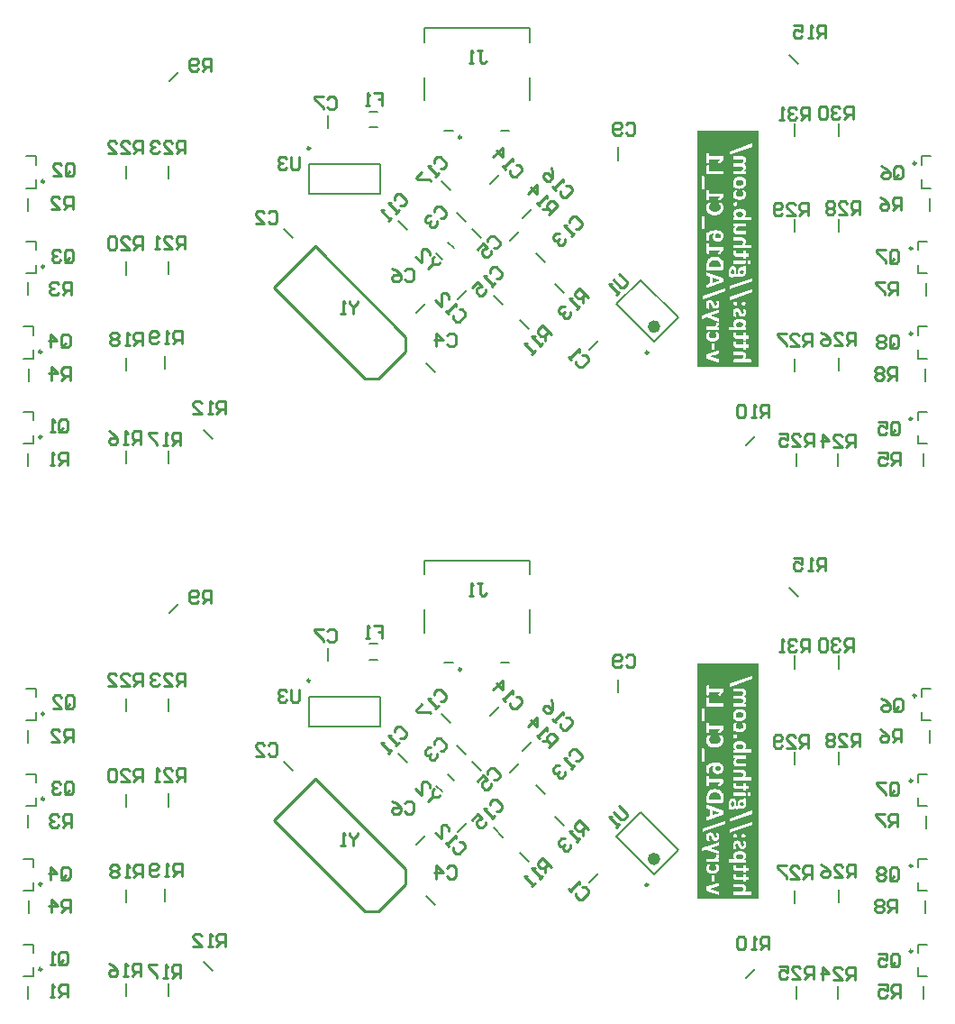
<source format=gbo>
G04*
G04 #@! TF.GenerationSoftware,Altium Limited,Altium Designer,19.0.15 (446)*
G04*
G04 Layer_Color=32896*
%FSLAX44Y44*%
%MOMM*%
G71*
G01*
G75*
%ADD19C,0.2540*%
%ADD42C,0.2500*%
%ADD43C,0.6000*%
%ADD45C,0.2000*%
G36*
X764303Y637500D02*
X707500D01*
Y859000D01*
X764303D01*
Y637500D01*
D02*
G37*
G36*
Y137500D02*
X736784D01*
D01*
X707500D01*
Y359000D01*
X736784D01*
X764303D01*
Y137500D01*
D02*
G37*
%LPC*%
G36*
X758967Y847029D02*
Y845858D01*
X758938Y846115D01*
X758910Y846372D01*
Y846429D01*
X758881Y846543D01*
X758824Y846686D01*
X758738Y846829D01*
X758710Y846857D01*
X758681Y846914D01*
X758595Y847000D01*
X758510Y847029D01*
X758967D01*
X737526D01*
Y838036D01*
X737554Y837778D01*
X737583Y837522D01*
Y837465D01*
X737640Y837350D01*
X737669Y837179D01*
X737754Y837036D01*
X737783Y837008D01*
X737811Y836951D01*
X737897Y836893D01*
X737983Y836865D01*
X737526D01*
X738183D01*
D01*
X758967D01*
Y845316D01*
Y847029D01*
D02*
G37*
G36*
X731485Y838178D02*
Y834267D01*
X731456Y834495D01*
Y834552D01*
X731428Y834667D01*
X731399Y834809D01*
X731370Y834924D01*
Y834952D01*
X731342Y835009D01*
X731313Y835066D01*
X731256Y835123D01*
X731228Y835152D01*
X731085Y835181D01*
X718295D01*
Y837750D01*
X718266Y837836D01*
X718209Y837893D01*
Y837921D01*
X718152Y837950D01*
X718095Y837978D01*
X718009Y838036D01*
X717981D01*
X717924Y838064D01*
X717781Y838093D01*
X717638Y838121D01*
X717610D01*
X717467Y838150D01*
X717296Y838178D01*
X716839D01*
X716667Y838150D01*
X716468Y838121D01*
X716439D01*
X716325Y838093D01*
X716211Y838064D01*
X716096Y838007D01*
X716068D01*
X716039Y837978D01*
X715925Y837864D01*
X715897Y837807D01*
X715868Y837693D01*
Y829071D01*
X715925Y828957D01*
X715982Y828900D01*
X716096Y828785D01*
X716125D01*
X716211Y828757D01*
X716325Y828728D01*
X716468Y828700D01*
X716525D01*
X716639D01*
X716810Y828671D01*
X717039D01*
X717067D01*
X717096D01*
X717267D01*
X717438D01*
X717638Y828700D01*
X717667D01*
X717781Y828728D01*
X717895Y828757D01*
X718009Y828785D01*
X718038D01*
X718095Y828814D01*
X718152Y828871D01*
X718209Y828928D01*
X718238Y828957D01*
X718266Y828985D01*
X718295Y829042D01*
Y832040D01*
X728401D01*
X727031Y829528D01*
X727002Y829471D01*
X726945Y829356D01*
X726888Y829214D01*
X726860Y829071D01*
Y828871D01*
X726917Y828785D01*
X726945D01*
X727002Y828728D01*
X727117Y828700D01*
X727259Y828671D01*
X727317D01*
X727459D01*
X727659Y828643D01*
X715868D01*
X731485D01*
Y838178D01*
D02*
G37*
G36*
X752943Y835380D02*
X741466D01*
X741380Y835352D01*
X741323Y835295D01*
Y835266D01*
X741266Y835238D01*
X741237Y835152D01*
X741180Y835038D01*
Y835009D01*
X741152Y834924D01*
Y834809D01*
X741123Y834610D01*
Y834552D01*
X741095Y834410D01*
X741066Y834181D01*
Y833610D01*
X741095Y833353D01*
X741123Y833125D01*
Y833068D01*
X741152Y832954D01*
Y832811D01*
X741180Y832668D01*
Y832640D01*
X741209Y832582D01*
X741266Y832497D01*
X741323Y832440D01*
X741351D01*
X741380Y832411D01*
X741523Y832383D01*
X747889D01*
X747918D01*
X747975D01*
X748089D01*
X748203D01*
X748517Y832326D01*
X748860Y832268D01*
X748889D01*
X748946Y832240D01*
X749031Y832211D01*
X749117Y832183D01*
X749374Y832097D01*
X749631Y831954D01*
X749659D01*
X749688Y831926D01*
X749802Y831812D01*
X749974Y831640D01*
X750116Y831412D01*
X750145Y831355D01*
X750230Y831212D01*
X750287Y830955D01*
X750316Y830670D01*
Y830584D01*
X750287Y830470D01*
X750259Y830327D01*
X750202Y830156D01*
X750145Y829985D01*
X750031Y829756D01*
X749888Y829556D01*
X749859Y829528D01*
X749802Y829471D01*
X749716Y829356D01*
X749574Y829214D01*
X749402Y829042D01*
X749203Y828842D01*
X748946Y828614D01*
X748660Y828386D01*
X741523D01*
X741494D01*
X741466D01*
X741380Y828357D01*
X741323Y828300D01*
Y828271D01*
X741266Y828243D01*
X741237Y828157D01*
X741180Y828043D01*
Y828015D01*
X741152Y827929D01*
Y827786D01*
X741123Y827586D01*
Y827529D01*
X741095Y827386D01*
X741066Y827158D01*
Y826616D01*
X741095Y826387D01*
X741123Y826159D01*
Y826102D01*
X741152Y825987D01*
Y825845D01*
X741180Y825702D01*
Y825674D01*
X741209Y825616D01*
X741266Y825531D01*
X741323Y825445D01*
X741351D01*
X741380Y825416D01*
X741523Y825388D01*
X747889D01*
X747918D01*
X747975D01*
X748089D01*
X748203D01*
X748517Y825331D01*
X748860Y825274D01*
X748889D01*
X748946Y825245D01*
X749031Y825217D01*
X749117Y825188D01*
X749374Y825102D01*
X749631Y824960D01*
X749659D01*
X749688Y824931D01*
X749802Y824817D01*
X749974Y824646D01*
X750116Y824417D01*
X750145Y824360D01*
X750230Y824218D01*
X750287Y823960D01*
X750316Y823675D01*
Y823589D01*
X750287Y823475D01*
X750259Y823332D01*
X750202Y823161D01*
X750145Y822990D01*
X750031Y822761D01*
X749888Y822562D01*
X749859Y822533D01*
X749802Y822476D01*
X749716Y822362D01*
X749574Y822219D01*
X749402Y822048D01*
X749203Y821848D01*
X748946Y821619D01*
X748660Y821391D01*
X741523D01*
X741494D01*
X741466D01*
X741380Y821363D01*
X741323Y821305D01*
Y821277D01*
X741266Y821248D01*
X741237Y821163D01*
X741180Y821048D01*
Y821020D01*
X741152Y820934D01*
Y820791D01*
X741123Y820592D01*
Y820535D01*
X741095Y820392D01*
X741066Y820163D01*
Y819621D01*
X741095Y819364D01*
X741123Y819136D01*
Y819079D01*
X741152Y818964D01*
Y818822D01*
X741180Y818679D01*
Y818650D01*
X741209Y818593D01*
X741266Y818508D01*
X741323Y818422D01*
X741351D01*
X741380Y818393D01*
X741523Y818365D01*
X741066D01*
X752315D01*
X752457Y818422D01*
X752486D01*
X752514Y818479D01*
X752543Y818536D01*
X752600Y818622D01*
Y818650D01*
X752629Y818736D01*
X752657Y818850D01*
X752686Y819021D01*
Y819079D01*
X752714Y819193D01*
X752743Y819393D01*
Y819878D01*
X752714Y820078D01*
X752686Y820278D01*
Y820335D01*
X752657Y820420D01*
X752629Y820563D01*
X752600Y820677D01*
Y820706D01*
X752571Y820763D01*
X752514Y820820D01*
X752457Y820877D01*
X752400Y820906D01*
X752257Y820934D01*
X751001D01*
X751058Y820963D01*
X751172Y821077D01*
X751344Y821248D01*
X751544Y821477D01*
X751772Y821762D01*
X752029Y822048D01*
X752257Y822362D01*
X752457Y822704D01*
X752486Y822733D01*
X752543Y822847D01*
X752600Y823047D01*
X752714Y823275D01*
X752800Y823532D01*
X752857Y823846D01*
X752914Y824189D01*
X752943Y824531D01*
Y824788D01*
X752914Y824931D01*
X752886Y825331D01*
X752800Y825731D01*
Y825759D01*
X752771Y825816D01*
X752743Y825930D01*
X752686Y826045D01*
X752571Y826359D01*
X752400Y826673D01*
Y826701D01*
X752343Y826758D01*
X752229Y826930D01*
X752029Y827158D01*
X751772Y827386D01*
X751743Y827415D01*
X751715Y827444D01*
X751544Y827558D01*
X751287Y827729D01*
X750973Y827900D01*
X751001Y827929D01*
X751058Y827986D01*
X751144Y828072D01*
X751287Y828214D01*
X751572Y828500D01*
X751858Y828842D01*
X751886Y828871D01*
X751915Y828928D01*
X752001Y829014D01*
X752086Y829128D01*
X752257Y829414D01*
X752457Y829727D01*
Y829756D01*
X752514Y829813D01*
X752543Y829899D01*
X752600Y830013D01*
X752714Y830298D01*
X752828Y830641D01*
Y830670D01*
X752857Y830727D01*
Y830812D01*
X752886Y830927D01*
X752914Y831212D01*
X752943Y831555D01*
Y831726D01*
X752914Y831926D01*
X752886Y832183D01*
X752857Y832468D01*
X752800Y832754D01*
X752686Y833068D01*
X752571Y833353D01*
X752543Y833382D01*
X752514Y833467D01*
X752429Y833610D01*
X752315Y833782D01*
X752172Y833953D01*
X752001Y834153D01*
X751801Y834353D01*
X751572Y834524D01*
X751544Y834552D01*
X751458Y834610D01*
X751344Y834667D01*
X751172Y834781D01*
X750973Y834895D01*
X750716Y834981D01*
X750459Y835095D01*
X750145Y835181D01*
X750116D01*
X750002Y835209D01*
X749831Y835238D01*
X749631Y835295D01*
X749345Y835323D01*
X749060Y835352D01*
X748403Y835380D01*
X752943D01*
D02*
G37*
G36*
X717410Y826701D02*
X716953D01*
X716753Y826673D01*
X716553Y826644D01*
X716525D01*
X716411Y826616D01*
X716296Y826587D01*
X716154Y826559D01*
X716125D01*
X716068Y826530D01*
X715925Y826416D01*
X715897Y826359D01*
X715868Y826216D01*
Y819021D01*
X715897Y818850D01*
X715954Y818622D01*
X716096Y818422D01*
X716154Y818393D01*
X716268Y818308D01*
X716496Y818194D01*
X716839Y818165D01*
X715868D01*
X730999D01*
D01*
X731456D01*
X730999D01*
X731142Y818222D01*
X731171Y818251D01*
X731199Y818279D01*
X731256Y818365D01*
X731313Y818479D01*
Y818508D01*
X731342Y818622D01*
X731370Y818764D01*
X731399Y818964D01*
Y819021D01*
X731428Y819193D01*
X731456Y819421D01*
Y819992D01*
X731428Y820249D01*
X731399Y820478D01*
Y820535D01*
X731370Y820649D01*
X731342Y820820D01*
X731313Y820963D01*
Y820991D01*
X731285Y821077D01*
X731228Y821163D01*
X731142Y821248D01*
Y821277D01*
X731085Y821305D01*
X731028Y821334D01*
X730942D01*
X718466D01*
Y826273D01*
X718438Y826359D01*
X718381Y826416D01*
Y826444D01*
X718323Y826473D01*
X718266Y826501D01*
X718152Y826559D01*
X718123D01*
X718038Y826587D01*
X717924Y826616D01*
X717752Y826644D01*
X717724D01*
X717610Y826673D01*
X717410Y826701D01*
D02*
G37*
G36*
X712842Y816566D02*
X712299D01*
X712014Y816509D01*
X711900Y816480D01*
X711786Y816452D01*
X711728Y816423D01*
X711643Y816366D01*
X711557Y816224D01*
X711500Y816052D01*
Y816566D01*
D01*
Y804176D01*
X712956D01*
D01*
X715868D01*
X712956D01*
X713242Y804204D01*
X713356Y804233D01*
X713470Y804261D01*
X713499Y804290D01*
X713613Y804347D01*
X713698Y804490D01*
X713727Y804661D01*
Y816109D01*
X713698Y816224D01*
X713641Y816338D01*
X713499Y816452D01*
X713441Y816480D01*
X713384D01*
X713299Y816509D01*
X713185Y816538D01*
X713013D01*
X712842Y816566D01*
D02*
G37*
G36*
X752943Y815967D02*
X740866D01*
X746776D01*
X746519Y815938D01*
X746176Y815910D01*
X745777Y815881D01*
X745377Y815824D01*
X744920Y815710D01*
X744492Y815595D01*
X744435Y815567D01*
X744292Y815538D01*
X744092Y815453D01*
X743835Y815310D01*
X743521Y815167D01*
X743207Y814967D01*
X742865Y814739D01*
X742551Y814482D01*
X742522Y814454D01*
X742408Y814368D01*
X742265Y814196D01*
X742094Y813997D01*
X741894Y813711D01*
X741694Y813397D01*
X741494Y813055D01*
X741294Y812655D01*
X741266Y812598D01*
X741237Y812455D01*
X741152Y812227D01*
X741095Y811941D01*
X741009Y811541D01*
X740923Y811113D01*
X740895Y810628D01*
X740866Y810085D01*
Y804518D01*
Y809857D01*
X740895Y809572D01*
X740923Y809229D01*
X740952Y808858D01*
X741037Y808429D01*
X741123Y808001D01*
X741237Y807602D01*
X741266Y807544D01*
X741323Y807430D01*
X741409Y807230D01*
X741523Y807002D01*
X741694Y806717D01*
X741894Y806431D01*
X742122Y806146D01*
X742379Y805860D01*
X742408Y805832D01*
X742522Y805746D01*
X742693Y805632D01*
X742893Y805489D01*
X743179Y805318D01*
X743493Y805146D01*
X743864Y804975D01*
X744264Y804832D01*
X744321D01*
X744463Y804775D01*
X744692Y804747D01*
X745006Y804689D01*
X745377Y804632D01*
X745805Y804575D01*
X746262Y804547D01*
X746776Y804518D01*
X747004D01*
X747261Y804547D01*
X747604Y804575D01*
X748003Y804604D01*
X748403Y804661D01*
X748860Y804747D01*
X749288Y804861D01*
X749345Y804889D01*
X749488Y804918D01*
X749688Y805004D01*
X749974Y805146D01*
X750259Y805289D01*
X750602Y805489D01*
X750916Y805689D01*
X751230Y805946D01*
X751258Y805974D01*
X751372Y806088D01*
X751515Y806231D01*
X751686Y806460D01*
X751886Y806717D01*
X752086Y807031D01*
X752315Y807373D01*
X752486Y807773D01*
X752514Y807830D01*
X752571Y807973D01*
X752629Y808201D01*
X752714Y808515D01*
X752800Y808886D01*
X752886Y809343D01*
X752914Y809828D01*
X752943Y810371D01*
Y810599D01*
X752914Y810885D01*
X752886Y811227D01*
X752857Y811599D01*
X752771Y812027D01*
X752686Y812455D01*
X752543Y812855D01*
X752514Y812912D01*
X752457Y813026D01*
X752372Y813226D01*
X752257Y813483D01*
X752086Y813740D01*
X751886Y814025D01*
X751658Y814339D01*
X751372Y814596D01*
X751344Y814625D01*
X751230Y814710D01*
X751087Y814825D01*
X750859Y814996D01*
X750602Y815139D01*
X750287Y815310D01*
X749916Y815481D01*
X749517Y815624D01*
X749460Y815653D01*
X749317Y815681D01*
X749088Y815738D01*
X748803Y815795D01*
X748432Y815852D01*
X748003Y815910D01*
X747518Y815967D01*
X752943D01*
D02*
G37*
G36*
X752914Y802977D02*
X743721D01*
D01*
X752914D01*
D02*
G37*
G36*
X717296Y803119D02*
X716839D01*
X716667Y803091D01*
X716468Y803062D01*
X716439D01*
X716325Y803034D01*
X716211Y803005D01*
X716096Y802948D01*
X716068D01*
X716039Y802919D01*
X715925Y802805D01*
X715897Y802748D01*
X715868Y802634D01*
Y803119D01*
D01*
Y794012D01*
X715925Y793898D01*
X715982Y793841D01*
X716096Y793727D01*
X716125D01*
X716211Y793698D01*
X716325Y793669D01*
X716468Y793641D01*
X716525D01*
X716639D01*
X716810Y793612D01*
X717039D01*
X717067D01*
X717096D01*
X717267D01*
X717438D01*
X717638Y793641D01*
X717667D01*
X717781Y793669D01*
X717895Y793698D01*
X718009Y793727D01*
X718038D01*
X718095Y793755D01*
X718152Y793812D01*
X718209Y793869D01*
X718238Y793898D01*
X718266Y793926D01*
X718295Y793983D01*
Y796981D01*
X728401D01*
X727031Y794469D01*
X727002Y794412D01*
X726945Y794297D01*
X726888Y794155D01*
X726860Y794012D01*
Y793812D01*
X726917Y793727D01*
X726945D01*
X727002Y793669D01*
X727117Y793641D01*
X727259Y793612D01*
X727317D01*
X727459D01*
X727659Y793584D01*
X715868D01*
X731485D01*
D01*
X728544D01*
X728773Y793641D01*
X728801D01*
X728858Y793669D01*
X728915Y793727D01*
X728972Y793784D01*
X729001Y793812D01*
X729029Y793841D01*
X729172Y794012D01*
X731313Y797352D01*
X731342Y797381D01*
X731399Y797495D01*
Y797524D01*
X731428Y797552D01*
Y797752D01*
X731456Y797838D01*
Y798123D01*
X731485Y798266D01*
Y799208D01*
X731456Y799436D01*
Y799493D01*
X731428Y799608D01*
X731399Y799750D01*
X731370Y799865D01*
Y799893D01*
X731342Y799950D01*
X731313Y800007D01*
X731256Y800064D01*
X731228Y800093D01*
X731085Y800122D01*
X718295D01*
Y802691D01*
X718266Y802777D01*
X718209Y802834D01*
Y802862D01*
X718152Y802891D01*
X718095Y802919D01*
X718009Y802977D01*
X717981D01*
X717924Y803005D01*
X717781Y803034D01*
X717638Y803062D01*
X717610D01*
X717467Y803091D01*
X717296Y803119D01*
D02*
G37*
G36*
X743721Y802977D02*
X742893D01*
X742722Y802948D01*
X742693D01*
X742608Y802919D01*
X742379Y802891D01*
X742351D01*
X742294Y802862D01*
X742151Y802805D01*
X742122D01*
X742094Y802777D01*
X742008Y802720D01*
X741923Y802634D01*
X741894Y802605D01*
X741837Y802520D01*
X741723Y802377D01*
X741580Y802149D01*
Y802120D01*
X741551Y802092D01*
X741466Y801920D01*
X741351Y801663D01*
X741237Y801349D01*
Y801321D01*
X741209Y801264D01*
X741180Y801178D01*
X741152Y801064D01*
X741095Y800750D01*
X741009Y800378D01*
Y800350D01*
X740980Y800293D01*
Y800179D01*
X740952Y800064D01*
X740923Y799722D01*
X740895Y799322D01*
Y794240D01*
Y799122D01*
X740923Y798894D01*
X740952Y798580D01*
X740980Y798237D01*
X741066Y797866D01*
X741152Y797495D01*
X741266Y797124D01*
X741294Y797095D01*
X741323Y796981D01*
X741437Y796781D01*
X741551Y796581D01*
X741694Y796324D01*
X741894Y796039D01*
X742122Y795782D01*
X742379Y795525D01*
X742408Y795497D01*
X742522Y795411D01*
X742693Y795297D01*
X742893Y795182D01*
X743179Y795011D01*
X743464Y794840D01*
X743835Y794697D01*
X744206Y794554D01*
X744264D01*
X744406Y794497D01*
X744635Y794469D01*
X744920Y794412D01*
X745291Y794355D01*
X745720Y794297D01*
X746176Y794269D01*
X746690Y794240D01*
X740895D01*
X746947D01*
X747261Y794269D01*
X747632Y794297D01*
X748061Y794326D01*
X748546Y794412D01*
X749003Y794497D01*
X749460Y794640D01*
X749517Y794669D01*
X749659Y794726D01*
X749859Y794811D01*
X750145Y794926D01*
X750459Y795097D01*
X750773Y795268D01*
X751087Y795497D01*
X751401Y795753D01*
X751430Y795782D01*
X751515Y795868D01*
X751658Y796039D01*
X751829Y796239D01*
X752029Y796467D01*
X752200Y796753D01*
X752400Y797095D01*
X752543Y797438D01*
X752571Y797495D01*
X752600Y797609D01*
X752657Y797809D01*
X752743Y798095D01*
X752800Y798409D01*
X752857Y798780D01*
X752886Y799180D01*
X752914Y799608D01*
Y799922D01*
X752886Y800207D01*
X752828Y800550D01*
Y800578D01*
X752800Y800636D01*
Y800721D01*
X752771Y800835D01*
X752686Y801092D01*
X752571Y801406D01*
Y801435D01*
X752543Y801463D01*
X752486Y801635D01*
X752372Y801863D01*
X752257Y802120D01*
Y802149D01*
X752229Y802177D01*
X752143Y802291D01*
X752058Y802434D01*
X751943Y802577D01*
X751915Y802605D01*
X751886Y802663D01*
X751801Y802720D01*
X751715Y802748D01*
X751686D01*
X751658Y802777D01*
X751487Y802834D01*
X751458D01*
X751401Y802862D01*
X751258Y802891D01*
X751115D01*
X751087D01*
X750973Y802919D01*
X750830D01*
X750630D01*
X750602D01*
X750516D01*
X750402D01*
X750230Y802891D01*
X749916Y802862D01*
X749745Y802834D01*
X749631Y802777D01*
X749602Y802748D01*
X749517Y802691D01*
X749402Y802605D01*
X749374Y802491D01*
Y802463D01*
X749402Y802377D01*
X749431Y802234D01*
X749517Y802063D01*
X749545Y802034D01*
X749631Y801920D01*
X749745Y801749D01*
X749888Y801520D01*
X749916Y801463D01*
X750031Y801321D01*
X750145Y801064D01*
X750287Y800750D01*
Y800721D01*
X750316Y800664D01*
X750345Y800578D01*
X750373Y800464D01*
X750430Y800150D01*
X750459Y799722D01*
Y799522D01*
X750402Y799322D01*
X750345Y799065D01*
X750230Y798780D01*
X750088Y798466D01*
X749859Y798180D01*
X749545Y797923D01*
X749517Y797895D01*
X749374Y797838D01*
X749174Y797723D01*
X748860Y797638D01*
X748489Y797524D01*
X748032Y797409D01*
X747518Y797352D01*
X746890Y797324D01*
X746861D01*
X746747D01*
X746576D01*
X746376Y797352D01*
X746148D01*
X745891Y797381D01*
X745377Y797467D01*
X745348D01*
X745263Y797495D01*
X745149Y797524D01*
X745006Y797581D01*
X744635Y797723D01*
X744264Y797923D01*
X744235Y797952D01*
X744206Y797980D01*
X744035Y798152D01*
X743807Y798380D01*
X743607Y798694D01*
Y798723D01*
X743578Y798780D01*
X743550Y798865D01*
X743521Y799008D01*
X743464Y799151D01*
X743436Y799351D01*
X743407Y799779D01*
Y800007D01*
X743436Y800150D01*
X743493Y800493D01*
X743578Y800835D01*
Y800864D01*
X743607Y800921D01*
X743664Y801007D01*
X743692Y801121D01*
X743835Y801378D01*
X743978Y801635D01*
Y801663D01*
X744007Y801692D01*
X744121Y801835D01*
X744264Y802034D01*
X744406Y802206D01*
X744435Y802234D01*
X744520Y802348D01*
X744578Y802463D01*
X744606Y802577D01*
Y802634D01*
X744578Y802691D01*
X744520Y802748D01*
Y802777D01*
X744463Y802805D01*
X744406Y802834D01*
X744292Y802862D01*
X744264D01*
X744178Y802891D01*
X744064Y802919D01*
X743892Y802948D01*
X743835D01*
X743721Y802977D01*
D02*
G37*
G36*
X744720Y791871D02*
Y790272D01*
X744692Y790443D01*
X744663Y790643D01*
X744549Y791100D01*
X744463Y791300D01*
X744321Y791471D01*
X744292Y791500D01*
X744235Y791528D01*
X744149Y791585D01*
X744007Y791671D01*
X743807Y791757D01*
X743550Y791814D01*
X743264Y791842D01*
X742893Y791871D01*
X742722D01*
X742522Y791842D01*
X742265Y791814D01*
X741780Y791700D01*
X741551Y791614D01*
X741380Y791471D01*
X741351Y791442D01*
X741323Y791385D01*
X741266Y791300D01*
X741209Y791157D01*
X741123Y790957D01*
X741066Y790700D01*
X741037Y790415D01*
X741009Y790072D01*
D01*
Y789901D01*
X741037Y789730D01*
X741066Y789530D01*
X741180Y789073D01*
X741266Y788845D01*
X741380Y788673D01*
X741409Y788645D01*
X741466Y788616D01*
X741551Y788559D01*
X741694Y788502D01*
X741894Y788416D01*
X742151Y788359D01*
X742436Y788331D01*
X742807Y788302D01*
X741009D01*
X744720D01*
Y791871D01*
D02*
G37*
G36*
X718723Y791243D02*
X717867D01*
X717695Y791214D01*
X717667D01*
X717581Y791186D01*
X717467D01*
X717324Y791157D01*
X717296D01*
X717238Y791128D01*
X717067Y791071D01*
X717039D01*
X717010Y791014D01*
X716924Y790957D01*
X716839Y790872D01*
X716810Y790843D01*
X716753Y790757D01*
X716610Y790586D01*
X716468Y790358D01*
Y790329D01*
X716439Y790301D01*
X716382Y790215D01*
X716354Y790101D01*
X716211Y789815D01*
X716068Y789444D01*
Y789416D01*
X716039Y789358D01*
X716011Y789244D01*
X715954Y789073D01*
X715897Y788902D01*
X715840Y788673D01*
X715754Y788188D01*
Y788159D01*
X715725Y788074D01*
X715697Y787931D01*
Y787731D01*
X715668Y787503D01*
X715640Y787246D01*
X715611Y786675D01*
Y786418D01*
X715640Y786104D01*
X715668Y785704D01*
X715725Y785276D01*
X715811Y784790D01*
X715925Y784277D01*
X716096Y783791D01*
X716125Y783734D01*
X716182Y783591D01*
X716296Y783334D01*
X716468Y783049D01*
X716667Y782678D01*
X716924Y782335D01*
X717210Y781964D01*
X717552Y781593D01*
X717610Y781564D01*
X717724Y781450D01*
X717924Y781279D01*
X718209Y781079D01*
X718580Y780879D01*
X718980Y780651D01*
X719465Y780422D01*
X719979Y780222D01*
X720008D01*
X720036Y780194D01*
X720122D01*
X720236Y780165D01*
X720379Y780108D01*
X720550Y780080D01*
X720978Y779994D01*
X721464Y779909D01*
X722063Y779851D01*
X722691Y779794D01*
X723405Y779766D01*
X715611D01*
D01*
X731628D01*
X723748D01*
X723919Y779794D01*
X724119D01*
X724576Y779823D01*
X725118Y779880D01*
X725718Y779994D01*
X726317Y780108D01*
X726917Y780280D01*
X726945D01*
X726974Y780308D01*
X727060Y780337D01*
X727174Y780365D01*
X727459Y780480D01*
X727830Y780651D01*
X728230Y780851D01*
X728658Y781108D01*
X729087Y781393D01*
X729486Y781736D01*
X729543Y781793D01*
X729658Y781907D01*
X729857Y782107D01*
X730086Y782392D01*
X730343Y782735D01*
X730600Y783106D01*
X730857Y783534D01*
X731085Y784020D01*
Y784048D01*
X731114Y784077D01*
X731171Y784248D01*
X731256Y784533D01*
X731370Y784876D01*
X731456Y785333D01*
X731542Y785818D01*
X731599Y786361D01*
X731628Y786932D01*
Y787331D01*
X731570Y787731D01*
X731513Y788188D01*
Y788216D01*
X731485Y788302D01*
X731456Y788416D01*
X731428Y788559D01*
X731342Y788902D01*
X731228Y789301D01*
Y789330D01*
X731199Y789387D01*
X731171Y789473D01*
X731114Y789615D01*
X730999Y789901D01*
X730828Y790215D01*
Y790243D01*
X730800Y790272D01*
X730685Y790443D01*
X730571Y790615D01*
X730428Y790786D01*
X730400Y790814D01*
X730343Y790872D01*
X730257Y790957D01*
X730172Y791014D01*
X730143D01*
X730086Y791043D01*
X730000Y791071D01*
X729886Y791100D01*
X729857D01*
X729772Y791128D01*
X729658D01*
X729486Y791157D01*
X729458D01*
X729343Y791186D01*
X729172D01*
X728944D01*
X728915D01*
X728887D01*
X728715D01*
X728516D01*
X728316Y791157D01*
X728287D01*
X728173Y791128D01*
X728030Y791100D01*
X727916Y791071D01*
X727887D01*
X727830Y791043D01*
X727688Y790929D01*
X727659Y790872D01*
X727630Y790729D01*
Y790700D01*
X727659Y790615D01*
X727716Y790472D01*
X727830Y790272D01*
X727859Y790215D01*
X727973Y790072D01*
X728116Y789844D01*
X728287Y789558D01*
Y789530D01*
X728344Y789473D01*
X728373Y789387D01*
X728430Y789273D01*
X728516Y789101D01*
X728601Y788930D01*
X728744Y788502D01*
Y788473D01*
X728773Y788388D01*
X728830Y788273D01*
X728858Y788102D01*
X728915Y787902D01*
X728944Y787645D01*
X728972Y787389D01*
Y786932D01*
X728944Y786760D01*
X728915Y786532D01*
X728887Y786275D01*
X728801Y785990D01*
X728715Y785704D01*
X728573Y785418D01*
X728544Y785390D01*
X728516Y785304D01*
X728430Y785162D01*
X728287Y784990D01*
X728144Y784819D01*
X727973Y784591D01*
X727745Y784391D01*
X727488Y784191D01*
X727459Y784162D01*
X727374Y784105D01*
X727231Y784020D01*
X727031Y783905D01*
X726774Y783791D01*
X726489Y783649D01*
X726174Y783534D01*
X725803Y783420D01*
X725746D01*
X725632Y783391D01*
X725432Y783334D01*
X725147Y783306D01*
X724833Y783249D01*
X724433Y783192D01*
X724033Y783163D01*
X723577D01*
X723548D01*
X723519D01*
X723348D01*
X723091Y783192D01*
X722777D01*
X722406Y783220D01*
X722006Y783277D01*
X721607Y783334D01*
X721207Y783420D01*
X721150D01*
X721036Y783477D01*
X720864Y783534D01*
X720636Y783620D01*
X720350Y783734D01*
X720094Y783877D01*
X719808Y784048D01*
X719551Y784220D01*
X719522Y784248D01*
X719437Y784305D01*
X719323Y784419D01*
X719208Y784591D01*
X719037Y784762D01*
X718894Y784990D01*
X718752Y785247D01*
X718609Y785504D01*
Y785533D01*
X718552Y785647D01*
X718523Y785790D01*
X718466Y785990D01*
X718409Y786246D01*
X718352Y786503D01*
X718323Y786817D01*
X718295Y787160D01*
Y787446D01*
X718323Y787645D01*
X718381Y788102D01*
X718466Y788588D01*
Y788616D01*
X718495Y788702D01*
X718552Y788816D01*
X718609Y788959D01*
X718723Y789301D01*
X718894Y789644D01*
Y789672D01*
X718951Y789730D01*
X719037Y789901D01*
X719208Y790158D01*
X719351Y790386D01*
X719380Y790443D01*
X719465Y790557D01*
X719522Y790700D01*
X719551Y790814D01*
Y790872D01*
X719494Y790986D01*
Y791014D01*
X719437Y791043D01*
X719380Y791071D01*
X719294Y791128D01*
X719266D01*
X719180Y791157D01*
X719066Y791186D01*
X718894Y791214D01*
X718837D01*
X718723Y791243D01*
D02*
G37*
G36*
X757853Y785904D02*
X740866D01*
X746804D01*
X746519Y785875D01*
X746176D01*
X745777Y785818D01*
X745348Y785761D01*
X744892Y785704D01*
X744463Y785590D01*
X744406D01*
X744264Y785533D01*
X744064Y785447D01*
X743807Y785361D01*
X743493Y785219D01*
X743150Y785076D01*
X742836Y784876D01*
X742522Y784676D01*
X742494Y784648D01*
X742379Y784562D01*
X742236Y784448D01*
X742065Y784277D01*
X741865Y784077D01*
X741665Y783848D01*
X741466Y783563D01*
X741294Y783249D01*
X741266Y783220D01*
X741237Y783106D01*
X741152Y782906D01*
X741095Y782678D01*
X741009Y782392D01*
X740923Y782050D01*
X740895Y781678D01*
X740866Y781279D01*
Y781079D01*
X740895Y780965D01*
X740923Y780651D01*
X740980Y780280D01*
Y780251D01*
X741009Y780194D01*
X741037Y780108D01*
X741066Y779994D01*
X741152Y779709D01*
X741294Y779395D01*
Y779366D01*
X741323Y779309D01*
X741380Y779223D01*
X741466Y779138D01*
X741637Y778852D01*
X741865Y778538D01*
X741894Y778510D01*
X741923Y778481D01*
X742008Y778395D01*
X742094Y778281D01*
X742351Y778024D01*
X742693Y777710D01*
X741523D01*
X741494D01*
X741466D01*
X741380Y777682D01*
X741294Y777625D01*
X741237Y777567D01*
X741209Y777510D01*
X741152Y777425D01*
Y777396D01*
X741123Y777310D01*
Y777196D01*
X741095Y777025D01*
Y776854D01*
X741066Y776654D01*
Y775969D01*
X741095Y775769D01*
Y775740D01*
X741123Y775626D01*
Y775512D01*
X741152Y775398D01*
Y775369D01*
X741180Y775312D01*
X741237Y775255D01*
X741294Y775198D01*
X741323D01*
X741380Y775169D01*
X741523Y775141D01*
X740866D01*
X757396D01*
X757539Y775198D01*
X757568Y775226D01*
X757596Y775255D01*
X757625Y775340D01*
X757682Y775455D01*
X757710Y775483D01*
X757739Y775569D01*
X757767Y775712D01*
X757796Y775911D01*
Y775969D01*
X757825Y776111D01*
X757853Y776340D01*
Y776911D01*
X757825Y777139D01*
X757796Y777368D01*
Y777425D01*
X757767Y777539D01*
X757739Y777682D01*
X757682Y777824D01*
Y777853D01*
X757653Y777910D01*
X757596Y777996D01*
X757539Y778081D01*
X757511Y778110D01*
X757482Y778138D01*
X757396Y778167D01*
X757311D01*
X751401D01*
X751430Y778195D01*
X751458Y778224D01*
X751629Y778424D01*
X751858Y778681D01*
X752086Y778966D01*
X752115Y778995D01*
X752143Y779023D01*
X752257Y779223D01*
X752429Y779480D01*
X752571Y779766D01*
Y779794D01*
X752600Y779851D01*
X752629Y779937D01*
X752686Y780023D01*
X752771Y780308D01*
X752857Y780622D01*
Y780651D01*
X752886Y780708D01*
Y780794D01*
X752914Y780908D01*
X752943Y781193D01*
Y781736D01*
X752914Y781964D01*
X752886Y782221D01*
X752828Y782535D01*
X752743Y782878D01*
X752629Y783220D01*
X752457Y783534D01*
X752429Y783563D01*
X752372Y783677D01*
X752257Y783820D01*
X752115Y784020D01*
X751943Y784220D01*
X751715Y784448D01*
X751458Y784676D01*
X751172Y784876D01*
X751144Y784905D01*
X751030Y784962D01*
X750859Y785047D01*
X750630Y785190D01*
X750373Y785304D01*
X750031Y785418D01*
X749688Y785561D01*
X749288Y785647D01*
X749231D01*
X749117Y785676D01*
X748889Y785733D01*
X748603Y785790D01*
X748260Y785818D01*
X747889Y785875D01*
X747461Y785904D01*
X757853D01*
D02*
G37*
G36*
X752743Y772086D02*
Y770830D01*
X752714Y771087D01*
X752686Y771315D01*
Y771372D01*
X752657Y771486D01*
X752629Y771629D01*
X752600Y771743D01*
Y771772D01*
X752571Y771829D01*
X752514Y771915D01*
X752457Y772000D01*
Y772029D01*
X752400Y772057D01*
X752343Y772086D01*
X752743D01*
X741466D01*
X741380Y772057D01*
X741323Y772000D01*
X741266Y771943D01*
X741237Y771886D01*
X741180Y771800D01*
Y771772D01*
X741152Y771686D01*
Y771572D01*
X741123Y771401D01*
Y771372D01*
X741095Y771229D01*
X741066Y771058D01*
Y770573D01*
X741095Y770344D01*
X741123Y770145D01*
Y770116D01*
X741152Y770002D01*
Y769859D01*
X741180Y769745D01*
Y769716D01*
X741209Y769659D01*
X741266Y769602D01*
X741323Y769545D01*
X741351D01*
X741380Y769516D01*
X741523Y769488D01*
X742779D01*
X742750Y769459D01*
X742608Y769345D01*
X742436Y769174D01*
X742236Y768945D01*
X742008Y768660D01*
X741751Y768346D01*
X741523Y768032D01*
X741323Y767689D01*
X741294Y767661D01*
X741266Y767546D01*
X741180Y767347D01*
X741095Y767118D01*
X741009Y766833D01*
X740952Y766519D01*
X740895Y766176D01*
X740866Y765805D01*
Y765634D01*
X740895Y765405D01*
X740923Y765148D01*
X740952Y764863D01*
X741009Y764549D01*
X741095Y764235D01*
X741209Y763949D01*
X741237Y763921D01*
X741266Y763835D01*
X741351Y763692D01*
X741466Y763521D01*
X741780Y763121D01*
X742179Y762722D01*
X742208Y762693D01*
X742294Y762636D01*
X742436Y762579D01*
X742608Y762465D01*
X742807Y762350D01*
X743064Y762265D01*
X743350Y762151D01*
X743635Y762065D01*
X743664D01*
X743778Y762036D01*
X743950Y762008D01*
X744206Y761979D01*
X744492Y761951D01*
X744863Y761922D01*
X745263Y761894D01*
X740866D01*
X752315D01*
X752457Y761951D01*
X752486D01*
X752514Y762008D01*
X752543Y762065D01*
X752600Y762179D01*
Y762208D01*
X752629Y762293D01*
X752657Y762436D01*
X752686Y762636D01*
Y762693D01*
X752714Y762836D01*
X752743Y763093D01*
Y761894D01*
D01*
Y772086D01*
D02*
G37*
G36*
X712842Y778909D02*
X712299D01*
X712014Y778852D01*
X711900Y778824D01*
X711786Y778795D01*
X711728Y778766D01*
X711643Y778709D01*
X711557Y778567D01*
X711500Y778395D01*
Y766947D01*
X711529Y766861D01*
X711614Y766719D01*
X711757Y766604D01*
X711814D01*
X711957Y766576D01*
X712071Y766547D01*
X712214D01*
X712414Y766519D01*
X711500D01*
D01*
X712956D01*
X713242Y766547D01*
X713356Y766576D01*
X713470Y766604D01*
X713499Y766633D01*
X713613Y766690D01*
X713698Y766833D01*
X713727Y767004D01*
Y778452D01*
X713698Y778567D01*
X713641Y778681D01*
X713499Y778795D01*
X713441Y778824D01*
X713384D01*
X713299Y778852D01*
X713185Y778881D01*
X713013D01*
X712842Y778909D01*
D02*
G37*
G36*
X724319Y765662D02*
X723719D01*
X723434Y765634D01*
X723091Y765605D01*
X722349Y765548D01*
X722292D01*
X722178Y765519D01*
X721978D01*
X721721Y765462D01*
X721435Y765434D01*
X721093Y765348D01*
X720379Y765177D01*
X720350D01*
X720208Y765120D01*
X720036Y765063D01*
X719779Y764977D01*
X719494Y764891D01*
X719180Y764749D01*
X718523Y764435D01*
X718495Y764406D01*
X718381Y764349D01*
X718209Y764263D01*
X718009Y764120D01*
X717752Y763949D01*
X717495Y763721D01*
X717238Y763493D01*
X716982Y763207D01*
X716953Y763178D01*
X716867Y763064D01*
X716753Y762922D01*
X716610Y762693D01*
X716439Y762436D01*
X716268Y762122D01*
X716096Y761779D01*
X715954Y761380D01*
X715925Y761323D01*
X715897Y761180D01*
X715840Y760980D01*
X715782Y760666D01*
X715697Y760295D01*
X715640Y759867D01*
X715611Y759381D01*
X715583Y758867D01*
Y765662D01*
D01*
Y754956D01*
Y758553D01*
X715611Y758211D01*
X715668Y757840D01*
Y757811D01*
X715697Y757754D01*
Y757668D01*
X715725Y757526D01*
X715782Y757240D01*
X715840Y756898D01*
Y756869D01*
X715868Y756840D01*
X715897Y756669D01*
X715954Y756441D01*
X716039Y756184D01*
X716068Y756127D01*
X716125Y756012D01*
X716182Y755870D01*
X716268Y755755D01*
X716296Y755727D01*
X716382Y755698D01*
X716496Y755641D01*
X716639Y755584D01*
X716696D01*
X716810Y755556D01*
X717039Y755527D01*
X717324D01*
X717353D01*
X717381D01*
X717552D01*
X717752D01*
X717952D01*
X718009D01*
X718095Y755556D01*
X718209Y755584D01*
X718323Y755613D01*
X718352D01*
X718409Y755641D01*
X718466Y755698D01*
X718495Y755727D01*
Y755755D01*
X718523Y755784D01*
X718552Y755927D01*
Y756041D01*
X718523Y756155D01*
X718466Y756327D01*
Y756384D01*
X718409Y756498D01*
X718352Y756698D01*
X718266Y756955D01*
Y756983D01*
X718238Y757012D01*
Y757097D01*
X718209Y757212D01*
X718123Y757497D01*
X718066Y757811D01*
Y757897D01*
X718038Y758011D01*
Y758125D01*
X718009Y758468D01*
Y759067D01*
X718038Y759239D01*
X718066Y759495D01*
X718095Y759753D01*
X718152Y760038D01*
X718238Y760323D01*
X718352Y760580D01*
X718381Y760609D01*
X718409Y760695D01*
X718495Y760837D01*
X718609Y760980D01*
X718923Y761351D01*
X719323Y761722D01*
X719351Y761751D01*
X719437Y761779D01*
X719551Y761865D01*
X719751Y761951D01*
X719951Y762065D01*
X720179Y762179D01*
X720750Y762350D01*
X720779D01*
X720893Y762379D01*
X721064Y762408D01*
X721264Y762465D01*
X721521Y762493D01*
X721835Y762522D01*
X722463Y762579D01*
X722434Y762550D01*
X722406Y762493D01*
X722349Y762379D01*
X722263Y762208D01*
X722178Y762008D01*
X722063Y761779D01*
X721978Y761523D01*
X721863Y761237D01*
Y761208D01*
X721835Y761094D01*
X721778Y760952D01*
X721749Y760723D01*
X721692Y760466D01*
X721635Y760152D01*
X721607Y759838D01*
Y759267D01*
X721635Y759039D01*
Y758753D01*
X721692Y758411D01*
X721749Y758068D01*
X721806Y757697D01*
X721921Y757354D01*
X721949Y757326D01*
X721978Y757212D01*
X722063Y757069D01*
X722149Y756869D01*
X722434Y756412D01*
X722634Y756184D01*
X722834Y755955D01*
X722863Y755927D01*
X722948Y755870D01*
X723091Y755784D01*
X723262Y755670D01*
X723462Y755556D01*
X723719Y755413D01*
X724005Y755299D01*
X724319Y755184D01*
X724347D01*
X724462Y755156D01*
X724661Y755127D01*
X724890Y755070D01*
X725204Y755042D01*
X725546Y754985D01*
X725918Y754956D01*
X731656D01*
D01*
X726517D01*
X726746Y754985D01*
X727031Y755013D01*
X727345Y755042D01*
X727716Y755099D01*
X728087Y755184D01*
X728458Y755299D01*
X728516Y755327D01*
X728630Y755356D01*
X728801Y755442D01*
X729029Y755556D01*
X729286Y755698D01*
X729572Y755870D01*
X729857Y756098D01*
X730143Y756327D01*
X730172Y756355D01*
X730257Y756441D01*
X730400Y756583D01*
X730543Y756783D01*
X730742Y757040D01*
X730914Y757326D01*
X731085Y757640D01*
X731256Y758011D01*
X731285Y758068D01*
X731313Y758182D01*
X731370Y758411D01*
X731456Y758696D01*
X731542Y759039D01*
X731599Y759438D01*
X731628Y759895D01*
X731656Y760380D01*
Y760780D01*
X731628Y761037D01*
X731599Y761323D01*
X731542Y761637D01*
X731399Y762265D01*
Y762293D01*
X731342Y762408D01*
X731285Y762550D01*
X731199Y762750D01*
X730971Y763207D01*
X730657Y763664D01*
X730628Y763692D01*
X730571Y763749D01*
X730486Y763864D01*
X730343Y764006D01*
X730172Y764149D01*
X729972Y764320D01*
X729515Y764634D01*
X729486Y764663D01*
X729401Y764691D01*
X729258Y764777D01*
X729087Y764863D01*
X728858Y764949D01*
X728601Y765063D01*
X728030Y765234D01*
X728002D01*
X727887Y765263D01*
X727716Y765320D01*
X727516Y765348D01*
X727259Y765405D01*
X726945Y765462D01*
X726631Y765519D01*
X726289Y765548D01*
X726260D01*
X726117Y765577D01*
X725946D01*
X725689Y765605D01*
X725404Y765634D01*
X725061D01*
X724319Y765662D01*
D02*
G37*
G36*
X757853Y758982D02*
X741466D01*
X741380Y758953D01*
X741323Y758896D01*
Y758867D01*
X741266Y758839D01*
X741237Y758753D01*
X741180Y758639D01*
Y758611D01*
X741152Y758525D01*
Y758382D01*
X741123Y758182D01*
Y758125D01*
X741095Y757982D01*
X741066Y757754D01*
Y758982D01*
D01*
Y750017D01*
X741095Y749760D01*
X741123Y749532D01*
Y749475D01*
X741152Y749360D01*
Y749218D01*
X741180Y749075D01*
Y749046D01*
X741209Y748989D01*
X741266Y748904D01*
X741323Y748818D01*
X741351D01*
X741380Y748789D01*
X741523Y748761D01*
X741066D01*
X757396D01*
X757539Y748818D01*
X757568Y748847D01*
X757596Y748875D01*
X757625Y748961D01*
X757682Y749075D01*
X757710Y749103D01*
X757739Y749189D01*
X757767Y749332D01*
X757796Y749532D01*
Y749589D01*
X757825Y749732D01*
X757853Y749960D01*
Y750531D01*
X757825Y750759D01*
X757796Y750988D01*
Y751045D01*
X757767Y751159D01*
X757739Y751302D01*
X757682Y751444D01*
Y751473D01*
X757653Y751530D01*
X757596Y751616D01*
X757539Y751702D01*
X757511Y751730D01*
X757482Y751759D01*
X757396Y751787D01*
X757311D01*
X751401D01*
X751430Y751816D01*
X751515Y751930D01*
X751658Y752073D01*
X751829Y752272D01*
X752029Y752501D01*
X752200Y752786D01*
X752400Y753072D01*
X752543Y753357D01*
X752571Y753386D01*
X752600Y753500D01*
X752657Y753671D01*
X752743Y753871D01*
X752828Y754128D01*
X752886Y754414D01*
X752914Y754728D01*
X752943Y755042D01*
Y755213D01*
X752914Y755413D01*
X752886Y755670D01*
X752857Y755955D01*
X752800Y756269D01*
X752686Y756583D01*
X752571Y756869D01*
X752543Y756898D01*
X752514Y757012D01*
X752429Y757126D01*
X752315Y757326D01*
X752172Y757497D01*
X752001Y757725D01*
X751801Y757925D01*
X751572Y758097D01*
X751544Y758125D01*
X751458Y758182D01*
X751344Y758239D01*
X751172Y758354D01*
X750944Y758468D01*
X750716Y758553D01*
X750430Y758668D01*
X750116Y758753D01*
X750088D01*
X749974Y758782D01*
X749802Y758839D01*
X749545Y758867D01*
X749260Y758924D01*
X748917Y758953D01*
X748517Y758982D01*
X757853D01*
D02*
G37*
G36*
X725918Y754956D02*
X715583D01*
X725918D01*
D01*
D02*
G37*
G36*
X717296Y753015D02*
X716839D01*
X716667Y752986D01*
X716468Y752958D01*
X716439D01*
X716325Y752929D01*
X716211Y752901D01*
X716096Y752843D01*
X716068D01*
X716039Y752815D01*
X715925Y752701D01*
X715897Y752644D01*
X715868Y752529D01*
Y753015D01*
D01*
Y743907D01*
X715925Y743793D01*
X715982Y743736D01*
X716096Y743622D01*
X716125D01*
X716211Y743593D01*
X716325Y743565D01*
X716468Y743536D01*
X716525D01*
X716639D01*
X716810Y743508D01*
X717039D01*
X717067D01*
X717096D01*
X717267D01*
X717438D01*
X717638Y743536D01*
X717667D01*
X717781Y743565D01*
X717895Y743593D01*
X718009Y743622D01*
X718038D01*
X718095Y743651D01*
X718152Y743708D01*
X718209Y743765D01*
X718238Y743793D01*
X718266Y743822D01*
X718295Y743879D01*
Y746877D01*
X728401D01*
X727031Y744364D01*
X727002Y744307D01*
X726945Y744193D01*
X726888Y744050D01*
X726860Y743907D01*
Y743708D01*
X726917Y743622D01*
X726945D01*
X727002Y743565D01*
X727117Y743536D01*
X727259Y743508D01*
X727317D01*
X727459D01*
X727659Y743479D01*
X715868D01*
X731485D01*
D01*
X728544D01*
X728773Y743536D01*
X728801D01*
X728858Y743565D01*
X728915Y743622D01*
X728972Y743679D01*
X729001Y743708D01*
X729029Y743736D01*
X729172Y743907D01*
X731313Y747248D01*
X731342Y747276D01*
X731399Y747391D01*
Y747419D01*
X731428Y747448D01*
Y747647D01*
X731456Y747733D01*
Y748019D01*
X731485Y748161D01*
Y749103D01*
X731456Y749332D01*
Y749389D01*
X731428Y749503D01*
X731399Y749646D01*
X731370Y749760D01*
Y749789D01*
X731342Y749846D01*
X731313Y749903D01*
X731256Y749960D01*
X731228Y749988D01*
X731085Y750017D01*
X718295D01*
Y752587D01*
X718266Y752672D01*
X718209Y752729D01*
Y752758D01*
X718152Y752786D01*
X718095Y752815D01*
X718009Y752872D01*
X717981D01*
X717924Y752901D01*
X717781Y752929D01*
X717638Y752958D01*
X717610D01*
X717467Y752986D01*
X717296Y753015D01*
D02*
G37*
G36*
X751658Y746562D02*
X751201D01*
X751058Y746534D01*
X750744Y746505D01*
X750573Y746477D01*
X750459Y746420D01*
X750430Y746391D01*
X750345Y746334D01*
X750230Y746220D01*
X750202Y746077D01*
Y743765D01*
X745177D01*
X745149D01*
X745034D01*
X744892Y743793D01*
X744692D01*
X744264Y743879D01*
X744064Y743936D01*
X743892Y744022D01*
X743864Y744050D01*
X743835Y744079D01*
X743750Y744136D01*
X743692Y744250D01*
X743607Y744393D01*
X743521Y744564D01*
X743493Y744764D01*
X743464Y744992D01*
Y745278D01*
X743493Y745421D01*
Y745449D01*
X743521Y745535D01*
X743578Y745763D01*
Y745792D01*
X743607Y745849D01*
X743635Y745934D01*
X743664Y746020D01*
Y746049D01*
X743692Y746077D01*
X743721Y746220D01*
Y746248D01*
X743664Y746334D01*
Y746363D01*
X743635Y746391D01*
X743578Y746420D01*
X743493Y746448D01*
X743464D01*
X743407Y746477D01*
X743293D01*
X743150Y746505D01*
X743122D01*
X743007Y746534D01*
X742836Y746562D01*
X742322D01*
X742065Y746534D01*
X741808Y746477D01*
X741751D01*
X741665Y746448D01*
X741523Y746391D01*
X741409Y746306D01*
X741380Y746277D01*
X741351Y746220D01*
X741266Y746134D01*
X741209Y745992D01*
Y745963D01*
X741180Y745849D01*
X741152Y745706D01*
X741095Y745506D01*
Y745449D01*
X741037Y745335D01*
X741009Y745135D01*
X740980Y744878D01*
Y744821D01*
X740952Y744678D01*
X740923Y744478D01*
Y739025D01*
Y743907D01*
X740952Y743708D01*
X740980Y743451D01*
X741009Y743194D01*
X741152Y742680D01*
Y742651D01*
X741180Y742566D01*
X741237Y742451D01*
X741323Y742309D01*
X741523Y741937D01*
X741837Y741595D01*
X741865Y741566D01*
X741923Y741538D01*
X742037Y741452D01*
X742179Y741367D01*
X742351Y741252D01*
X742551Y741138D01*
X743036Y740967D01*
X743064D01*
X743150Y740938D01*
X743321Y740910D01*
X743521Y740881D01*
X743750Y740824D01*
X744035Y740796D01*
X744378Y740767D01*
X744720D01*
X750202D01*
Y739454D01*
X750230Y739368D01*
X750316Y739254D01*
X750459Y739140D01*
X750487D01*
X750516Y739111D01*
X750573D01*
X750687Y739082D01*
X750830Y739054D01*
X751001D01*
X751201Y739025D01*
X751829D01*
X752001Y739054D01*
X752058D01*
X752143Y739082D01*
X752257Y739111D01*
X752372Y739140D01*
X752400D01*
X752457Y739168D01*
X752514Y739225D01*
X752571Y739282D01*
X752600Y739311D01*
X752629Y739340D01*
X752657Y739397D01*
Y740767D01*
X755027D01*
X755055D01*
X755084D01*
X755227Y740824D01*
X755255D01*
X755284Y740881D01*
X755341Y740938D01*
X755398Y741052D01*
Y741081D01*
X755426Y741167D01*
X755455Y741309D01*
X755483Y741509D01*
Y741566D01*
X755512Y741709D01*
X755541Y741966D01*
Y742508D01*
X755512Y742737D01*
X755483Y742965D01*
Y743022D01*
X755455Y743137D01*
X755426Y743279D01*
X755398Y743422D01*
Y743451D01*
X755369Y743508D01*
X755312Y743593D01*
X755227Y743679D01*
Y743708D01*
X755170Y743736D01*
X755112Y743765D01*
X755027D01*
X752657D01*
Y746134D01*
X752629Y746220D01*
X752571Y746277D01*
Y746306D01*
X752514Y746334D01*
X752457Y746363D01*
X752372Y746420D01*
X752343D01*
X752286Y746448D01*
X752172Y746477D01*
X752001Y746505D01*
X751972D01*
X751858Y746534D01*
X751658Y746562D01*
D02*
G37*
G36*
X757454Y737484D02*
X741066D01*
Y735485D01*
X741095Y735228D01*
X741123Y735000D01*
Y734943D01*
X741152Y734829D01*
Y734686D01*
X741180Y734543D01*
Y734515D01*
X741209Y734457D01*
X741266Y734372D01*
X741323Y734286D01*
X741351D01*
X741380Y734258D01*
X741523Y734229D01*
X752229D01*
X752257D01*
X752286D01*
X752429Y734286D01*
X752457Y734315D01*
X752486Y734343D01*
X752514Y734429D01*
X752571Y734543D01*
X752600Y734572D01*
X752629Y734657D01*
X752657Y734800D01*
X752686Y735000D01*
Y735057D01*
X752714Y735200D01*
X752743Y735428D01*
Y735999D01*
X752714Y736228D01*
X752686Y736456D01*
Y736513D01*
X752657Y736627D01*
X752629Y736770D01*
X752571Y736913D01*
Y736941D01*
X752543Y736998D01*
X752486Y737084D01*
X752429Y737170D01*
Y737198D01*
X752372Y737227D01*
X752315Y737255D01*
X752229D01*
X741523D01*
X741494D01*
X741466D01*
X741380Y737227D01*
X741323Y737170D01*
Y737141D01*
X741266Y737113D01*
X741237Y737027D01*
X741180Y736913D01*
Y736884D01*
X741152Y736799D01*
Y736656D01*
X741123Y736456D01*
Y736399D01*
X741095Y736256D01*
X741066Y736028D01*
Y737484D01*
X755741D01*
X755569Y737455D01*
X755398Y737427D01*
X754970Y737312D01*
X754770Y737227D01*
X754627Y737084D01*
Y737056D01*
X754570Y736998D01*
X754513Y736913D01*
X754456Y736770D01*
X754399Y736599D01*
X754342Y736342D01*
X754313Y736056D01*
X754284Y735714D01*
Y735542D01*
X754313Y735371D01*
Y735171D01*
X754427Y734715D01*
X754484Y734515D01*
X754598Y734343D01*
X754627D01*
X754656Y734286D01*
X754741Y734229D01*
X754884Y734172D01*
X755055Y734115D01*
X755255Y734058D01*
X755512Y734029D01*
X755826Y734001D01*
X755969D01*
X756140Y734029D01*
X756340Y734058D01*
X756740Y734144D01*
X756940Y734229D01*
X757082Y734343D01*
X757111Y734372D01*
X757139Y734429D01*
X757197Y734515D01*
X757282Y734657D01*
X757339Y734857D01*
X757396Y735086D01*
X757425Y735400D01*
X757454Y735742D01*
Y735913D01*
X757425Y736085D01*
Y736285D01*
X757311Y736741D01*
X757225Y736941D01*
X757111Y737113D01*
X757082Y737141D01*
X757054Y737170D01*
X756968Y737227D01*
X756825Y737312D01*
X756654Y737370D01*
X756454Y737427D01*
X756197Y737455D01*
X755883Y737484D01*
X757454D01*
D02*
G37*
G36*
X752886Y732202D02*
X736784D01*
X751287D01*
X751172Y732173D01*
X750887Y732145D01*
X750630Y732059D01*
X750602Y732031D01*
X750516Y731974D01*
X750402Y731888D01*
X750373Y731745D01*
Y730489D01*
X750316Y730546D01*
X750173Y730632D01*
X749974Y730746D01*
X749716Y730860D01*
X749688D01*
X749659Y730889D01*
X749488Y730917D01*
X749260Y730946D01*
X748974Y730975D01*
X748946D01*
X748803D01*
X748632Y730946D01*
X748403D01*
X748146Y730889D01*
X747861Y730832D01*
X747575Y730775D01*
X747290Y730660D01*
X747261D01*
X747176Y730603D01*
X747033Y730518D01*
X746861Y730432D01*
X746490Y730146D01*
X746091Y729775D01*
X746062Y729747D01*
X746005Y729661D01*
X745919Y729547D01*
X745805Y729376D01*
X745691Y729176D01*
X745577Y728947D01*
X745463Y728662D01*
X745348Y728376D01*
Y728348D01*
X745320Y728234D01*
X745263Y728062D01*
X745234Y727834D01*
X745177Y727577D01*
X745120Y727263D01*
X745091Y726920D01*
Y726349D01*
X745120Y726235D01*
X745149Y725921D01*
X745206Y725550D01*
Y725521D01*
X745234Y725464D01*
X745291Y725293D01*
X745377Y725065D01*
X745491Y724836D01*
X745463Y724808D01*
X745406Y724751D01*
X745263Y724665D01*
X745120Y724579D01*
X745091Y724551D01*
X744977Y724522D01*
X744806Y724494D01*
X744635Y724465D01*
X744578D01*
X744435Y724494D01*
X744264Y724608D01*
X744149Y724665D01*
X744064Y724779D01*
Y724808D01*
X744035Y724836D01*
X743950Y725008D01*
X743864Y725265D01*
X743835Y725636D01*
X743721Y728234D01*
Y728376D01*
X743692Y728548D01*
Y728776D01*
X743635Y729033D01*
X743607Y729319D01*
X743464Y729861D01*
Y729890D01*
X743436Y729975D01*
X743379Y730118D01*
X743293Y730289D01*
X743093Y730660D01*
X742836Y731060D01*
X742807Y731089D01*
X742779Y731146D01*
X742693Y731231D01*
X742579Y731346D01*
X742265Y731574D01*
X741865Y731802D01*
X741837D01*
X741780Y731831D01*
X741665Y731888D01*
X741494Y731945D01*
X741323Y731974D01*
X741095Y732031D01*
X740609Y732059D01*
X740581D01*
X740466D01*
X740324Y732031D01*
X740152D01*
X739924Y731974D01*
X739667Y731917D01*
X739410Y731831D01*
X739153Y731717D01*
X739125Y731688D01*
X739039Y731660D01*
X738896Y731574D01*
X738725Y731460D01*
X738554Y731317D01*
X738325Y731117D01*
X738125Y730917D01*
X737925Y730660D01*
X737897Y730632D01*
X737840Y730546D01*
X737726Y730375D01*
X737611Y730175D01*
X737497Y729947D01*
X737355Y729633D01*
X737212Y729290D01*
X737098Y728919D01*
Y728862D01*
X737040Y728719D01*
X737012Y728519D01*
X736955Y728205D01*
X736898Y727863D01*
X736841Y727434D01*
X736812Y726977D01*
X736784Y726464D01*
Y721382D01*
Y725978D01*
X736812Y725664D01*
X736841Y725293D01*
X736869Y724893D01*
X736926Y724494D01*
X737012Y724123D01*
Y724094D01*
X737040Y723980D01*
X737098Y723780D01*
X737183Y723580D01*
X737269Y723323D01*
X737355Y723066D01*
X737469Y722809D01*
X737611Y722552D01*
X737640Y722524D01*
X737669Y722467D01*
X737754Y722353D01*
X737868Y722210D01*
X738154Y721924D01*
X738325Y721781D01*
X738525Y721667D01*
X738554D01*
X738611Y721610D01*
X738725Y721582D01*
X738868Y721525D01*
X739039Y721467D01*
X739239Y721439D01*
X739696Y721382D01*
X739952D01*
X740181Y721410D01*
X740466Y721467D01*
X740495D01*
X740524Y721496D01*
X740666Y721553D01*
X740895Y721639D01*
X741123Y721781D01*
X741152D01*
X741180Y721810D01*
X741323Y721924D01*
X741523Y722067D01*
X741723Y722267D01*
X741751D01*
X741780Y722324D01*
X741923Y722467D01*
X742122Y722666D01*
X742322Y722924D01*
Y722895D01*
X742379Y722838D01*
X742436Y722752D01*
X742522Y722638D01*
X742750Y722381D01*
X743064Y722124D01*
X743093D01*
X743150Y722067D01*
X743236Y722038D01*
X743379Y721981D01*
X743721Y721896D01*
X744121Y721839D01*
X744149D01*
X744235D01*
X744378Y721867D01*
X744549D01*
X744949Y721981D01*
X745149Y722038D01*
X745377Y722153D01*
X745406Y722181D01*
X745491Y722210D01*
X745605Y722295D01*
X745748Y722381D01*
X746091Y722666D01*
X746462Y723009D01*
X746490Y722981D01*
X746547Y722952D01*
X746633Y722866D01*
X746747Y722752D01*
X747033Y722552D01*
X747432Y722324D01*
X747461D01*
X747547Y722295D01*
X747661Y722267D01*
X747832Y722210D01*
X748061Y722181D01*
X748318Y722124D01*
X748603Y722095D01*
X748917D01*
X748946D01*
X749088D01*
X749260Y722124D01*
X749488D01*
X749745Y722181D01*
X750002Y722238D01*
X750287Y722295D01*
X750573Y722410D01*
X750602Y722438D01*
X750687Y722467D01*
X750830Y722552D01*
X751001Y722666D01*
X751430Y722952D01*
X751829Y723323D01*
X751858Y723352D01*
X751915Y723437D01*
X752001Y723552D01*
X752115Y723723D01*
X752257Y723923D01*
X752372Y724180D01*
X752600Y724722D01*
Y724751D01*
X752657Y724865D01*
X752686Y725036D01*
X752743Y725265D01*
X752800Y725521D01*
X752828Y725835D01*
X752886Y726178D01*
Y726835D01*
X752857Y727149D01*
X752800Y727491D01*
Y727577D01*
X752771Y727663D01*
Y727777D01*
X752714Y728034D01*
X752657Y728348D01*
Y731774D01*
X752629Y731860D01*
X752543Y731974D01*
X752372Y732059D01*
X752315Y732088D01*
X752257Y732116D01*
X752172Y732145D01*
X752058D01*
X751886Y732173D01*
X751715Y732202D01*
X752886D01*
D02*
G37*
G36*
X723833Y740796D02*
X723462D01*
X723291Y740767D01*
X723091D01*
X722577Y740738D01*
X722006Y740653D01*
X721378Y740567D01*
X720779Y740424D01*
X720179Y740225D01*
X720151D01*
X720122Y740196D01*
X720036Y740167D01*
X719922Y740110D01*
X719637Y739996D01*
X719294Y739796D01*
X718923Y739568D01*
X718495Y739311D01*
X718095Y738968D01*
X717695Y738597D01*
X717667Y738540D01*
X717552Y738426D01*
X717381Y738197D01*
X717181Y737912D01*
X716953Y737541D01*
X716696Y737113D01*
X716496Y736627D01*
X716296Y736085D01*
Y736056D01*
X716268Y736028D01*
Y735942D01*
X716239Y735828D01*
X716211Y735685D01*
X716154Y735514D01*
X716096Y735086D01*
X716011Y734572D01*
X715925Y733972D01*
X715897Y733287D01*
X715868Y732545D01*
Y728776D01*
X715897Y728605D01*
X715954Y728376D01*
X716096Y728177D01*
X716154Y728148D01*
X716268Y728062D01*
X716496Y727948D01*
X716839Y727920D01*
X715868D01*
X731370D01*
Y736998D01*
Y733344D01*
X731342Y733544D01*
X731313Y734029D01*
X731256Y734572D01*
X731171Y735171D01*
X731057Y735742D01*
X730885Y736313D01*
Y736342D01*
X730857Y736370D01*
X730800Y736570D01*
X730685Y736827D01*
X730514Y737170D01*
X730314Y737541D01*
X730057Y737941D01*
X729772Y738369D01*
X729429Y738740D01*
X729401Y738797D01*
X729258Y738911D01*
X729058Y739082D01*
X728773Y739311D01*
X728458Y739539D01*
X728059Y739796D01*
X727602Y740053D01*
X727088Y740253D01*
X727060D01*
X727031Y740282D01*
X726945Y740310D01*
X726831Y740339D01*
X726546Y740424D01*
X726146Y740539D01*
X725689Y740624D01*
X725118Y740710D01*
X724519Y740767D01*
X723833Y740796D01*
D02*
G37*
G36*
X716325Y725893D02*
X716068D01*
X715954Y725807D01*
Y725778D01*
X715897Y725693D01*
X715868Y725550D01*
X715840Y725322D01*
Y725265D01*
X715811Y725179D01*
Y725093D01*
X715782Y724808D01*
Y720925D01*
Y723751D01*
X715811Y723466D01*
Y723409D01*
X715840Y723266D01*
Y723095D01*
X715868Y722924D01*
Y722895D01*
X715897Y722838D01*
X715954Y722752D01*
X716011Y722666D01*
X716039D01*
X716068Y722638D01*
X716154Y722609D01*
X716268Y722581D01*
X719408Y721553D01*
Y715700D01*
X716354Y714730D01*
X716325D01*
X716268Y714701D01*
X716068Y714587D01*
X716039D01*
X716011Y714530D01*
X715954Y714444D01*
X715897Y714330D01*
Y714302D01*
X715868Y714216D01*
X715840Y714044D01*
X715811Y713845D01*
Y713616D01*
X715782Y713359D01*
Y712703D01*
X715811Y712417D01*
X715840Y712160D01*
Y712103D01*
X715868Y711989D01*
X715925Y711846D01*
X715982Y711703D01*
X716011Y711675D01*
X716096Y711646D01*
X716211Y711618D01*
X715782D01*
D01*
X731456D01*
X716411D01*
X716525Y711675D01*
X716753Y711732D01*
X717039Y711818D01*
X730828Y716614D01*
X730857D01*
X730942Y716643D01*
X731057Y716700D01*
X731142Y716757D01*
X731171Y716785D01*
X731228Y716842D01*
X731285Y716928D01*
X731342Y717071D01*
Y717099D01*
X731370Y717242D01*
X731399Y717413D01*
X731428Y717670D01*
Y717813D01*
X731456Y717927D01*
Y719412D01*
X731428Y719583D01*
Y719840D01*
X731399Y720011D01*
X731370Y720211D01*
X731342Y720411D01*
Y720440D01*
X731285Y720554D01*
X731228Y720668D01*
X731142Y720754D01*
X731114Y720782D01*
X731057Y720811D01*
X730914Y720868D01*
X730771Y720925D01*
X717010Y725721D01*
X716982D01*
X716953Y725750D01*
X716753Y725807D01*
X716553Y725864D01*
X716325Y725893D01*
D02*
G37*
G36*
X758967Y720697D02*
X737526D01*
X758310D01*
X758167Y720668D01*
X738068Y713502D01*
X738040D01*
X737983Y713445D01*
X737897Y713388D01*
X737811Y713331D01*
Y713302D01*
X737754Y713274D01*
X737726Y713188D01*
X737669Y713074D01*
Y713045D01*
X737640Y712960D01*
X737611Y712817D01*
X737583Y712646D01*
Y712589D01*
X737554Y712474D01*
X737526Y712274D01*
Y711703D01*
X737554Y711447D01*
X737583Y711190D01*
Y711133D01*
X737640Y711018D01*
X737669Y710847D01*
X737754Y710704D01*
X737783Y710676D01*
X737811Y710619D01*
X737897Y710562D01*
X737983Y710533D01*
X737526D01*
X738183D01*
D01*
X758967D01*
X738183D01*
X738325Y710590D01*
X758424Y717756D01*
X758453D01*
X758510Y717785D01*
X758652Y717870D01*
X758681Y717899D01*
X758710Y717956D01*
X758767Y718042D01*
X758824Y718156D01*
Y718184D01*
X758852Y718270D01*
X758881Y718413D01*
X758910Y718584D01*
Y718641D01*
X758938Y718784D01*
X758967Y718984D01*
Y719526D01*
X758938Y719783D01*
X758910Y720040D01*
Y720097D01*
X758881Y720211D01*
X758824Y720354D01*
X758738Y720497D01*
X758710Y720525D01*
X758681Y720582D01*
X758595Y720668D01*
X758510Y720697D01*
X758967D01*
D02*
G37*
G36*
X733226Y710990D02*
X733026D01*
X732884Y710961D01*
X712785Y703795D01*
X712756D01*
X712699Y703738D01*
X712614Y703681D01*
X712528Y703624D01*
Y703595D01*
X712471Y703567D01*
X712442Y703481D01*
X712385Y703367D01*
Y703338D01*
X712356Y703253D01*
X712328Y703110D01*
X712299Y702939D01*
Y702882D01*
X712271Y702767D01*
X712242Y702568D01*
Y710990D01*
Y700826D01*
X733683D01*
D01*
X712899D01*
X713042Y700883D01*
X733141Y708049D01*
X733169D01*
X733226Y708078D01*
X733369Y708163D01*
X733398Y708192D01*
X733426Y708249D01*
X733483Y708335D01*
X733540Y708449D01*
Y708477D01*
X733569Y708563D01*
X733597Y708706D01*
X733626Y708877D01*
Y708934D01*
X733654Y709077D01*
X733683Y709277D01*
Y709819D01*
X733654Y710076D01*
X733626Y710333D01*
Y710390D01*
X733597Y710504D01*
X733540Y710647D01*
X733455Y710790D01*
X733426Y710818D01*
X733398Y710875D01*
X733312Y710961D01*
X733226Y710990D01*
D02*
G37*
G36*
X758967Y710133D02*
X737526D01*
Y699970D01*
D01*
Y701140D01*
X737554Y700883D01*
X737583Y700626D01*
Y700569D01*
X737640Y700455D01*
X737669Y700284D01*
X737754Y700141D01*
X737783Y700112D01*
X737811Y700055D01*
X737897Y699998D01*
X737983Y699970D01*
X737526D01*
X738183D01*
D01*
X758967D01*
X738183D01*
X738325Y700027D01*
X758424Y707193D01*
X758453D01*
X758510Y707221D01*
X758652Y707307D01*
X758681Y707335D01*
X758710Y707393D01*
X758767Y707478D01*
X758824Y707592D01*
Y707621D01*
X758852Y707707D01*
X758881Y707849D01*
X758910Y708021D01*
Y708078D01*
X758938Y708220D01*
X758967Y708420D01*
Y708963D01*
X758938Y709220D01*
X758910Y709477D01*
Y709534D01*
X758881Y709648D01*
X758824Y709791D01*
X758738Y709933D01*
X758710Y709962D01*
X758681Y710019D01*
X758595Y710105D01*
X758510Y710133D01*
X758967D01*
D02*
G37*
G36*
X752457Y698456D02*
X750944D01*
D01*
X752457D01*
D02*
G37*
G36*
X746733D02*
X743150D01*
D01*
X746733D01*
D02*
G37*
G36*
X743150D02*
X742522D01*
X742236Y698428D01*
X741951Y698371D01*
X741894Y698342D01*
X741751Y698314D01*
X741580Y698228D01*
X741380Y698085D01*
X741351Y698057D01*
X741266Y697943D01*
X741180Y697771D01*
X741095Y697543D01*
Y697486D01*
X741066Y697315D01*
X741037Y697086D01*
X741009Y696743D01*
Y698456D01*
D01*
Y696458D01*
X741037Y696201D01*
X741095Y695916D01*
X741123Y695859D01*
X741152Y695744D01*
X741266Y695573D01*
X741380Y695402D01*
X741409Y695373D01*
X741551Y695316D01*
X741723Y695230D01*
X741951Y695145D01*
X741980D01*
X742008D01*
X742179Y695116D01*
X742465Y695088D01*
X741009D01*
X743093D01*
X743350Y695116D01*
X743635Y695145D01*
X743664D01*
X743692Y695173D01*
X743835Y695202D01*
X744035Y695287D01*
X744206Y695402D01*
X744235Y695430D01*
X744321Y695544D01*
X744435Y695716D01*
X744520Y695916D01*
Y695944D01*
X744549Y695973D01*
X744578Y696144D01*
X744606Y696401D01*
X744635Y696743D01*
Y697029D01*
X744578Y697286D01*
X744520Y697543D01*
Y697571D01*
X744492Y697600D01*
X744463Y697743D01*
X744349Y697914D01*
X744206Y698085D01*
X744178Y698114D01*
X744064Y698199D01*
X743892Y698285D01*
X743635Y698371D01*
X743607D01*
X743578Y698399D01*
X743407Y698428D01*
X743150Y698456D01*
D02*
G37*
G36*
X727659Y700055D02*
Y696601D01*
D01*
Y700055D01*
D02*
G37*
G36*
X719266D02*
X719123D01*
X718951Y700027D01*
X718723D01*
X718466Y699970D01*
X718209Y699912D01*
X717924Y699827D01*
X717667Y699713D01*
X717638Y699684D01*
X717552Y699656D01*
X717438Y699570D01*
X717267Y699456D01*
X717067Y699313D01*
X716896Y699170D01*
X716496Y698742D01*
X716468Y698713D01*
X716411Y698628D01*
X716354Y698485D01*
X716239Y698314D01*
X716125Y698114D01*
X716011Y697857D01*
X715897Y697571D01*
X715811Y697257D01*
Y697229D01*
X715782Y697115D01*
X715754Y696943D01*
X715697Y696715D01*
X715668Y696429D01*
X715611Y696115D01*
X715583Y695773D01*
Y700055D01*
Y691890D01*
Y695173D01*
X715611Y695031D01*
X715640Y694659D01*
X715697Y694260D01*
Y694231D01*
X715725Y694174D01*
Y694060D01*
X715754Y693946D01*
X715811Y693632D01*
X715897Y693289D01*
Y693260D01*
X715925Y693232D01*
X715982Y693032D01*
X716068Y692804D01*
X716182Y692575D01*
X716211Y692518D01*
X716268Y692404D01*
X716354Y692261D01*
X716439Y692147D01*
X716468Y692119D01*
X716553Y692090D01*
X716667Y692004D01*
X716839Y691947D01*
X716896D01*
X717039Y691919D01*
X717296Y691890D01*
X715583D01*
X727659D01*
D01*
X718209D01*
X718323Y691919D01*
X718409Y691947D01*
X718523Y691976D01*
X718552D01*
X718609Y692004D01*
X718666Y692061D01*
X718695Y692090D01*
Y692119D01*
X718723Y692147D01*
X718752Y692261D01*
Y692290D01*
X718723Y692375D01*
X718695Y692490D01*
X718580Y692661D01*
X718552Y692718D01*
X718495Y692832D01*
X718381Y693032D01*
X718238Y693289D01*
Y693317D01*
X718209Y693375D01*
X718181Y693432D01*
X718123Y693546D01*
X718038Y693831D01*
X717924Y694203D01*
Y694231D01*
X717895Y694288D01*
X717867Y694402D01*
Y694545D01*
X717838Y694716D01*
X717810Y694916D01*
X717781Y695345D01*
Y695573D01*
X717810Y695801D01*
X717838Y696058D01*
Y696087D01*
X717867Y696115D01*
X717895Y696258D01*
X717981Y696458D01*
X718066Y696629D01*
X718095Y696658D01*
X718181Y696772D01*
X718295Y696858D01*
X718466Y696972D01*
X718523Y697000D01*
X718637Y697057D01*
X718809Y697086D01*
X719037Y697115D01*
X719066D01*
X719094D01*
X719266Y697086D01*
X719465Y697029D01*
X719665Y696886D01*
X719722Y696858D01*
X719808Y696715D01*
X719951Y696544D01*
X720094Y696287D01*
Y696258D01*
X720122Y696230D01*
X720208Y696058D01*
X720322Y695773D01*
X720465Y695459D01*
Y695430D01*
X720493Y695373D01*
X720522Y695287D01*
X720579Y695173D01*
X720693Y694859D01*
X720836Y694517D01*
Y694488D01*
X720864Y694431D01*
X720921Y694345D01*
X720978Y694231D01*
X721121Y693917D01*
X721292Y693575D01*
Y693546D01*
X721350Y693489D01*
X721407Y693403D01*
X721492Y693289D01*
X721692Y693032D01*
X721949Y692747D01*
X721978Y692718D01*
X722035Y692689D01*
X722092Y692604D01*
X722206Y692547D01*
X722492Y692347D01*
X722863Y692147D01*
X722891D01*
X722948Y692119D01*
X723063Y692090D01*
X723234Y692061D01*
X723434Y692004D01*
X723634Y691976D01*
X723891Y691947D01*
X724176D01*
X724205D01*
X724319D01*
X724462Y691976D01*
X724633D01*
X724861Y692004D01*
X725090Y692061D01*
X725575Y692233D01*
X725603Y692261D01*
X725689Y692290D01*
X725803Y692375D01*
X725975Y692461D01*
X726317Y692718D01*
X726688Y693089D01*
X726717Y693118D01*
X726774Y693203D01*
X726860Y693317D01*
X726945Y693489D01*
X727060Y693689D01*
X727174Y693917D01*
X727288Y694174D01*
X727402Y694460D01*
Y694488D01*
X727431Y694602D01*
X727488Y694774D01*
X727545Y695002D01*
X727573Y695259D01*
X727630Y695573D01*
X727659Y695916D01*
Y696601D01*
X727630Y696915D01*
X727573Y697257D01*
Y697343D01*
X727545Y697429D01*
X727516Y697543D01*
X727459Y697828D01*
X727374Y698114D01*
Y698142D01*
X727345Y698171D01*
X727317Y698342D01*
X727231Y698571D01*
X727145Y698771D01*
X727117Y698828D01*
X727088Y698913D01*
X727002Y699027D01*
X726945Y699142D01*
Y699170D01*
X726888Y699199D01*
X726746Y699313D01*
X726717D01*
X726688Y699342D01*
X726517Y699370D01*
X726489D01*
X726432Y699399D01*
X726346D01*
X726203Y699427D01*
X726174D01*
X726089Y699456D01*
X725946D01*
X725775D01*
X725718D01*
X725575D01*
X725404D01*
X725232Y699427D01*
X725204D01*
X725118Y699399D01*
X724890Y699342D01*
X724861D01*
X724833Y699313D01*
X724776Y699284D01*
X724747Y699227D01*
Y699199D01*
X724718Y699085D01*
Y699056D01*
X724747Y698999D01*
X724776Y698885D01*
X724833Y698742D01*
X724861Y698713D01*
X724918Y698599D01*
X725004Y698399D01*
X725090Y698171D01*
Y698142D01*
X725118Y698114D01*
X725204Y697943D01*
X725290Y697686D01*
X725375Y697372D01*
Y697343D01*
X725404Y697286D01*
X725432Y697200D01*
X725461Y697086D01*
X725489Y696772D01*
X725518Y696372D01*
Y696144D01*
X725489Y695916D01*
X725432Y695659D01*
X725404Y695602D01*
X725375Y695487D01*
X725290Y695345D01*
X725175Y695173D01*
X725147Y695145D01*
X725090Y695059D01*
X724947Y694973D01*
X724804Y694888D01*
X724776D01*
X724690Y694859D01*
X724547Y694831D01*
X724376Y694802D01*
X724347D01*
X724319D01*
X724147Y694831D01*
X723948Y694888D01*
X723748Y695002D01*
X723719Y695031D01*
X723605Y695173D01*
X723434Y695345D01*
X723291Y695602D01*
Y695630D01*
X723262Y695659D01*
X723234Y695744D01*
X723177Y695859D01*
X723063Y696115D01*
X722948Y696458D01*
Y696487D01*
X722920Y696544D01*
X722891Y696629D01*
X722834Y696772D01*
X722720Y697057D01*
X722577Y697400D01*
Y697429D01*
X722549Y697486D01*
X722492Y697571D01*
X722434Y697714D01*
X722292Y698028D01*
X722092Y698371D01*
Y698399D01*
X722035Y698456D01*
X721978Y698542D01*
X721921Y698656D01*
X721721Y698942D01*
X721464Y699227D01*
X721435Y699256D01*
X721407Y699284D01*
X721321Y699370D01*
X721207Y699456D01*
X720921Y699627D01*
X720550Y699827D01*
X720522D01*
X720465Y699855D01*
X720350Y699912D01*
X720179Y699941D01*
X720008Y699998D01*
X719779Y700027D01*
X719266Y700055D01*
D02*
G37*
G36*
X750944Y698456D02*
X750316D01*
X750059Y698428D01*
X749774Y698371D01*
X749716Y698342D01*
X749574Y698314D01*
X749402Y698228D01*
X749203Y698085D01*
X749174Y698057D01*
X749088Y697943D01*
X749003Y697771D01*
X748917Y697543D01*
Y697486D01*
X748889Y697315D01*
X748860Y697086D01*
X748831Y696743D01*
Y696458D01*
X748860Y696201D01*
X748917Y695916D01*
X748946Y695859D01*
X748974Y695744D01*
X749088Y695573D01*
X749203Y695402D01*
X749231Y695373D01*
X749374Y695316D01*
X749545Y695230D01*
X749774Y695145D01*
X749802D01*
X749831D01*
X750002Y695116D01*
X750259Y695088D01*
X746798D01*
X750916D01*
X751172Y695116D01*
X751458Y695145D01*
X751487D01*
X751515Y695173D01*
X751658Y695202D01*
X751858Y695287D01*
X752029Y695402D01*
X752058Y695430D01*
X752143Y695544D01*
X752257Y695716D01*
X752343Y695916D01*
Y695944D01*
X752372Y695973D01*
X752400Y696144D01*
X752429Y696401D01*
X752457Y696743D01*
Y697029D01*
X752400Y697286D01*
X752343Y697543D01*
Y697571D01*
X752315Y697600D01*
X752286Y697743D01*
X752172Y697914D01*
X752029Y698085D01*
X752001Y698114D01*
X751886Y698199D01*
X751715Y698285D01*
X751458Y698371D01*
X751430D01*
X751401Y698399D01*
X751230Y698428D01*
X750944Y698456D01*
D02*
G37*
G36*
X752943Y692432D02*
X744406D01*
D01*
X740866D01*
X744406D01*
X744235Y692404D01*
X744007D01*
X743750Y692347D01*
X743493Y692290D01*
X743207Y692204D01*
X742950Y692090D01*
X742922Y692061D01*
X742836Y692033D01*
X742722Y691947D01*
X742551Y691833D01*
X742351Y691690D01*
X742179Y691547D01*
X741780Y691119D01*
X741751Y691091D01*
X741694Y691005D01*
X741637Y690862D01*
X741523Y690691D01*
X741409Y690491D01*
X741294Y690234D01*
X741180Y689949D01*
X741095Y689635D01*
Y689606D01*
X741066Y689492D01*
X741037Y689321D01*
X740980Y689092D01*
X740952Y688807D01*
X740895Y688493D01*
X740866Y688150D01*
Y692432D01*
D01*
D01*
Y684267D01*
Y687551D01*
X740895Y687408D01*
X740923Y687037D01*
X740980Y686637D01*
Y686608D01*
X741009Y686551D01*
Y686437D01*
X741037Y686323D01*
X741095Y686009D01*
X741180Y685666D01*
Y685638D01*
X741209Y685609D01*
X741266Y685409D01*
X741351Y685181D01*
X741466Y684952D01*
X741494Y684895D01*
X741551Y684781D01*
X741637Y684639D01*
X741723Y684524D01*
X741751Y684496D01*
X741837Y684467D01*
X741951Y684381D01*
X742122Y684324D01*
X742179D01*
X742322Y684296D01*
X742579Y684267D01*
X740866D01*
X743493D01*
X743607Y684296D01*
X743692Y684324D01*
X743807Y684353D01*
X743835D01*
X743892Y684381D01*
X743950Y684439D01*
X743978Y684467D01*
Y684496D01*
X744007Y684524D01*
X744035Y684639D01*
Y684667D01*
X744007Y684753D01*
X743978Y684867D01*
X743864Y685038D01*
X743835Y685095D01*
X743778Y685209D01*
X743664Y685409D01*
X743521Y685666D01*
Y685695D01*
X743493Y685752D01*
X743464Y685809D01*
X743407Y685923D01*
X743321Y686209D01*
X743207Y686580D01*
Y686608D01*
X743179Y686665D01*
X743150Y686780D01*
Y686922D01*
X743122Y687094D01*
X743093Y687294D01*
X743064Y687722D01*
Y687950D01*
X743093Y688179D01*
X743122Y688436D01*
Y688464D01*
X743150Y688493D01*
X743179Y688635D01*
X743264Y688835D01*
X743350Y689007D01*
X743379Y689035D01*
X743464Y689149D01*
X743578Y689235D01*
X743750Y689349D01*
X743807Y689378D01*
X743921Y689435D01*
X744092Y689463D01*
X744321Y689492D01*
X744349D01*
X744378D01*
X744549Y689463D01*
X744749Y689406D01*
X744949Y689264D01*
X745006Y689235D01*
X745091Y689092D01*
X745234Y688921D01*
X745377Y688664D01*
Y688635D01*
X745406Y688607D01*
X745491Y688436D01*
X745605Y688150D01*
X745748Y687836D01*
Y687807D01*
X745777Y687750D01*
X745805Y687665D01*
X745862Y687551D01*
X745976Y687236D01*
X746119Y686894D01*
Y686865D01*
X746148Y686808D01*
X746205Y686723D01*
X746262Y686608D01*
X746405Y686294D01*
X746576Y685952D01*
Y685923D01*
X746633Y685866D01*
X746690Y685780D01*
X746776Y685666D01*
X746976Y685409D01*
X747233Y685124D01*
X747261Y685095D01*
X747318Y685067D01*
X747375Y684981D01*
X747490Y684924D01*
X747775Y684724D01*
X748146Y684524D01*
X748175D01*
X748232Y684496D01*
X748346Y684467D01*
X748517Y684439D01*
X748717Y684381D01*
X748917Y684353D01*
X749174Y684324D01*
X749460D01*
X749488D01*
X749602D01*
X749745Y684353D01*
X749916D01*
X750145Y684381D01*
X750373Y684439D01*
X750859Y684610D01*
X750887Y684639D01*
X750973Y684667D01*
X751087Y684753D01*
X751258Y684838D01*
X751601Y685095D01*
X751972Y685466D01*
X752001Y685495D01*
X752058Y685581D01*
X752143Y685695D01*
X752229Y685866D01*
X752343Y686066D01*
X752457Y686294D01*
X752571Y686551D01*
X752686Y686837D01*
Y686865D01*
X752714Y686980D01*
X752771Y687151D01*
X752828Y687379D01*
X752857Y687636D01*
X752914Y687950D01*
X752943Y688293D01*
Y688978D01*
X752914Y689292D01*
X752857Y689635D01*
Y689720D01*
X752828Y689806D01*
X752800Y689920D01*
X752743Y690206D01*
X752657Y690491D01*
Y690520D01*
X752629Y690548D01*
X752600Y690720D01*
X752514Y690948D01*
X752429Y691148D01*
X752400Y691205D01*
X752372Y691291D01*
X752286Y691405D01*
X752229Y691519D01*
Y691547D01*
X752172Y691576D01*
X752029Y691690D01*
X752001D01*
X751972Y691719D01*
X751801Y691747D01*
X751772D01*
X751715Y691776D01*
X751629D01*
X751487Y691804D01*
X751458D01*
X751372Y691833D01*
X751230D01*
X751058D01*
X751001D01*
X750859D01*
X750687D01*
X750516Y691804D01*
X750487D01*
X750402Y691776D01*
X750173Y691719D01*
X750145D01*
X750116Y691690D01*
X750059Y691662D01*
X750031Y691605D01*
Y691576D01*
X750002Y691462D01*
Y691433D01*
X750031Y691376D01*
X750059Y691262D01*
X750116Y691119D01*
X750145Y691091D01*
X750202Y690976D01*
X750287Y690777D01*
X750373Y690548D01*
Y690520D01*
X750402Y690491D01*
X750487Y690320D01*
X750573Y690063D01*
X750659Y689749D01*
Y689720D01*
X750687Y689663D01*
X750716Y689577D01*
X750744Y689463D01*
X750773Y689149D01*
X750801Y688750D01*
Y688521D01*
X750773Y688293D01*
X750716Y688036D01*
X750687Y687979D01*
X750659Y687865D01*
X750573Y687722D01*
X750459Y687551D01*
X750430Y687522D01*
X750373Y687436D01*
X750230Y687351D01*
X750088Y687265D01*
X750059D01*
X749974Y687236D01*
X749831Y687208D01*
X749659Y687179D01*
X749631D01*
X749602D01*
X749431Y687208D01*
X749231Y687265D01*
X749031Y687379D01*
X749003Y687408D01*
X748889Y687551D01*
X748717Y687722D01*
X748575Y687979D01*
Y688007D01*
X748546Y688036D01*
X748517Y688121D01*
X748460Y688236D01*
X748346Y688493D01*
X748232Y688835D01*
Y688864D01*
X748203Y688921D01*
X748175Y689007D01*
X748118Y689149D01*
X748003Y689435D01*
X747861Y689777D01*
Y689806D01*
X747832Y689863D01*
X747775Y689949D01*
X747718Y690091D01*
X747575Y690406D01*
X747375Y690748D01*
Y690777D01*
X747318Y690834D01*
X747261Y690919D01*
X747204Y691034D01*
X747004Y691319D01*
X746747Y691605D01*
X746719Y691633D01*
X746690Y691662D01*
X746605Y691747D01*
X746490Y691833D01*
X746205Y692004D01*
X745834Y692204D01*
X745805D01*
X745748Y692233D01*
X745634Y692290D01*
X745463Y692318D01*
X745291Y692375D01*
X745063Y692404D01*
X744549Y692432D01*
X752943D01*
D02*
G37*
G36*
X727459Y690748D02*
Y689549D01*
X727431Y689806D01*
X727402Y690091D01*
Y690148D01*
X727345Y690291D01*
X727288Y690434D01*
X727202Y690577D01*
X727174Y690605D01*
X727117Y690662D01*
X727002Y690720D01*
X726860Y690748D01*
X726717D01*
X726546Y690720D01*
X726346Y690662D01*
X715868Y687094D01*
X712100Y685837D01*
X712042Y685809D01*
X711928Y685723D01*
X711871Y685638D01*
X711786Y685524D01*
X711728Y685409D01*
X711671Y685238D01*
Y685209D01*
X711643Y685152D01*
X711614Y685038D01*
Y684895D01*
X711586Y684696D01*
X711557Y684439D01*
X711529Y684153D01*
Y683554D01*
X711557Y683297D01*
X711586Y683068D01*
Y683011D01*
X711614Y682897D01*
X711671Y682754D01*
X711728Y682611D01*
X711757Y682583D01*
X711786Y682554D01*
X711871Y682497D01*
X711957Y682469D01*
X711985D01*
X712042D01*
X712157Y682497D01*
X712299Y682554D01*
X715868Y683953D01*
Y683925D01*
X715925Y683868D01*
X715982Y683782D01*
X716068Y683668D01*
X716096Y683639D01*
X716182Y683611D01*
X716382Y683496D01*
X726232Y679814D01*
X726260D01*
X726289Y679785D01*
X726460Y679756D01*
X726688Y679699D01*
X726860Y679671D01*
X711529D01*
X726888D01*
D01*
X727459D01*
X726888D01*
X727002Y679699D01*
X727088Y679728D01*
X727202Y679814D01*
X727231Y679842D01*
X727288Y679928D01*
X727345Y680070D01*
X727402Y680299D01*
Y680356D01*
X727431Y680442D01*
Y680527D01*
X727459Y680813D01*
Y679671D01*
D01*
D01*
Y690748D01*
D02*
G37*
G36*
X752943Y692432D02*
Y688978D01*
D01*
Y692432D01*
D02*
G37*
G36*
X726460Y679043D02*
X725489D01*
X725261Y679014D01*
X725204D01*
X725090Y678986D01*
X724947Y678957D01*
X724804Y678929D01*
X724776D01*
X724718Y678900D01*
X724661Y678843D01*
X724604Y678786D01*
X724576Y678757D01*
X724547Y678615D01*
Y678557D01*
X724576Y678386D01*
Y678357D01*
X724604Y678300D01*
X724661Y678215D01*
X724690Y678101D01*
Y678072D01*
X724718Y678015D01*
X724747Y677901D01*
X724776Y677787D01*
Y677758D01*
X724804Y677672D01*
X724833Y677558D01*
Y677216D01*
X724776Y677073D01*
X724718Y676873D01*
X724690Y676844D01*
X724633Y676730D01*
X724519Y676559D01*
X724376Y676359D01*
X724347Y676302D01*
X724233Y676188D01*
X724062Y676016D01*
X723805Y675788D01*
X723776D01*
X723748Y675731D01*
X723662Y675674D01*
X723577Y675617D01*
X723291Y675417D01*
X722920Y675189D01*
X716239D01*
X716211D01*
X716182D01*
X716096Y675160D01*
X716039Y675103D01*
Y675074D01*
X715982Y675046D01*
X715954Y674960D01*
X715897Y674846D01*
Y674817D01*
X715868Y674732D01*
Y674589D01*
X715840Y674389D01*
Y674332D01*
X715811Y674189D01*
X715782Y673961D01*
Y673419D01*
X715811Y673161D01*
X715840Y672933D01*
Y672876D01*
X715868Y672762D01*
Y672619D01*
X715897Y672476D01*
Y672448D01*
X715925Y672391D01*
X715982Y672305D01*
X716039Y672219D01*
X716068D01*
X716096Y672191D01*
X716239Y672162D01*
X715782D01*
D01*
X727659D01*
D01*
X727031D01*
X727174Y672219D01*
X727202D01*
X727231Y672277D01*
X727259Y672334D01*
X727317Y672419D01*
Y672448D01*
X727345Y672533D01*
X727374Y672648D01*
X727402Y672819D01*
Y672876D01*
X727431Y672990D01*
X727459Y673190D01*
Y673675D01*
X727431Y673875D01*
X727402Y674075D01*
Y674132D01*
X727374Y674218D01*
X727345Y674361D01*
X727317Y674475D01*
Y674503D01*
X727288Y674560D01*
X727231Y674617D01*
X727174Y674675D01*
X727117Y674703D01*
X726974Y674732D01*
X725632D01*
X725661Y674760D01*
X725746Y674817D01*
X725832Y674874D01*
X725975Y674989D01*
X726289Y675246D01*
X726603Y675531D01*
X726631Y675560D01*
X726660Y675588D01*
X726831Y675760D01*
X727031Y675988D01*
X727231Y676216D01*
Y676245D01*
X727259Y676273D01*
X727345Y676445D01*
X727459Y676645D01*
X727545Y676901D01*
Y676930D01*
X727573Y676959D01*
X727602Y677130D01*
X727630Y677330D01*
X727659Y677587D01*
Y677787D01*
X727630Y677901D01*
Y677929D01*
X727602Y678015D01*
X727573Y678129D01*
X727545Y678272D01*
Y678300D01*
X727516Y678386D01*
X727459Y678615D01*
Y678643D01*
X727431Y678700D01*
X727402Y678757D01*
X727345Y678814D01*
Y678843D01*
X727317Y678871D01*
X727202Y678929D01*
X727145Y678957D01*
X727088D01*
X727002Y678986D01*
X726974D01*
X726917Y679014D01*
X726803D01*
X726631D01*
X726603D01*
X726460Y679043D01*
D02*
G37*
G36*
X752943Y682469D02*
X736812D01*
Y672962D01*
X736841Y672705D01*
X736869Y672476D01*
Y672419D01*
X736898Y672305D01*
X736926Y672162D01*
X736983Y672020D01*
Y671991D01*
X737012Y671934D01*
X737069Y671848D01*
X737126Y671763D01*
X737155D01*
X737183Y671734D01*
X737355Y671705D01*
X736812D01*
X752315D01*
X752457Y671763D01*
X752486D01*
X752514Y671820D01*
X752543Y671877D01*
X752600Y671962D01*
Y671991D01*
X752629Y672077D01*
X752657Y672191D01*
X752686Y672334D01*
Y672391D01*
X752714Y672505D01*
X752743Y672733D01*
Y673190D01*
X752714Y673390D01*
X752686Y673561D01*
Y673618D01*
X752657Y673704D01*
X752629Y673847D01*
X752600Y673961D01*
Y673989D01*
X752571Y674047D01*
X752514Y674132D01*
X752457Y674189D01*
X752400Y674218D01*
X752257Y674246D01*
X750973D01*
X751001Y674275D01*
X751058Y674332D01*
X751144Y674418D01*
X751258Y674532D01*
X751544Y674817D01*
X751829Y675160D01*
X751858Y675189D01*
X751886Y675246D01*
X751972Y675331D01*
X752058Y675445D01*
X752229Y675731D01*
X752429Y676074D01*
Y676102D01*
X752486Y676159D01*
X752514Y676245D01*
X752571Y676388D01*
X752686Y676702D01*
X752800Y677044D01*
Y677073D01*
X752828Y677130D01*
X752857Y677216D01*
X752886Y677358D01*
X752914Y677701D01*
X752943Y678101D01*
Y678300D01*
X752914Y678529D01*
X752886Y678786D01*
X752828Y679100D01*
X752743Y679442D01*
X752629Y679785D01*
X752457Y680099D01*
X752429Y680128D01*
X752372Y680242D01*
X752257Y680385D01*
X752143Y680584D01*
X751943Y680784D01*
X751743Y681013D01*
X751487Y681241D01*
X751201Y681441D01*
X751172Y681469D01*
X751058Y681527D01*
X750887Y681612D01*
X750659Y681755D01*
X750402Y681869D01*
X750059Y681983D01*
X749716Y682126D01*
X749317Y682212D01*
X749260D01*
X749146Y682240D01*
X748917Y682297D01*
X748632Y682355D01*
X748289Y682383D01*
X747918Y682440D01*
X747490Y682469D01*
X752943D01*
D02*
G37*
G36*
X751658Y669507D02*
X751201D01*
X751058Y669479D01*
X750744Y669450D01*
X750573Y669421D01*
X750459Y669364D01*
X750430Y669336D01*
X750345Y669279D01*
X750230Y669165D01*
X750202Y669022D01*
Y666709D01*
X745177D01*
X745149D01*
X745034D01*
X744892Y666738D01*
X744692D01*
X744264Y666824D01*
X744064Y666881D01*
X743892Y666966D01*
X743864Y666995D01*
X743835Y667023D01*
X743750Y667081D01*
X743692Y667195D01*
X743607Y667337D01*
X743521Y667509D01*
X743493Y667709D01*
X743464Y667937D01*
Y668222D01*
X743493Y668365D01*
Y668394D01*
X743521Y668479D01*
X743578Y668708D01*
Y668736D01*
X743607Y668793D01*
X743635Y668879D01*
X743664Y668965D01*
Y668993D01*
X743692Y669022D01*
X743721Y669165D01*
Y669193D01*
X743664Y669279D01*
Y669307D01*
X743635Y669336D01*
X743578Y669364D01*
X743493Y669393D01*
X743464D01*
X743407Y669421D01*
X743293D01*
X743150Y669450D01*
X743122D01*
X743007Y669479D01*
X742836Y669507D01*
X742322D01*
X742065Y669479D01*
X741808Y669421D01*
X741751D01*
X741665Y669393D01*
X741523Y669336D01*
X741409Y669250D01*
X741380Y669222D01*
X741351Y669165D01*
X741266Y669079D01*
X741209Y668936D01*
Y668908D01*
X741180Y668793D01*
X741152Y668651D01*
X741095Y668451D01*
Y668394D01*
X741037Y668279D01*
X741009Y668080D01*
X740980Y667823D01*
Y667766D01*
X740952Y667623D01*
X740923Y667423D01*
Y661970D01*
Y666852D01*
X740952Y666652D01*
X740980Y666395D01*
X741009Y666138D01*
X741152Y665624D01*
Y665596D01*
X741180Y665510D01*
X741237Y665396D01*
X741323Y665253D01*
X741523Y664882D01*
X741837Y664539D01*
X741865Y664511D01*
X741923Y664482D01*
X742037Y664397D01*
X742179Y664311D01*
X742351Y664197D01*
X742551Y664083D01*
X743036Y663911D01*
X743064D01*
X743150Y663883D01*
X743321Y663854D01*
X743521Y663826D01*
X743750Y663769D01*
X744035Y663740D01*
X744378Y663712D01*
X744720D01*
X750202D01*
Y662398D01*
X750230Y662313D01*
X750316Y662198D01*
X750459Y662084D01*
X750487D01*
X750516Y662056D01*
X750573D01*
X750687Y662027D01*
X750830Y661999D01*
X751001D01*
X751201Y661970D01*
X740923D01*
X751829D01*
X752001Y661999D01*
X752058D01*
X752143Y662027D01*
X752257Y662056D01*
X752372Y662084D01*
X752400D01*
X752457Y662113D01*
X752514Y662170D01*
X752571Y662227D01*
X752600Y662256D01*
X752629Y662284D01*
X752657Y662341D01*
Y663712D01*
X755027D01*
X755055D01*
X755084D01*
X755227Y663769D01*
X755255D01*
X755284Y663826D01*
X755341Y663883D01*
X755398Y663997D01*
Y664026D01*
X755426Y664111D01*
X755455Y664254D01*
X755483Y664454D01*
Y664511D01*
X755512Y664654D01*
X755541Y664911D01*
Y665453D01*
X755512Y665682D01*
X755483Y665910D01*
Y665967D01*
X755455Y666081D01*
X755426Y666224D01*
X755398Y666367D01*
Y666395D01*
X755369Y666452D01*
X755312Y666538D01*
X755227Y666624D01*
Y666652D01*
X755170Y666681D01*
X755112Y666709D01*
X755027D01*
X752657D01*
Y669079D01*
X752629Y669165D01*
X752571Y669222D01*
Y669250D01*
X752514Y669279D01*
X752457Y669307D01*
X752372Y669364D01*
X752343D01*
X752286Y669393D01*
X752172Y669421D01*
X752001Y669450D01*
X751972D01*
X751858Y669479D01*
X751658Y669507D01*
D02*
G37*
G36*
X718438Y669964D02*
X717610D01*
X717438Y669935D01*
X717410D01*
X717324Y669907D01*
X717096Y669878D01*
X717067D01*
X717010Y669850D01*
X716867Y669793D01*
X716839D01*
X716810Y669764D01*
X716725Y669707D01*
X716639Y669621D01*
X716610Y669593D01*
X716553Y669507D01*
X716439Y669364D01*
X716296Y669136D01*
Y669108D01*
X716268Y669079D01*
X716182Y668908D01*
X716068Y668651D01*
X715954Y668337D01*
Y668308D01*
X715925Y668251D01*
X715897Y668165D01*
X715868Y668051D01*
X715811Y667737D01*
X715725Y667366D01*
Y667337D01*
X715697Y667280D01*
Y667166D01*
X715668Y667052D01*
X715640Y666709D01*
X715611Y666310D01*
Y661228D01*
X727630D01*
X721664D01*
X721978Y661256D01*
X722349Y661285D01*
X722777Y661313D01*
X723262Y661399D01*
X723719Y661485D01*
X724176Y661628D01*
X724233Y661656D01*
X724376Y661713D01*
X724576Y661799D01*
X724861Y661913D01*
X725175Y662084D01*
X725489Y662256D01*
X725803Y662484D01*
X726117Y662741D01*
X726146Y662769D01*
X726232Y662855D01*
X726374Y663026D01*
X726546Y663226D01*
X726746Y663455D01*
X726917Y663740D01*
X727117Y664083D01*
X727259Y664425D01*
X727288Y664482D01*
X727317Y664597D01*
X727374Y664797D01*
X727459Y665082D01*
X727516Y665396D01*
X727573Y665767D01*
X727602Y666167D01*
X727630Y666595D01*
Y666909D01*
X727602Y667195D01*
X727545Y667537D01*
Y667566D01*
X727516Y667623D01*
Y667709D01*
X727488Y667823D01*
X727402Y668080D01*
X727288Y668394D01*
Y668422D01*
X727259Y668451D01*
X727202Y668622D01*
X727088Y668850D01*
X726974Y669108D01*
Y669136D01*
X726945Y669165D01*
X726860Y669279D01*
X726774Y669421D01*
X726660Y669564D01*
X726631Y669593D01*
X726603Y669650D01*
X726517Y669707D01*
X726432Y669736D01*
X726403D01*
X726374Y669764D01*
X726203Y669821D01*
X726174D01*
X726117Y669850D01*
X725975Y669878D01*
X725832D01*
X725803D01*
X725689Y669907D01*
X725546D01*
X725347D01*
X725318D01*
X725232D01*
X725118D01*
X724947Y669878D01*
X724633Y669850D01*
X724462Y669821D01*
X724347Y669764D01*
X724319Y669736D01*
X724233Y669678D01*
X724119Y669593D01*
X724090Y669479D01*
Y669450D01*
X724119Y669364D01*
X724147Y669222D01*
X724233Y669050D01*
X724262Y669022D01*
X724347Y668908D01*
X724462Y668736D01*
X724604Y668508D01*
X724633Y668451D01*
X724747Y668308D01*
X724861Y668051D01*
X725004Y667737D01*
Y667709D01*
X725033Y667651D01*
X725061Y667566D01*
X725090Y667452D01*
X725147Y667138D01*
X725175Y666709D01*
Y666509D01*
X725118Y666310D01*
X725061Y666053D01*
X724947Y665767D01*
X724804Y665453D01*
X724576Y665168D01*
X724262Y664911D01*
X724233Y664882D01*
X724090Y664825D01*
X723891Y664711D01*
X723577Y664625D01*
X723205Y664511D01*
X722749Y664397D01*
X722235Y664340D01*
X721607Y664311D01*
X721578D01*
X721464D01*
X721292D01*
X721093Y664340D01*
X720864D01*
X720607Y664368D01*
X720094Y664454D01*
X720065D01*
X719979Y664482D01*
X719865Y664511D01*
X719722Y664568D01*
X719351Y664711D01*
X718980Y664911D01*
X718951Y664939D01*
X718923Y664968D01*
X718752Y665139D01*
X718523Y665368D01*
X718323Y665682D01*
Y665710D01*
X718295Y665767D01*
X718266Y665853D01*
X718238Y665996D01*
X718181Y666138D01*
X718152Y666338D01*
X718123Y666766D01*
Y666995D01*
X718152Y667138D01*
X718209Y667480D01*
X718295Y667823D01*
Y667851D01*
X718323Y667908D01*
X718381Y667994D01*
X718409Y668108D01*
X718552Y668365D01*
X718695Y668622D01*
Y668651D01*
X718723Y668679D01*
X718837Y668822D01*
X718980Y669022D01*
X719123Y669193D01*
X719151Y669222D01*
X719237Y669336D01*
X719294Y669450D01*
X719323Y669564D01*
Y669621D01*
X719294Y669678D01*
X719237Y669736D01*
Y669764D01*
X719180Y669793D01*
X719123Y669821D01*
X719009Y669850D01*
X718980D01*
X718894Y669878D01*
X718780Y669907D01*
X718609Y669935D01*
X718552D01*
X718438Y669964D01*
D02*
G37*
G36*
X723148Y659686D02*
Y659201D01*
X723120Y659286D01*
X723063Y659343D01*
Y659372D01*
X723006Y659401D01*
X722948Y659458D01*
X722863Y659515D01*
X722834Y659543D01*
X722749Y659572D01*
X722634Y659601D01*
X722463Y659629D01*
X722434D01*
X722320Y659658D01*
X722121Y659686D01*
X721664D01*
X721521Y659658D01*
X721207Y659629D01*
X721036Y659601D01*
X720921Y659543D01*
X720893Y659515D01*
X720807Y659429D01*
X720693Y659315D01*
X720664Y659115D01*
Y654062D01*
X720693Y653948D01*
X720779Y653805D01*
X720921Y653691D01*
X720950D01*
X720978Y653662D01*
X721036D01*
X721150Y653634D01*
X721292Y653605D01*
X721464D01*
X721664Y653577D01*
X722121D01*
X722263Y653605D01*
X722606Y653634D01*
X722749Y653662D01*
X722863Y653691D01*
X722920Y653719D01*
X723006Y653805D01*
X723091Y653919D01*
X723148Y654119D01*
Y653577D01*
Y654119D01*
Y659686D01*
D02*
G37*
G36*
X751658Y660999D02*
X751201D01*
X751058Y660971D01*
X750744Y660942D01*
X750573Y660914D01*
X750459Y660857D01*
X750430Y660828D01*
X750345Y660771D01*
X750230Y660657D01*
X750202Y660514D01*
Y658202D01*
X745177D01*
X745149D01*
X745034D01*
X744892Y658230D01*
X744692D01*
X744264Y658316D01*
X744064Y658373D01*
X743892Y658458D01*
X743864Y658487D01*
X743835Y658516D01*
X743750Y658573D01*
X743692Y658687D01*
X743607Y658830D01*
X743521Y659001D01*
X743493Y659201D01*
X743464Y659429D01*
Y659715D01*
X743493Y659857D01*
Y659886D01*
X743521Y659972D01*
X743578Y660200D01*
Y660229D01*
X743607Y660286D01*
X743635Y660371D01*
X743664Y660457D01*
Y660486D01*
X743692Y660514D01*
X743721Y660657D01*
Y660685D01*
X743664Y660771D01*
Y660799D01*
X743635Y660828D01*
X743578Y660857D01*
X743493Y660885D01*
X743464D01*
X743407Y660914D01*
X743293D01*
X743150Y660942D01*
X743122D01*
X743007Y660971D01*
X742836Y660999D01*
X742322D01*
X742065Y660971D01*
X741808Y660914D01*
X741751D01*
X741665Y660885D01*
X741523Y660828D01*
X741409Y660742D01*
X741380Y660714D01*
X741351Y660657D01*
X741266Y660571D01*
X741209Y660428D01*
Y660400D01*
X741180Y660286D01*
X741152Y660143D01*
X741095Y659943D01*
Y659886D01*
X741037Y659772D01*
X741009Y659572D01*
X740980Y659315D01*
Y659258D01*
X740952Y659115D01*
X740923Y658915D01*
Y653462D01*
Y658344D01*
X740952Y658144D01*
X740980Y657887D01*
X741009Y657630D01*
X741152Y657117D01*
Y657088D01*
X741180Y657002D01*
X741237Y656888D01*
X741323Y656746D01*
X741523Y656374D01*
X741837Y656032D01*
X741865Y656003D01*
X741923Y655975D01*
X742037Y655889D01*
X742179Y655803D01*
X742351Y655689D01*
X742551Y655575D01*
X743036Y655404D01*
X743064D01*
X743150Y655375D01*
X743321Y655347D01*
X743521Y655318D01*
X743750Y655261D01*
X744035Y655232D01*
X744378Y655204D01*
X744720D01*
X750202D01*
Y653891D01*
X750230Y653805D01*
X750316Y653691D01*
X750459Y653577D01*
X750487D01*
X750516Y653548D01*
X750573D01*
X750687Y653519D01*
X750830Y653491D01*
X751001D01*
X751201Y653462D01*
X740923D01*
X751829D01*
X752001Y653491D01*
X752058D01*
X752143Y653519D01*
X752257Y653548D01*
X752372Y653577D01*
X752400D01*
X752457Y653605D01*
X752514Y653662D01*
X752571Y653719D01*
X752600Y653748D01*
X752629Y653776D01*
X752657Y653833D01*
Y655204D01*
X755027D01*
X755055D01*
X755084D01*
X755227Y655261D01*
X755255D01*
X755284Y655318D01*
X755341Y655375D01*
X755398Y655489D01*
Y655518D01*
X755426Y655603D01*
X755455Y655746D01*
X755483Y655946D01*
Y656003D01*
X755512Y656146D01*
X755541Y656403D01*
Y656945D01*
X755512Y657174D01*
X755483Y657402D01*
Y657459D01*
X755455Y657573D01*
X755426Y657716D01*
X755398Y657859D01*
Y657887D01*
X755369Y657945D01*
X755312Y658030D01*
X755227Y658116D01*
Y658144D01*
X755170Y658173D01*
X755112Y658202D01*
X755027D01*
X752657D01*
Y660571D01*
X752629Y660657D01*
X752571Y660714D01*
Y660742D01*
X752514Y660771D01*
X752457Y660799D01*
X752372Y660857D01*
X752343D01*
X752286Y660885D01*
X752172Y660914D01*
X752001Y660942D01*
X751972D01*
X751858Y660971D01*
X751658Y660999D01*
D02*
G37*
G36*
X726974Y652577D02*
X726774D01*
X726631Y652549D01*
X726603D01*
X726574Y652520D01*
X726403Y652492D01*
X726374D01*
X726317Y652463D01*
X726232D01*
X726117Y652434D01*
X716411Y649208D01*
X716382D01*
X716296Y649180D01*
X716068Y649037D01*
X716039Y649009D01*
X716011Y648951D01*
X715954Y648866D01*
X715897Y648695D01*
Y648666D01*
X715868Y648523D01*
X715840Y648323D01*
X715811Y648066D01*
Y647781D01*
X715782Y647638D01*
Y652577D01*
D01*
Y641500D01*
X727459D01*
X727031D01*
X727174Y641557D01*
X727202Y641586D01*
X727231Y641614D01*
X727345Y641786D01*
Y641814D01*
X727374Y641900D01*
X727402Y642042D01*
X727431Y642242D01*
Y642299D01*
X727459Y642471D01*
Y643299D01*
X727431Y643556D01*
X727402Y643784D01*
Y643841D01*
X727374Y643955D01*
X727345Y644127D01*
X727317Y644269D01*
Y644298D01*
X727288Y644355D01*
X727259Y644441D01*
X727174Y644498D01*
X727145Y644526D01*
X727088Y644555D01*
X726917Y644641D01*
X719066Y647067D01*
X718752Y647124D01*
X719066Y647210D01*
X726917Y649579D01*
X726945D01*
X727002Y649608D01*
X727174Y649694D01*
X727202Y649722D01*
X727231Y649751D01*
X727288Y649837D01*
X727317Y649951D01*
Y649979D01*
X727345Y650065D01*
X727374Y650208D01*
X727402Y650379D01*
Y650436D01*
X727431Y650579D01*
X727459Y650807D01*
Y651635D01*
X727431Y651863D01*
Y651921D01*
X727402Y652035D01*
X727374Y652178D01*
X727345Y652292D01*
Y652320D01*
X727317Y652377D01*
X727259Y652463D01*
X727174Y652520D01*
X727117Y652549D01*
X726974Y652577D01*
D02*
G37*
G36*
X757853Y651721D02*
X741466D01*
X741380Y651692D01*
X741323Y651635D01*
Y651607D01*
X741266Y651578D01*
X741237Y651492D01*
X741180Y651378D01*
Y651350D01*
X741152Y651264D01*
Y651121D01*
X741123Y650921D01*
Y650864D01*
X741095Y650722D01*
X741066Y650493D01*
Y649951D01*
X741095Y649722D01*
X741123Y649465D01*
Y649408D01*
X741152Y649294D01*
Y649151D01*
X741180Y649009D01*
Y648980D01*
X741209Y648923D01*
X741323Y648780D01*
X741351D01*
X741380Y648752D01*
X741523Y648723D01*
X747661D01*
X747690D01*
X747775D01*
X747918D01*
X748089D01*
X748489Y648666D01*
X748689Y648637D01*
X748860Y648609D01*
X748889D01*
X748946Y648580D01*
X749031Y648552D01*
X749117Y648523D01*
X749374Y648409D01*
X749631Y648266D01*
X749659D01*
X749688Y648238D01*
X749802Y648123D01*
X749974Y647924D01*
X750116Y647695D01*
Y647667D01*
X750145Y647638D01*
X750230Y647467D01*
X750287Y647210D01*
X750316Y646896D01*
Y646810D01*
X750287Y646696D01*
X750259Y646525D01*
X750202Y646353D01*
X750145Y646154D01*
X750031Y645954D01*
X749888Y645725D01*
X749859Y645697D01*
X749802Y645640D01*
X749716Y645526D01*
X749574Y645354D01*
X749402Y645183D01*
X749203Y644983D01*
X748946Y644755D01*
X748660Y644526D01*
X741523D01*
X741494D01*
X741466D01*
X741380Y644498D01*
X741323Y644441D01*
Y644412D01*
X741266Y644383D01*
X741237Y644298D01*
X741180Y644184D01*
Y644155D01*
X741152Y644070D01*
Y643927D01*
X741123Y643727D01*
Y643670D01*
X741095Y643527D01*
X741066Y643299D01*
Y642756D01*
X741095Y642499D01*
X741123Y642271D01*
Y642214D01*
X741152Y642100D01*
Y641957D01*
X741180Y641814D01*
Y641786D01*
X741209Y641728D01*
X741266Y641643D01*
X741323Y641557D01*
X741351D01*
X741380Y641529D01*
X741523Y641500D01*
X741066D01*
X757396D01*
X757539Y641557D01*
X757568Y641586D01*
X757596Y641614D01*
X757625Y641700D01*
X757682Y641814D01*
X757710Y641843D01*
X757739Y641928D01*
X757767Y642071D01*
X757796Y642271D01*
Y642328D01*
X757825Y642471D01*
X757853Y642699D01*
Y643270D01*
X757825Y643499D01*
X757796Y643727D01*
Y643784D01*
X757767Y643898D01*
X757739Y644041D01*
X757682Y644184D01*
Y644212D01*
X757653Y644269D01*
X757596Y644355D01*
X757539Y644441D01*
X757511Y644469D01*
X757482Y644498D01*
X757396Y644526D01*
X757311D01*
X751401D01*
X751430Y644555D01*
X751515Y644669D01*
X751658Y644812D01*
X751829Y645012D01*
X752029Y645240D01*
X752200Y645526D01*
X752400Y645811D01*
X752543Y646096D01*
X752571Y646125D01*
X752600Y646239D01*
X752657Y646411D01*
X752743Y646610D01*
X752828Y646867D01*
X752886Y647153D01*
X752914Y647467D01*
X752943Y647781D01*
Y647952D01*
X752914Y648152D01*
X752886Y648409D01*
X752857Y648695D01*
X752800Y649009D01*
X752686Y649323D01*
X752571Y649608D01*
X752543Y649637D01*
X752514Y649751D01*
X752429Y649865D01*
X752315Y650065D01*
X752172Y650236D01*
X752001Y650465D01*
X751801Y650664D01*
X751572Y650836D01*
X751544Y650864D01*
X751458Y650921D01*
X751344Y650978D01*
X751172Y651093D01*
X750944Y651207D01*
X750716Y651292D01*
X750430Y651407D01*
X750116Y651492D01*
X750088D01*
X749974Y651521D01*
X749802Y651578D01*
X749545Y651607D01*
X749260Y651664D01*
X748917Y651692D01*
X748517Y651721D01*
X757853D01*
D02*
G37*
%LPD*%
G36*
X758167Y847000D02*
X738068Y839834D01*
X738040D01*
X737983Y839777D01*
X737897Y839720D01*
X737811Y839663D01*
Y839634D01*
X737754Y839606D01*
X737726Y839520D01*
X737669Y839406D01*
Y839377D01*
X737640Y839292D01*
X737611Y839149D01*
X737583Y838978D01*
Y838921D01*
X737554Y838806D01*
X737526Y838606D01*
Y847029D01*
X758310D01*
X758167Y847000D01*
D02*
G37*
G36*
X758967Y836865D02*
X738183D01*
X738325Y836922D01*
X758424Y844088D01*
X758453D01*
X758510Y844117D01*
X758652Y844202D01*
X758681Y844231D01*
X758710Y844288D01*
X758767Y844373D01*
X758824Y844488D01*
Y844516D01*
X758852Y844602D01*
X758881Y844745D01*
X758910Y844916D01*
Y844973D01*
X758938Y845116D01*
X758967Y845316D01*
Y836865D01*
D02*
G37*
G36*
X731485Y828643D02*
X728544D01*
X728773Y828700D01*
X728801D01*
X728858Y828728D01*
X728915Y828785D01*
X728972Y828842D01*
X729001Y828871D01*
X729029Y828900D01*
X729172Y829071D01*
X731313Y832411D01*
X731342Y832440D01*
X731399Y832554D01*
Y832582D01*
X731428Y832611D01*
Y832811D01*
X731456Y832896D01*
Y833182D01*
X731485Y833325D01*
Y828643D01*
D02*
G37*
G36*
X711529Y804518D02*
X711614Y804376D01*
X711757Y804261D01*
X711814D01*
X711957Y804233D01*
X712071Y804204D01*
X712214D01*
X712414Y804176D01*
X711500D01*
Y804604D01*
X711529Y804518D01*
D02*
G37*
G36*
X747347Y812826D02*
X747575D01*
X747804Y812798D01*
X748318Y812712D01*
X748346D01*
X748432Y812683D01*
X748575Y812655D01*
X748717Y812626D01*
X749088Y812484D01*
X749488Y812284D01*
X749517D01*
X749574Y812227D01*
X749659Y812169D01*
X749774Y812084D01*
X750031Y811827D01*
X750259Y811484D01*
Y811456D01*
X750316Y811399D01*
X750345Y811284D01*
X750402Y811142D01*
X750459Y810970D01*
X750487Y810771D01*
X750544Y810514D01*
Y810000D01*
X750516Y809857D01*
X750430Y809457D01*
X750287Y809058D01*
Y809029D01*
X750230Y808972D01*
X750173Y808886D01*
X750088Y808772D01*
X749859Y808515D01*
X749545Y808258D01*
X749517D01*
X749460Y808201D01*
X749374Y808144D01*
X749231Y808087D01*
X749060Y808001D01*
X748860Y807916D01*
X748403Y807773D01*
X748375D01*
X748289Y807744D01*
X748146Y807716D01*
X747975D01*
X747747Y807687D01*
X747490Y807659D01*
X747204Y807630D01*
X746890D01*
X746861D01*
X746747D01*
X746605D01*
X746433Y807659D01*
X746205D01*
X745948Y807687D01*
X745434Y807744D01*
X745406D01*
X745320Y807773D01*
X745206Y807801D01*
X745034Y807859D01*
X744663Y807973D01*
X744264Y808173D01*
X744235D01*
X744178Y808230D01*
X744092Y808287D01*
X743978Y808372D01*
X743750Y808629D01*
X743521Y808943D01*
Y808972D01*
X743493Y809029D01*
X743436Y809143D01*
X743407Y809286D01*
X743350Y809486D01*
X743293Y809686D01*
X743264Y810200D01*
Y810456D01*
X743293Y810599D01*
X743350Y810970D01*
X743493Y811370D01*
Y811399D01*
X743550Y811456D01*
X743607Y811541D01*
X743692Y811656D01*
X743892Y811941D01*
X744206Y812198D01*
X744235Y812227D01*
X744292Y812255D01*
X744406Y812312D01*
X744520Y812398D01*
X744692Y812455D01*
X744892Y812541D01*
X745348Y812683D01*
X745377D01*
X745463Y812712D01*
X745605Y812740D01*
X745777Y812769D01*
X746005Y812798D01*
X746262Y812826D01*
X746547Y812855D01*
X746861D01*
X746890D01*
X747004D01*
X747147D01*
X747347Y812826D01*
D02*
G37*
G36*
X744720Y788302D02*
X742979D01*
X743179Y788331D01*
X743436Y788359D01*
X743921Y788473D01*
X744149Y788559D01*
X744321Y788673D01*
X744349Y788702D01*
X744378Y788759D01*
X744435Y788845D01*
X744520Y789016D01*
X744606Y789187D01*
X744663Y789444D01*
X744692Y789758D01*
X744720Y790101D01*
Y788302D01*
D02*
G37*
G36*
X747461Y782735D02*
X747690Y782706D01*
X748146Y782649D01*
X748175D01*
X748260Y782621D01*
X748375Y782592D01*
X748517Y782564D01*
X748889Y782449D01*
X749260Y782278D01*
X749288D01*
X749345Y782250D01*
X749431Y782192D01*
X749545Y782107D01*
X749802Y781907D01*
X750059Y781650D01*
X750088Y781621D01*
X750116Y781593D01*
X750173Y781479D01*
X750230Y781365D01*
X750287Y781222D01*
X750316Y781050D01*
X750373Y780851D01*
Y780451D01*
X750345Y780251D01*
X750287Y780051D01*
X750259Y779994D01*
X750230Y779880D01*
X750116Y779680D01*
X749974Y779452D01*
X749945Y779395D01*
X749831Y779280D01*
X749659Y779081D01*
X749431Y778824D01*
X749374Y778766D01*
X749203Y778624D01*
X748974Y778424D01*
X748632Y778167D01*
X745091D01*
X745063Y778195D01*
X744949Y778281D01*
X744806Y778395D01*
X744635Y778567D01*
X744206Y778938D01*
X744007Y779138D01*
X743835Y779366D01*
X743807Y779395D01*
X743778Y779480D01*
X743721Y779594D01*
X743635Y779737D01*
X743550Y779909D01*
X743493Y780108D01*
X743464Y780337D01*
X743436Y780565D01*
Y780679D01*
X743464Y780765D01*
Y780908D01*
X743550Y781250D01*
X743721Y781564D01*
X743750Y781593D01*
X743778Y781621D01*
X743950Y781793D01*
X744178Y782021D01*
X744492Y782221D01*
X744520D01*
X744578Y782278D01*
X744692Y782307D01*
X744806Y782392D01*
X745149Y782506D01*
X745577Y782621D01*
X745605D01*
X745691Y782649D01*
X745805Y782678D01*
X745976Y782706D01*
X746148D01*
X746376Y782735D01*
X746833Y782763D01*
X746861D01*
X746947D01*
X747090D01*
X747261D01*
X747461Y782735D01*
D02*
G37*
G36*
X752743Y763635D02*
X752714Y763864D01*
X752686Y764092D01*
Y764149D01*
X752657Y764263D01*
X752629Y764406D01*
X752600Y764549D01*
Y764577D01*
X752571Y764634D01*
X752514Y764720D01*
X752457Y764806D01*
Y764834D01*
X752400Y764863D01*
X752343Y764891D01*
X752257D01*
X746205D01*
X746176D01*
X746062D01*
X745919D01*
X745720D01*
X745291Y764920D01*
X745091Y764949D01*
X744892Y764977D01*
X744863D01*
X744835Y765006D01*
X744635Y765063D01*
X744406Y765177D01*
X744149Y765320D01*
X744092Y765348D01*
X743978Y765491D01*
X743807Y765662D01*
X743664Y765891D01*
Y765919D01*
X743635Y765948D01*
X743578Y766119D01*
X743521Y766376D01*
X743493Y766690D01*
Y766776D01*
X743521Y766890D01*
X743550Y767061D01*
X743664Y767404D01*
X743750Y767632D01*
X743892Y767832D01*
X743921Y767860D01*
X743978Y767946D01*
X744064Y768060D01*
X744206Y768203D01*
X744378Y768403D01*
X744606Y768603D01*
X744835Y768831D01*
X745120Y769088D01*
X752257D01*
X752286D01*
X752315D01*
X752457Y769145D01*
X752486D01*
X752514Y769202D01*
X752543Y769259D01*
X752600Y769374D01*
Y769402D01*
X752629Y769488D01*
X752657Y769631D01*
X752686Y769830D01*
Y769888D01*
X752714Y770030D01*
X752743Y770259D01*
Y763635D01*
D02*
G37*
G36*
X725489Y762493D02*
X725832D01*
X726203Y762465D01*
X726546Y762408D01*
X726888Y762350D01*
X726917D01*
X727031Y762322D01*
X727174Y762293D01*
X727374Y762236D01*
X727830Y762122D01*
X728059Y762036D01*
X728259Y761922D01*
X728287D01*
X728344Y761865D01*
X728430Y761808D01*
X728544Y761722D01*
X728801Y761494D01*
X729001Y761208D01*
Y761180D01*
X729029Y761123D01*
X729087Y761037D01*
X729115Y760923D01*
X729201Y760609D01*
X729229Y760209D01*
Y760009D01*
X729201Y759867D01*
X729144Y759553D01*
X729029Y759239D01*
Y759210D01*
X729001Y759182D01*
X728887Y759010D01*
X728715Y758782D01*
X728458Y758553D01*
X728430D01*
X728401Y758525D01*
X728230Y758411D01*
X727945Y758268D01*
X727602Y758154D01*
X727573D01*
X727516Y758125D01*
X727431D01*
X727288Y758097D01*
X726945Y758068D01*
X726546Y758039D01*
X726517D01*
X726432D01*
X726317D01*
X726174D01*
X725803Y758068D01*
X725432Y758125D01*
X725404D01*
X725347Y758154D01*
X725261Y758182D01*
X725147Y758211D01*
X724890Y758325D01*
X724604Y758496D01*
X724547Y758553D01*
X724433Y758668D01*
X724290Y758867D01*
X724147Y759124D01*
Y759153D01*
X724119Y759210D01*
X724090Y759296D01*
Y759410D01*
X724033Y759695D01*
X724005Y760095D01*
Y760352D01*
X724033Y760523D01*
X724062Y760723D01*
X724090Y760952D01*
X724205Y761408D01*
Y761437D01*
X724233Y761523D01*
X724290Y761637D01*
X724347Y761779D01*
X724519Y762151D01*
X724747Y762522D01*
X724776D01*
X724804D01*
X724975D01*
X725204D01*
X725489Y762493D01*
D02*
G37*
G36*
X741095Y756983D02*
X741123Y756726D01*
Y756669D01*
X741152Y756555D01*
Y756412D01*
X741180Y756269D01*
Y756241D01*
X741209Y756184D01*
X741323Y756041D01*
X741351D01*
X741380Y756012D01*
X741523Y755984D01*
X747661D01*
X747690D01*
X747775D01*
X747918D01*
X748089D01*
X748489Y755927D01*
X748689Y755898D01*
X748860Y755870D01*
X748889D01*
X748946Y755841D01*
X749031Y755813D01*
X749117Y755784D01*
X749374Y755670D01*
X749631Y755527D01*
X749659D01*
X749688Y755499D01*
X749802Y755384D01*
X749974Y755184D01*
X750116Y754956D01*
Y754928D01*
X750145Y754899D01*
X750230Y754728D01*
X750287Y754471D01*
X750316Y754157D01*
Y754071D01*
X750287Y753957D01*
X750259Y753786D01*
X750202Y753614D01*
X750145Y753414D01*
X750031Y753215D01*
X749888Y752986D01*
X749859Y752958D01*
X749802Y752901D01*
X749716Y752786D01*
X749574Y752615D01*
X749402Y752444D01*
X749203Y752244D01*
X748946Y752016D01*
X748660Y751787D01*
X741523D01*
X741494D01*
X741466D01*
X741380Y751759D01*
X741323Y751702D01*
Y751673D01*
X741266Y751644D01*
X741237Y751559D01*
X741180Y751444D01*
Y751416D01*
X741152Y751330D01*
Y751188D01*
X741123Y750988D01*
Y750931D01*
X741095Y750788D01*
X741066Y750559D01*
Y757212D01*
X741095Y756983D01*
D02*
G37*
G36*
X749260Y728291D02*
X749460Y728262D01*
X749688Y728205D01*
X749916Y728120D01*
X750116Y728005D01*
X750316Y727834D01*
X750345Y727805D01*
X750402Y727748D01*
X750459Y727634D01*
X750573Y727491D01*
X750659Y727320D01*
X750716Y727063D01*
X750773Y726806D01*
X750801Y726492D01*
Y726435D01*
X750773Y726235D01*
X750744Y725978D01*
X750630Y725721D01*
X750602Y725664D01*
X750516Y725521D01*
X750402Y725350D01*
X750230Y725150D01*
X750173Y725122D01*
X750059Y725036D01*
X749859Y724922D01*
X749631Y724836D01*
X749602D01*
X749574Y724808D01*
X749402Y724779D01*
X749174Y724751D01*
X748917Y724722D01*
X748889D01*
X748774D01*
X748632Y724751D01*
X748460Y724779D01*
X748260Y724836D01*
X748032Y724922D01*
X747832Y725036D01*
X747632Y725207D01*
X747604Y725236D01*
X747575Y725293D01*
X747490Y725407D01*
X747404Y725550D01*
X747318Y725750D01*
X747261Y725978D01*
X747204Y726235D01*
X747176Y726521D01*
Y726692D01*
X747204Y726806D01*
X747233Y727063D01*
X747318Y727320D01*
Y727349D01*
X747347Y727377D01*
X747432Y727520D01*
X747547Y727691D01*
X747690Y727863D01*
X747747Y727891D01*
X747861Y728005D01*
X748032Y728091D01*
X748260Y728205D01*
X748289D01*
X748318Y728234D01*
X748489Y728262D01*
X748717Y728291D01*
X748974Y728319D01*
X749003D01*
X749117D01*
X749260Y728291D01*
D02*
G37*
G36*
X740666Y729005D02*
X740780Y728976D01*
X740895Y728919D01*
X741037Y728862D01*
X741180Y728748D01*
X741294Y728605D01*
Y728576D01*
X741351Y728519D01*
X741380Y728434D01*
X741437Y728291D01*
X741494Y728120D01*
X741523Y727920D01*
X741580Y727691D01*
Y727406D01*
X741665Y725265D01*
X741637Y725207D01*
X741523Y725093D01*
X741351Y724922D01*
X741209Y724751D01*
X741180Y724722D01*
X741095Y724665D01*
X740980Y724551D01*
X740838Y724465D01*
X740809Y724437D01*
X740723Y724408D01*
X740609Y724351D01*
X740466Y724322D01*
X740438D01*
X740352D01*
X740238Y724294D01*
X740095D01*
X740067D01*
X739981D01*
X739867Y724322D01*
X739753Y724380D01*
X739581Y724437D01*
X739439Y724551D01*
X739296Y724694D01*
X739153Y724893D01*
Y724922D01*
X739096Y725008D01*
X739068Y725150D01*
X739010Y725322D01*
X738953Y725579D01*
X738896Y725864D01*
X738868Y726207D01*
X738839Y726606D01*
Y726835D01*
X738868Y727006D01*
X738896Y727377D01*
X738982Y727748D01*
Y727777D01*
X739010Y727834D01*
X739039Y727920D01*
X739096Y728034D01*
X739210Y728291D01*
X739353Y728519D01*
X739382Y728576D01*
X739496Y728690D01*
X739667Y728805D01*
X739867Y728919D01*
X739924Y728947D01*
X740038Y728976D01*
X740238Y729005D01*
X740466Y729033D01*
X740495D01*
X740552D01*
X740666Y729005D01*
D02*
G37*
G36*
X724376Y737512D02*
X724690Y737484D01*
X725033Y737427D01*
X725746Y737255D01*
X725803D01*
X725918Y737198D01*
X726089Y737141D01*
X726317Y737056D01*
X726574Y736941D01*
X726860Y736799D01*
X727145Y736627D01*
X727402Y736427D01*
X727431Y736399D01*
X727516Y736342D01*
X727630Y736199D01*
X727802Y736056D01*
X727973Y735828D01*
X728144Y735600D01*
X728316Y735285D01*
X728487Y734971D01*
X728516Y734943D01*
X728544Y734800D01*
X728601Y734629D01*
X728687Y734343D01*
X728773Y734001D01*
X728830Y733601D01*
X728858Y733144D01*
X728887Y732630D01*
Y731060D01*
X718352D01*
Y732916D01*
X718381Y733144D01*
Y733430D01*
X718438Y733772D01*
X718495Y734144D01*
X718552Y734515D01*
X718666Y734857D01*
X718695Y734886D01*
X718723Y735000D01*
X718809Y735171D01*
X718923Y735371D01*
X719066Y735600D01*
X719237Y735856D01*
X719437Y736113D01*
X719665Y736342D01*
X719694Y736370D01*
X719779Y736427D01*
X719922Y736542D01*
X720122Y736684D01*
X720379Y736827D01*
X720664Y736970D01*
X720978Y737113D01*
X721350Y737227D01*
X721407Y737255D01*
X721521Y737284D01*
X721749Y737341D01*
X722035Y737398D01*
X722377Y737455D01*
X722777Y737484D01*
X723234Y737541D01*
X723719D01*
X723776D01*
X723891D01*
X724119D01*
X724376Y737512D01*
D02*
G37*
G36*
X731370Y727920D02*
X730457D01*
X730543Y727948D01*
X730657D01*
X730914Y728034D01*
X731114Y728177D01*
X731142Y728234D01*
X731256Y728348D01*
X731342Y728576D01*
X731370Y728833D01*
Y727920D01*
D02*
G37*
G36*
X728430Y718613D02*
X721835Y716414D01*
Y720782D01*
X728430Y718613D01*
D02*
G37*
G36*
X712271Y701740D02*
X712299Y701483D01*
Y701426D01*
X712356Y701311D01*
X712385Y701140D01*
X712471Y700997D01*
X712499Y700969D01*
X712528Y700912D01*
X712614Y700855D01*
X712699Y700826D01*
X712242D01*
Y701997D01*
X712271Y701740D01*
D02*
G37*
G36*
X758167Y710105D02*
X738068Y702939D01*
X738040D01*
X737983Y702882D01*
X737897Y702825D01*
X737811Y702767D01*
Y702739D01*
X737754Y702710D01*
X737726Y702625D01*
X737669Y702511D01*
Y702482D01*
X737640Y702396D01*
X737611Y702254D01*
X737583Y702082D01*
Y702025D01*
X737554Y701911D01*
X737526Y701711D01*
Y710133D01*
X758310D01*
X758167Y710105D01*
D02*
G37*
G36*
X727459Y681726D02*
X727431Y681983D01*
Y682040D01*
X727402Y682155D01*
X727374Y682326D01*
X727317Y682469D01*
Y682497D01*
X727259Y682554D01*
X727202Y682640D01*
X727117Y682726D01*
X727088Y682754D01*
X727002Y682783D01*
X726888Y682840D01*
X726688Y682897D01*
X719522Y685409D01*
Y685438D01*
X726831Y687750D01*
X726860D01*
X726888Y687779D01*
X727002Y687807D01*
X727145Y687865D01*
X727231Y687950D01*
X727259Y687979D01*
X727288Y688036D01*
X727345Y688150D01*
X727402Y688321D01*
Y688379D01*
X727431Y688436D01*
Y688664D01*
X727459Y688807D01*
Y681726D01*
D02*
G37*
G36*
X747461Y679300D02*
X747690Y679271D01*
X748146Y679214D01*
X748175D01*
X748260Y679185D01*
X748375Y679157D01*
X748517Y679128D01*
X748889Y679014D01*
X749260Y678843D01*
X749288D01*
X749345Y678814D01*
X749431Y678757D01*
X749545Y678672D01*
X749802Y678472D01*
X750059Y678215D01*
X750088Y678186D01*
X750116Y678158D01*
X750173Y678044D01*
X750230Y677929D01*
X750316Y677615D01*
X750373Y677444D01*
Y677044D01*
X750316Y676844D01*
X750259Y676616D01*
X750230Y676559D01*
X750202Y676445D01*
X750116Y676245D01*
X749974Y676016D01*
X749945Y675959D01*
X749831Y675845D01*
X749659Y675645D01*
X749431Y675388D01*
X749374Y675331D01*
X749203Y675189D01*
X748974Y674989D01*
X748632Y674732D01*
X745091D01*
X745063Y674760D01*
X744949Y674846D01*
X744806Y674960D01*
X744635Y675131D01*
X744235Y675503D01*
X744035Y675702D01*
X743864Y675931D01*
X743835Y675959D01*
X743807Y676045D01*
X743721Y676159D01*
X743664Y676302D01*
X743578Y676473D01*
X743493Y676673D01*
X743464Y676901D01*
X743436Y677130D01*
Y677216D01*
X743464Y677330D01*
Y677473D01*
X743550Y677787D01*
X743721Y678101D01*
X743750Y678129D01*
X743778Y678186D01*
X743950Y678357D01*
X744178Y678557D01*
X744520Y678786D01*
X744549D01*
X744606Y678843D01*
X744720Y678871D01*
X744835Y678957D01*
X745177Y679071D01*
X745605Y679185D01*
X745634D01*
X745720Y679214D01*
X745834Y679243D01*
X746005Y679271D01*
X746376Y679300D01*
X746833Y679328D01*
X746861D01*
X746947D01*
X747090D01*
X747261D01*
X747461Y679300D01*
D02*
G37*
G36*
X746519Y682440D02*
X746176D01*
X745777Y682383D01*
X745348Y682326D01*
X744892Y682269D01*
X744463Y682155D01*
X744406D01*
X744264Y682097D01*
X744064Y682012D01*
X743807Y681926D01*
X743493Y681784D01*
X743150Y681641D01*
X742836Y681441D01*
X742522Y681241D01*
X742494Y681212D01*
X742379Y681127D01*
X742236Y681013D01*
X742065Y680841D01*
X741865Y680641D01*
X741665Y680385D01*
X741466Y680099D01*
X741294Y679785D01*
X741266Y679756D01*
X741237Y679642D01*
X741152Y679442D01*
X741095Y679214D01*
X741009Y678929D01*
X740923Y678586D01*
X740895Y678215D01*
X740866Y677787D01*
Y677615D01*
X740895Y677501D01*
X740923Y677244D01*
X740980Y676930D01*
Y676901D01*
X741009Y676873D01*
X741037Y676702D01*
X741123Y676473D01*
X741237Y676188D01*
Y676159D01*
X741266Y676131D01*
X741351Y675959D01*
X741494Y675731D01*
X741665Y675445D01*
Y675417D01*
X741723Y675388D01*
X741865Y675217D01*
X742065Y674989D01*
X742322Y674732D01*
X737326D01*
X737297D01*
X737269D01*
X737183Y674703D01*
X737126Y674646D01*
Y674617D01*
X737069Y674589D01*
X737040Y674503D01*
X736983Y674389D01*
Y674361D01*
X736926Y674275D01*
X736898Y674132D01*
X736869Y673932D01*
Y673875D01*
X736841Y673733D01*
X736812Y673504D01*
Y682469D01*
X746804D01*
X746519Y682440D01*
D02*
G37*
G36*
X715640Y665881D02*
X715668Y665567D01*
X715697Y665225D01*
X715782Y664854D01*
X715868Y664482D01*
X715982Y664111D01*
X716011Y664083D01*
X716039Y663969D01*
X716154Y663769D01*
X716268Y663569D01*
X716411Y663312D01*
X716610Y663026D01*
X716839Y662769D01*
X717096Y662513D01*
X717124Y662484D01*
X717238Y662398D01*
X717410Y662284D01*
X717610Y662170D01*
X717895Y661999D01*
X718181Y661827D01*
X718552Y661685D01*
X718923Y661542D01*
X718980D01*
X719123Y661485D01*
X719351Y661456D01*
X719637Y661399D01*
X720008Y661342D01*
X720436Y661285D01*
X720893Y661256D01*
X721407Y661228D01*
X715611D01*
Y666110D01*
X715640Y665881D01*
D02*
G37*
G36*
X715811Y646325D02*
X715840Y645982D01*
Y645925D01*
X715868Y645754D01*
X715897Y645554D01*
X715925Y645354D01*
Y645326D01*
X715982Y645240D01*
X716011Y645126D01*
X716096Y645012D01*
X716125D01*
X716182Y644955D01*
X716268Y644926D01*
X716411Y644869D01*
X726117Y641671D01*
X726146D01*
X726260Y641614D01*
X726403Y641586D01*
X726546Y641529D01*
X726574D01*
X726660D01*
X726746Y641500D01*
X715782D01*
Y646667D01*
X715811Y646325D01*
D02*
G37*
%LPC*%
G36*
X758967Y347029D02*
Y345858D01*
X758938Y346115D01*
X758910Y346372D01*
Y346429D01*
X758881Y346543D01*
X758824Y346686D01*
X758738Y346829D01*
X758710Y346857D01*
X758681Y346914D01*
X758595Y347000D01*
X758510Y347029D01*
X758967D01*
X737526D01*
Y338036D01*
X737554Y337779D01*
X737583Y337522D01*
Y337464D01*
X737640Y337350D01*
X737669Y337179D01*
X737754Y337036D01*
X737783Y337008D01*
X737811Y336951D01*
X737897Y336894D01*
X737983Y336865D01*
X737526D01*
X758967D01*
Y347029D01*
D02*
G37*
G36*
X731485Y338178D02*
Y334267D01*
X731456Y334495D01*
Y334552D01*
X731428Y334667D01*
X731399Y334809D01*
X731370Y334924D01*
Y334952D01*
X731342Y335009D01*
X731313Y335066D01*
X731256Y335123D01*
X731228Y335152D01*
X731085Y335181D01*
X718295D01*
Y337750D01*
X718266Y337836D01*
X718209Y337893D01*
Y337921D01*
X718152Y337950D01*
X718095Y337978D01*
X718009Y338036D01*
X717981D01*
X717924Y338064D01*
X717781Y338093D01*
X717638Y338121D01*
X717610D01*
X717467Y338150D01*
X717296Y338178D01*
X716839D01*
X716667Y338150D01*
X716468Y338121D01*
X716439D01*
X716325Y338093D01*
X716211Y338064D01*
X716096Y338007D01*
X716068D01*
X716039Y337978D01*
X715925Y337864D01*
X715897Y337807D01*
X715868Y337693D01*
Y329071D01*
X715925Y328957D01*
X715982Y328900D01*
X716096Y328785D01*
X716125D01*
X716211Y328757D01*
X716325Y328728D01*
X716468Y328700D01*
X716525D01*
X716639D01*
X716810Y328671D01*
X717039D01*
X717067D01*
X717096D01*
X717267D01*
X717438D01*
X717638Y328700D01*
X717667D01*
X717781Y328728D01*
X717895Y328757D01*
X718009Y328785D01*
X718038D01*
X718095Y328814D01*
X718152Y328871D01*
X718209Y328928D01*
X718238Y328957D01*
X718266Y328985D01*
X718295Y329042D01*
Y332040D01*
X728401D01*
X727031Y329528D01*
X727002Y329471D01*
X726945Y329356D01*
X726888Y329214D01*
X726860Y329071D01*
Y328871D01*
X726917Y328785D01*
X726945D01*
X727002Y328728D01*
X727117Y328700D01*
X727259Y328671D01*
X727317D01*
X727459D01*
X727659Y328643D01*
X715868D01*
D01*
X731485D01*
Y338178D01*
D02*
G37*
G36*
X752943Y335380D02*
X741466D01*
X741380Y335352D01*
X741323Y335295D01*
Y335266D01*
X741266Y335238D01*
X741237Y335152D01*
X741180Y335038D01*
Y335009D01*
X741152Y334924D01*
Y334809D01*
X741123Y334609D01*
Y334552D01*
X741095Y334410D01*
X741066Y334181D01*
Y333610D01*
X741095Y333353D01*
X741123Y333125D01*
Y333068D01*
X741152Y332954D01*
Y332811D01*
X741180Y332668D01*
Y332640D01*
X741209Y332583D01*
X741266Y332497D01*
X741323Y332440D01*
X741351D01*
X741380Y332411D01*
X741523Y332383D01*
X747889D01*
X747918D01*
X747975D01*
X748089D01*
X748203D01*
X748517Y332326D01*
X748860Y332268D01*
X748889D01*
X748946Y332240D01*
X749031Y332211D01*
X749117Y332183D01*
X749374Y332097D01*
X749631Y331954D01*
X749659D01*
X749688Y331926D01*
X749802Y331812D01*
X749974Y331640D01*
X750116Y331412D01*
X750145Y331355D01*
X750230Y331212D01*
X750287Y330955D01*
X750316Y330670D01*
Y330584D01*
X750287Y330470D01*
X750259Y330327D01*
X750202Y330156D01*
X750145Y329985D01*
X750031Y329756D01*
X749888Y329556D01*
X749859Y329528D01*
X749802Y329471D01*
X749716Y329356D01*
X749574Y329214D01*
X749402Y329042D01*
X749203Y328843D01*
X748946Y328614D01*
X748660Y328386D01*
X741523D01*
X741494D01*
X741466D01*
X741380Y328357D01*
X741323Y328300D01*
Y328271D01*
X741266Y328243D01*
X741237Y328157D01*
X741180Y328043D01*
Y328015D01*
X741152Y327929D01*
Y327786D01*
X741123Y327586D01*
Y327529D01*
X741095Y327387D01*
X741066Y327158D01*
Y326616D01*
X741095Y326387D01*
X741123Y326159D01*
Y326102D01*
X741152Y325988D01*
Y325845D01*
X741180Y325702D01*
Y325673D01*
X741209Y325616D01*
X741266Y325531D01*
X741323Y325445D01*
X741351D01*
X741380Y325416D01*
X741523Y325388D01*
X747889D01*
X747918D01*
X747975D01*
X748089D01*
X748203D01*
X748517Y325331D01*
X748860Y325274D01*
X748889D01*
X748946Y325245D01*
X749031Y325217D01*
X749117Y325188D01*
X749374Y325103D01*
X749631Y324960D01*
X749659D01*
X749688Y324931D01*
X749802Y324817D01*
X749974Y324646D01*
X750116Y324417D01*
X750145Y324360D01*
X750230Y324217D01*
X750287Y323960D01*
X750316Y323675D01*
Y323589D01*
X750287Y323475D01*
X750259Y323332D01*
X750202Y323161D01*
X750145Y322990D01*
X750031Y322761D01*
X749888Y322562D01*
X749859Y322533D01*
X749802Y322476D01*
X749716Y322362D01*
X749574Y322219D01*
X749402Y322048D01*
X749203Y321848D01*
X748946Y321619D01*
X748660Y321391D01*
X741523D01*
X741494D01*
X741466D01*
X741380Y321362D01*
X741323Y321305D01*
Y321277D01*
X741266Y321248D01*
X741237Y321163D01*
X741180Y321049D01*
Y321020D01*
X741152Y320934D01*
Y320792D01*
X741123Y320592D01*
Y320535D01*
X741095Y320392D01*
X741066Y320163D01*
Y319621D01*
X741095Y319364D01*
X741123Y319136D01*
Y319079D01*
X741152Y318964D01*
Y318822D01*
X741180Y318679D01*
Y318650D01*
X741209Y318593D01*
X741266Y318507D01*
X741323Y318422D01*
X741351D01*
X741380Y318393D01*
X741523Y318365D01*
X741066D01*
X752315D01*
X752457Y318422D01*
X752486D01*
X752514Y318479D01*
X752543Y318536D01*
X752600Y318622D01*
Y318650D01*
X752629Y318736D01*
X752657Y318850D01*
X752686Y319021D01*
Y319079D01*
X752714Y319193D01*
X752743Y319393D01*
Y319878D01*
X752714Y320078D01*
X752686Y320278D01*
Y320335D01*
X752657Y320420D01*
X752629Y320563D01*
X752600Y320677D01*
Y320706D01*
X752571Y320763D01*
X752514Y320820D01*
X752457Y320877D01*
X752400Y320906D01*
X752257Y320934D01*
X751001D01*
X751058Y320963D01*
X751172Y321077D01*
X751344Y321248D01*
X751544Y321477D01*
X751772Y321762D01*
X752029Y322048D01*
X752257Y322362D01*
X752457Y322704D01*
X752486Y322733D01*
X752543Y322847D01*
X752600Y323047D01*
X752714Y323275D01*
X752800Y323532D01*
X752857Y323846D01*
X752914Y324189D01*
X752943Y324532D01*
Y324789D01*
X752914Y324931D01*
X752886Y325331D01*
X752800Y325731D01*
Y325759D01*
X752771Y325816D01*
X752743Y325930D01*
X752686Y326045D01*
X752571Y326359D01*
X752400Y326673D01*
Y326701D01*
X752343Y326758D01*
X752229Y326930D01*
X752029Y327158D01*
X751772Y327387D01*
X751743Y327415D01*
X751715Y327444D01*
X751544Y327558D01*
X751287Y327729D01*
X750973Y327900D01*
X751001Y327929D01*
X751058Y327986D01*
X751144Y328072D01*
X751287Y328214D01*
X751572Y328500D01*
X751858Y328843D01*
X751886Y328871D01*
X751915Y328928D01*
X752001Y329014D01*
X752086Y329128D01*
X752257Y329413D01*
X752457Y329728D01*
Y329756D01*
X752514Y329813D01*
X752543Y329899D01*
X752600Y330013D01*
X752714Y330299D01*
X752828Y330641D01*
Y330670D01*
X752857Y330727D01*
Y330812D01*
X752886Y330927D01*
X752914Y331212D01*
X752943Y331555D01*
Y331726D01*
X752914Y331926D01*
X752886Y332183D01*
X752857Y332468D01*
X752800Y332754D01*
X752686Y333068D01*
X752571Y333353D01*
X752543Y333382D01*
X752514Y333467D01*
X752429Y333610D01*
X752315Y333782D01*
X752172Y333953D01*
X752001Y334153D01*
X751801Y334353D01*
X751572Y334524D01*
X751544Y334552D01*
X751458Y334609D01*
X751344Y334667D01*
X751172Y334781D01*
X750973Y334895D01*
X750716Y334981D01*
X750459Y335095D01*
X750145Y335181D01*
X750116D01*
X750002Y335209D01*
X749831Y335238D01*
X749631Y335295D01*
X749345Y335323D01*
X749060Y335352D01*
X748403Y335380D01*
X752943D01*
D02*
G37*
G36*
X717410Y326701D02*
X716953D01*
X716753Y326673D01*
X716553Y326644D01*
X716525D01*
X716411Y326616D01*
X716296Y326587D01*
X716154Y326558D01*
X716125D01*
X716068Y326530D01*
X715925Y326416D01*
X715897Y326359D01*
X715868Y326216D01*
Y319021D01*
X715897Y318850D01*
X715954Y318622D01*
X716096Y318422D01*
X716154Y318393D01*
X716268Y318308D01*
X716496Y318193D01*
X716839Y318165D01*
X715868D01*
D01*
X731456D01*
D01*
X730999D01*
X731142Y318222D01*
X731171Y318251D01*
X731199Y318279D01*
X731256Y318365D01*
X731313Y318479D01*
Y318507D01*
X731342Y318622D01*
X731370Y318764D01*
X731399Y318964D01*
Y319021D01*
X731428Y319193D01*
X731456Y319421D01*
Y319992D01*
X731428Y320249D01*
X731399Y320477D01*
Y320535D01*
X731370Y320649D01*
X731342Y320820D01*
X731313Y320963D01*
Y320991D01*
X731285Y321077D01*
X731228Y321163D01*
X731142Y321248D01*
Y321277D01*
X731085Y321305D01*
X731028Y321334D01*
X730942D01*
X718466D01*
Y326273D01*
X718438Y326359D01*
X718381Y326416D01*
Y326444D01*
X718323Y326473D01*
X718266Y326501D01*
X718152Y326558D01*
X718123D01*
X718038Y326587D01*
X717924Y326616D01*
X717752Y326644D01*
X717724D01*
X717610Y326673D01*
X717410Y326701D01*
D02*
G37*
G36*
X712842Y316566D02*
X712299D01*
X712014Y316509D01*
X711900Y316481D01*
X711786Y316452D01*
X711728Y316423D01*
X711643Y316366D01*
X711557Y316224D01*
X711500Y316052D01*
Y316566D01*
D01*
Y304176D01*
X715868D01*
D01*
X712956D01*
X713242Y304204D01*
X713356Y304233D01*
X713470Y304261D01*
X713499Y304290D01*
X713613Y304347D01*
X713698Y304490D01*
X713727Y304661D01*
Y316109D01*
X713698Y316224D01*
X713641Y316338D01*
X713499Y316452D01*
X713441Y316481D01*
X713384D01*
X713299Y316509D01*
X713185Y316538D01*
X713013D01*
X712842Y316566D01*
D02*
G37*
G36*
X752943Y315967D02*
X740866D01*
X746776D01*
X746519Y315938D01*
X746176Y315910D01*
X745777Y315881D01*
X745377Y315824D01*
X744920Y315710D01*
X744492Y315595D01*
X744435Y315567D01*
X744292Y315538D01*
X744092Y315453D01*
X743835Y315310D01*
X743521Y315167D01*
X743207Y314967D01*
X742865Y314739D01*
X742551Y314482D01*
X742522Y314454D01*
X742408Y314368D01*
X742265Y314197D01*
X742094Y313997D01*
X741894Y313711D01*
X741694Y313397D01*
X741494Y313055D01*
X741294Y312655D01*
X741266Y312598D01*
X741237Y312455D01*
X741152Y312227D01*
X741095Y311941D01*
X741009Y311541D01*
X740923Y311113D01*
X740895Y310628D01*
X740866Y310085D01*
Y304518D01*
Y309857D01*
X740895Y309571D01*
X740923Y309229D01*
X740952Y308858D01*
X741037Y308430D01*
X741123Y308001D01*
X741237Y307602D01*
X741266Y307544D01*
X741323Y307430D01*
X741409Y307230D01*
X741523Y307002D01*
X741694Y306717D01*
X741894Y306431D01*
X742122Y306146D01*
X742379Y305860D01*
X742408Y305832D01*
X742522Y305746D01*
X742693Y305632D01*
X742893Y305489D01*
X743179Y305318D01*
X743493Y305146D01*
X743864Y304975D01*
X744264Y304832D01*
X744321D01*
X744463Y304775D01*
X744692Y304747D01*
X745006Y304690D01*
X745377Y304632D01*
X745805Y304575D01*
X746262Y304547D01*
X746776Y304518D01*
X747004D01*
X747261Y304547D01*
X747604Y304575D01*
X748003Y304604D01*
X748403Y304661D01*
X748860Y304747D01*
X749288Y304861D01*
X749345Y304889D01*
X749488Y304918D01*
X749688Y305004D01*
X749974Y305146D01*
X750259Y305289D01*
X750602Y305489D01*
X750916Y305689D01*
X751230Y305946D01*
X751258Y305974D01*
X751372Y306089D01*
X751515Y306231D01*
X751686Y306460D01*
X751886Y306717D01*
X752086Y307031D01*
X752315Y307373D01*
X752486Y307773D01*
X752514Y307830D01*
X752571Y307973D01*
X752629Y308201D01*
X752714Y308515D01*
X752800Y308886D01*
X752886Y309343D01*
X752914Y309828D01*
X752943Y310371D01*
Y310599D01*
X752914Y310885D01*
X752886Y311227D01*
X752857Y311598D01*
X752771Y312027D01*
X752686Y312455D01*
X752543Y312855D01*
X752514Y312912D01*
X752457Y313026D01*
X752372Y313226D01*
X752257Y313483D01*
X752086Y313740D01*
X751886Y314025D01*
X751658Y314339D01*
X751372Y314596D01*
X751344Y314625D01*
X751230Y314710D01*
X751087Y314825D01*
X750859Y314996D01*
X750602Y315139D01*
X750287Y315310D01*
X749916Y315481D01*
X749517Y315624D01*
X749460Y315653D01*
X749317Y315681D01*
X749088Y315738D01*
X748803Y315795D01*
X748432Y315852D01*
X748003Y315910D01*
X747518Y315967D01*
X752943D01*
D02*
G37*
G36*
X717296Y303119D02*
X716839D01*
X716667Y303091D01*
X716468Y303062D01*
X716439D01*
X716325Y303034D01*
X716211Y303005D01*
X716096Y302948D01*
X716068D01*
X716039Y302920D01*
X715925Y302805D01*
X715897Y302748D01*
X715868Y302634D01*
Y303119D01*
D01*
Y294012D01*
X715925Y293898D01*
X715982Y293841D01*
X716096Y293727D01*
X716125D01*
X716211Y293698D01*
X716325Y293669D01*
X716468Y293641D01*
X716525D01*
X716639D01*
X716810Y293612D01*
X717039D01*
X717067D01*
X717096D01*
X717267D01*
X717438D01*
X717638Y293641D01*
X717667D01*
X717781Y293669D01*
X717895Y293698D01*
X718009Y293727D01*
X718038D01*
X718095Y293755D01*
X718152Y293812D01*
X718209Y293869D01*
X718238Y293898D01*
X718266Y293926D01*
X718295Y293983D01*
Y296981D01*
X728401D01*
X727031Y294469D01*
X727002Y294412D01*
X726945Y294298D01*
X726888Y294155D01*
X726860Y294012D01*
Y293812D01*
X726917Y293727D01*
X726945D01*
X727002Y293669D01*
X727117Y293641D01*
X727259Y293612D01*
X727317D01*
X727459D01*
X727659Y293584D01*
X715868D01*
D01*
X731485D01*
D01*
X728544D01*
X728773Y293641D01*
X728801D01*
X728858Y293669D01*
X728915Y293727D01*
X728972Y293784D01*
X729001Y293812D01*
X729029Y293841D01*
X729172Y294012D01*
X731313Y297352D01*
X731342Y297381D01*
X731399Y297495D01*
Y297524D01*
X731428Y297552D01*
Y297752D01*
X731456Y297838D01*
Y298123D01*
X731485Y298266D01*
Y299208D01*
X731456Y299436D01*
Y299494D01*
X731428Y299608D01*
X731399Y299750D01*
X731370Y299865D01*
Y299893D01*
X731342Y299950D01*
X731313Y300007D01*
X731256Y300065D01*
X731228Y300093D01*
X731085Y300122D01*
X718295D01*
Y302691D01*
X718266Y302777D01*
X718209Y302834D01*
Y302862D01*
X718152Y302891D01*
X718095Y302920D01*
X718009Y302977D01*
X717981D01*
X717924Y303005D01*
X717781Y303034D01*
X717638Y303062D01*
X717610D01*
X717467Y303091D01*
X717296Y303119D01*
D02*
G37*
G36*
X752914Y302977D02*
X742893D01*
X742722Y302948D01*
X742693D01*
X742608Y302920D01*
X742379Y302891D01*
X742351D01*
X742294Y302862D01*
X742151Y302805D01*
X742122D01*
X742094Y302777D01*
X742008Y302720D01*
X741923Y302634D01*
X741894Y302605D01*
X741837Y302520D01*
X741723Y302377D01*
X741580Y302149D01*
Y302120D01*
X741551Y302092D01*
X741466Y301920D01*
X741351Y301663D01*
X741237Y301349D01*
Y301321D01*
X741209Y301264D01*
X741180Y301178D01*
X741152Y301064D01*
X741095Y300750D01*
X741009Y300378D01*
Y300350D01*
X740980Y300293D01*
Y300179D01*
X740952Y300065D01*
X740923Y299722D01*
X740895Y299322D01*
Y294240D01*
Y299122D01*
X740923Y298894D01*
X740952Y298580D01*
X740980Y298237D01*
X741066Y297866D01*
X741152Y297495D01*
X741266Y297124D01*
X741294Y297095D01*
X741323Y296981D01*
X741437Y296781D01*
X741551Y296581D01*
X741694Y296325D01*
X741894Y296039D01*
X742122Y295782D01*
X742379Y295525D01*
X742408Y295497D01*
X742522Y295411D01*
X742693Y295297D01*
X742893Y295182D01*
X743179Y295011D01*
X743464Y294840D01*
X743835Y294697D01*
X744206Y294554D01*
X744264D01*
X744406Y294497D01*
X744635Y294469D01*
X744920Y294412D01*
X745291Y294355D01*
X745720Y294298D01*
X746176Y294269D01*
X746690Y294240D01*
X740895D01*
X746947D01*
X747261Y294269D01*
X747632Y294298D01*
X748061Y294326D01*
X748546Y294412D01*
X749003Y294497D01*
X749460Y294640D01*
X749517Y294669D01*
X749659Y294726D01*
X749859Y294811D01*
X750145Y294926D01*
X750459Y295097D01*
X750773Y295268D01*
X751087Y295497D01*
X751401Y295753D01*
X751430Y295782D01*
X751515Y295868D01*
X751658Y296039D01*
X751829Y296239D01*
X752029Y296467D01*
X752200Y296753D01*
X752400Y297095D01*
X752543Y297438D01*
X752571Y297495D01*
X752600Y297609D01*
X752657Y297809D01*
X752743Y298095D01*
X752800Y298409D01*
X752857Y298780D01*
X752886Y299179D01*
X752914Y299608D01*
Y299922D01*
X752886Y300207D01*
X752828Y300550D01*
Y300578D01*
X752800Y300636D01*
Y300721D01*
X752771Y300835D01*
X752686Y301092D01*
X752571Y301406D01*
Y301435D01*
X752543Y301463D01*
X752486Y301635D01*
X752372Y301863D01*
X752257Y302120D01*
Y302149D01*
X752229Y302177D01*
X752143Y302291D01*
X752058Y302434D01*
X751943Y302577D01*
X751915Y302605D01*
X751886Y302663D01*
X751801Y302720D01*
X751715Y302748D01*
X751686D01*
X751658Y302777D01*
X751487Y302834D01*
X751458D01*
X751401Y302862D01*
X751258Y302891D01*
X751115D01*
X751087D01*
X750973Y302920D01*
X750830D01*
X750630D01*
X750602D01*
X750516D01*
X750402D01*
X750230Y302891D01*
X749916Y302862D01*
X749745Y302834D01*
X749631Y302777D01*
X749602Y302748D01*
X749517Y302691D01*
X749402Y302605D01*
X749374Y302491D01*
Y302463D01*
X749402Y302377D01*
X749431Y302234D01*
X749517Y302063D01*
X749545Y302034D01*
X749631Y301920D01*
X749745Y301749D01*
X749888Y301521D01*
X749916Y301463D01*
X750031Y301321D01*
X750145Y301064D01*
X750287Y300750D01*
Y300721D01*
X750316Y300664D01*
X750345Y300578D01*
X750373Y300464D01*
X750430Y300150D01*
X750459Y299722D01*
Y299522D01*
X750402Y299322D01*
X750345Y299065D01*
X750230Y298780D01*
X750088Y298466D01*
X749859Y298180D01*
X749545Y297923D01*
X749517Y297895D01*
X749374Y297838D01*
X749174Y297723D01*
X748860Y297638D01*
X748489Y297524D01*
X748032Y297409D01*
X747518Y297352D01*
X746890Y297324D01*
X746861D01*
X746747D01*
X746576D01*
X746376Y297352D01*
X746148D01*
X745891Y297381D01*
X745377Y297467D01*
X745348D01*
X745263Y297495D01*
X745149Y297524D01*
X745006Y297581D01*
X744635Y297723D01*
X744264Y297923D01*
X744235Y297952D01*
X744206Y297980D01*
X744035Y298152D01*
X743807Y298380D01*
X743607Y298694D01*
Y298723D01*
X743578Y298780D01*
X743550Y298865D01*
X743521Y299008D01*
X743464Y299151D01*
X743436Y299351D01*
X743407Y299779D01*
Y300007D01*
X743436Y300150D01*
X743493Y300493D01*
X743578Y300835D01*
Y300864D01*
X743607Y300921D01*
X743664Y301007D01*
X743692Y301121D01*
X743835Y301378D01*
X743978Y301635D01*
Y301663D01*
X744007Y301692D01*
X744121Y301835D01*
X744264Y302034D01*
X744406Y302206D01*
X744435Y302234D01*
X744520Y302348D01*
X744578Y302463D01*
X744606Y302577D01*
Y302634D01*
X744578Y302691D01*
X744520Y302748D01*
Y302777D01*
X744463Y302805D01*
X744406Y302834D01*
X744292Y302862D01*
X744264D01*
X744178Y302891D01*
X744064Y302920D01*
X743892Y302948D01*
X743835D01*
X743721Y302977D01*
X752914D01*
D02*
G37*
G36*
X744720Y291871D02*
Y290272D01*
X744692Y290443D01*
X744663Y290643D01*
X744549Y291100D01*
X744463Y291300D01*
X744321Y291471D01*
X744292Y291500D01*
X744235Y291528D01*
X744149Y291585D01*
X744007Y291671D01*
X743807Y291757D01*
X743550Y291814D01*
X743264Y291842D01*
X742893Y291871D01*
X742722D01*
X742522Y291842D01*
X742265Y291814D01*
X741780Y291700D01*
X741551Y291614D01*
X741380Y291471D01*
X741351Y291443D01*
X741323Y291385D01*
X741266Y291300D01*
X741209Y291157D01*
X741123Y290957D01*
X741066Y290700D01*
X741037Y290415D01*
X741009Y290072D01*
D01*
Y289901D01*
X741037Y289729D01*
X741066Y289530D01*
X741180Y289073D01*
X741266Y288845D01*
X741380Y288673D01*
X741409Y288645D01*
X741466Y288616D01*
X741551Y288559D01*
X741694Y288502D01*
X741894Y288416D01*
X742151Y288359D01*
X742436Y288331D01*
X742807Y288302D01*
X741009D01*
X744720D01*
Y291871D01*
D02*
G37*
G36*
X718723Y291243D02*
X717867D01*
X717695Y291214D01*
X717667D01*
X717581Y291186D01*
X717467D01*
X717324Y291157D01*
X717296D01*
X717238Y291129D01*
X717067Y291071D01*
X717039D01*
X717010Y291014D01*
X716924Y290957D01*
X716839Y290872D01*
X716810Y290843D01*
X716753Y290757D01*
X716610Y290586D01*
X716468Y290358D01*
Y290329D01*
X716439Y290301D01*
X716382Y290215D01*
X716354Y290101D01*
X716211Y289815D01*
X716068Y289444D01*
Y289415D01*
X716039Y289358D01*
X716011Y289244D01*
X715954Y289073D01*
X715897Y288902D01*
X715840Y288673D01*
X715754Y288188D01*
Y288159D01*
X715725Y288074D01*
X715697Y287931D01*
Y287731D01*
X715668Y287503D01*
X715640Y287246D01*
X715611Y286675D01*
Y286418D01*
X715640Y286104D01*
X715668Y285704D01*
X715725Y285276D01*
X715811Y284790D01*
X715925Y284277D01*
X716096Y283791D01*
X716125Y283734D01*
X716182Y283591D01*
X716296Y283334D01*
X716468Y283049D01*
X716667Y282678D01*
X716924Y282335D01*
X717210Y281964D01*
X717552Y281593D01*
X717610Y281564D01*
X717724Y281450D01*
X717924Y281279D01*
X718209Y281079D01*
X718580Y280879D01*
X718980Y280651D01*
X719465Y280422D01*
X719979Y280222D01*
X720008D01*
X720036Y280194D01*
X720122D01*
X720236Y280165D01*
X720379Y280108D01*
X720550Y280080D01*
X720978Y279994D01*
X721464Y279909D01*
X722063Y279851D01*
X722691Y279794D01*
X723405Y279766D01*
X715611D01*
D01*
X731628D01*
D01*
X723748D01*
X723919Y279794D01*
X724119D01*
X724576Y279823D01*
X725118Y279880D01*
X725718Y279994D01*
X726317Y280108D01*
X726917Y280280D01*
X726945D01*
X726974Y280308D01*
X727060Y280337D01*
X727174Y280365D01*
X727459Y280480D01*
X727830Y280651D01*
X728230Y280851D01*
X728658Y281108D01*
X729087Y281393D01*
X729486Y281736D01*
X729543Y281793D01*
X729658Y281907D01*
X729857Y282107D01*
X730086Y282392D01*
X730343Y282735D01*
X730600Y283106D01*
X730857Y283534D01*
X731085Y284020D01*
Y284048D01*
X731114Y284077D01*
X731171Y284248D01*
X731256Y284534D01*
X731370Y284876D01*
X731456Y285333D01*
X731542Y285818D01*
X731599Y286361D01*
X731628Y286932D01*
Y287331D01*
X731570Y287731D01*
X731513Y288188D01*
Y288216D01*
X731485Y288302D01*
X731456Y288416D01*
X731428Y288559D01*
X731342Y288902D01*
X731228Y289301D01*
Y289330D01*
X731199Y289387D01*
X731171Y289473D01*
X731114Y289615D01*
X730999Y289901D01*
X730828Y290215D01*
Y290243D01*
X730800Y290272D01*
X730685Y290443D01*
X730571Y290615D01*
X730428Y290786D01*
X730400Y290814D01*
X730343Y290872D01*
X730257Y290957D01*
X730172Y291014D01*
X730143D01*
X730086Y291043D01*
X730000Y291071D01*
X729886Y291100D01*
X729857D01*
X729772Y291129D01*
X729658D01*
X729486Y291157D01*
X729458D01*
X729343Y291186D01*
X729172D01*
X728944D01*
X728915D01*
X728887D01*
X728715D01*
X728516D01*
X728316Y291157D01*
X728287D01*
X728173Y291129D01*
X728030Y291100D01*
X727916Y291071D01*
X727887D01*
X727830Y291043D01*
X727688Y290929D01*
X727659Y290872D01*
X727630Y290729D01*
Y290700D01*
X727659Y290615D01*
X727716Y290472D01*
X727830Y290272D01*
X727859Y290215D01*
X727973Y290072D01*
X728116Y289844D01*
X728287Y289558D01*
Y289530D01*
X728344Y289473D01*
X728373Y289387D01*
X728430Y289273D01*
X728516Y289102D01*
X728601Y288930D01*
X728744Y288502D01*
Y288473D01*
X728773Y288388D01*
X728830Y288274D01*
X728858Y288102D01*
X728915Y287902D01*
X728944Y287645D01*
X728972Y287388D01*
Y286932D01*
X728944Y286760D01*
X728915Y286532D01*
X728887Y286275D01*
X728801Y285989D01*
X728715Y285704D01*
X728573Y285419D01*
X728544Y285390D01*
X728516Y285304D01*
X728430Y285162D01*
X728287Y284990D01*
X728144Y284819D01*
X727973Y284591D01*
X727745Y284391D01*
X727488Y284191D01*
X727459Y284162D01*
X727374Y284105D01*
X727231Y284020D01*
X727031Y283905D01*
X726774Y283791D01*
X726489Y283648D01*
X726174Y283534D01*
X725803Y283420D01*
X725746D01*
X725632Y283391D01*
X725432Y283334D01*
X725147Y283306D01*
X724833Y283249D01*
X724433Y283192D01*
X724033Y283163D01*
X723577D01*
X723548D01*
X723519D01*
X723348D01*
X723091Y283192D01*
X722777D01*
X722406Y283220D01*
X722006Y283277D01*
X721607Y283334D01*
X721207Y283420D01*
X721150D01*
X721036Y283477D01*
X720864Y283534D01*
X720636Y283620D01*
X720350Y283734D01*
X720094Y283877D01*
X719808Y284048D01*
X719551Y284219D01*
X719522Y284248D01*
X719437Y284305D01*
X719323Y284419D01*
X719208Y284591D01*
X719037Y284762D01*
X718894Y284990D01*
X718752Y285247D01*
X718609Y285504D01*
Y285533D01*
X718552Y285647D01*
X718523Y285790D01*
X718466Y285989D01*
X718409Y286246D01*
X718352Y286503D01*
X718323Y286817D01*
X718295Y287160D01*
Y287446D01*
X718323Y287645D01*
X718381Y288102D01*
X718466Y288588D01*
Y288616D01*
X718495Y288702D01*
X718552Y288816D01*
X718609Y288959D01*
X718723Y289301D01*
X718894Y289644D01*
Y289672D01*
X718951Y289729D01*
X719037Y289901D01*
X719208Y290158D01*
X719351Y290386D01*
X719380Y290443D01*
X719465Y290557D01*
X719522Y290700D01*
X719551Y290814D01*
Y290872D01*
X719494Y290986D01*
Y291014D01*
X719437Y291043D01*
X719380Y291071D01*
X719294Y291129D01*
X719266D01*
X719180Y291157D01*
X719066Y291186D01*
X718894Y291214D01*
X718837D01*
X718723Y291243D01*
D02*
G37*
G36*
X757853Y285904D02*
X740866D01*
X746804D01*
X746519Y285875D01*
X746176D01*
X745777Y285818D01*
X745348Y285761D01*
X744892Y285704D01*
X744463Y285590D01*
X744406D01*
X744264Y285533D01*
X744064Y285447D01*
X743807Y285361D01*
X743493Y285219D01*
X743150Y285076D01*
X742836Y284876D01*
X742522Y284676D01*
X742494Y284648D01*
X742379Y284562D01*
X742236Y284448D01*
X742065Y284277D01*
X741865Y284077D01*
X741665Y283848D01*
X741466Y283563D01*
X741294Y283249D01*
X741266Y283220D01*
X741237Y283106D01*
X741152Y282906D01*
X741095Y282678D01*
X741009Y282392D01*
X740923Y282050D01*
X740895Y281679D01*
X740866Y281279D01*
Y281079D01*
X740895Y280965D01*
X740923Y280651D01*
X740980Y280280D01*
Y280251D01*
X741009Y280194D01*
X741037Y280108D01*
X741066Y279994D01*
X741152Y279709D01*
X741294Y279395D01*
Y279366D01*
X741323Y279309D01*
X741380Y279223D01*
X741466Y279138D01*
X741637Y278852D01*
X741865Y278538D01*
X741894Y278510D01*
X741923Y278481D01*
X742008Y278395D01*
X742094Y278281D01*
X742351Y278024D01*
X742693Y277710D01*
X741523D01*
X741494D01*
X741466D01*
X741380Y277682D01*
X741294Y277624D01*
X741237Y277567D01*
X741209Y277510D01*
X741152Y277425D01*
Y277396D01*
X741123Y277311D01*
Y277196D01*
X741095Y277025D01*
Y276854D01*
X741066Y276654D01*
Y275969D01*
X741095Y275769D01*
Y275740D01*
X741123Y275626D01*
Y275512D01*
X741152Y275398D01*
Y275369D01*
X741180Y275312D01*
X741237Y275255D01*
X741294Y275198D01*
X741323D01*
X741380Y275169D01*
X741523Y275141D01*
X740866D01*
X757396D01*
X757539Y275198D01*
X757568Y275226D01*
X757596Y275255D01*
X757625Y275340D01*
X757682Y275455D01*
X757710Y275483D01*
X757739Y275569D01*
X757767Y275712D01*
X757796Y275912D01*
Y275969D01*
X757825Y276111D01*
X757853Y276340D01*
Y276911D01*
X757825Y277139D01*
X757796Y277368D01*
Y277425D01*
X757767Y277539D01*
X757739Y277682D01*
X757682Y277824D01*
Y277853D01*
X757653Y277910D01*
X757596Y277996D01*
X757539Y278081D01*
X757511Y278110D01*
X757482Y278138D01*
X757396Y278167D01*
X757311D01*
X751401D01*
X751430Y278195D01*
X751458Y278224D01*
X751629Y278424D01*
X751858Y278681D01*
X752086Y278966D01*
X752115Y278995D01*
X752143Y279023D01*
X752257Y279223D01*
X752429Y279480D01*
X752571Y279766D01*
Y279794D01*
X752600Y279851D01*
X752629Y279937D01*
X752686Y280023D01*
X752771Y280308D01*
X752857Y280622D01*
Y280651D01*
X752886Y280708D01*
Y280793D01*
X752914Y280908D01*
X752943Y281193D01*
Y281736D01*
X752914Y281964D01*
X752886Y282221D01*
X752828Y282535D01*
X752743Y282878D01*
X752629Y283220D01*
X752457Y283534D01*
X752429Y283563D01*
X752372Y283677D01*
X752257Y283820D01*
X752115Y284020D01*
X751943Y284219D01*
X751715Y284448D01*
X751458Y284676D01*
X751172Y284876D01*
X751144Y284905D01*
X751030Y284962D01*
X750859Y285047D01*
X750630Y285190D01*
X750373Y285304D01*
X750031Y285419D01*
X749688Y285561D01*
X749288Y285647D01*
X749231D01*
X749117Y285676D01*
X748889Y285733D01*
X748603Y285790D01*
X748260Y285818D01*
X747889Y285875D01*
X747461Y285904D01*
X757853D01*
D02*
G37*
G36*
X752743Y272086D02*
Y270830D01*
X752714Y271087D01*
X752686Y271315D01*
Y271372D01*
X752657Y271486D01*
X752629Y271629D01*
X752600Y271743D01*
Y271772D01*
X752571Y271829D01*
X752514Y271915D01*
X752457Y272000D01*
Y272029D01*
X752400Y272057D01*
X752343Y272086D01*
X752743D01*
X741466D01*
X741380Y272057D01*
X741323Y272000D01*
X741266Y271943D01*
X741237Y271886D01*
X741180Y271800D01*
Y271772D01*
X741152Y271686D01*
Y271572D01*
X741123Y271401D01*
Y271372D01*
X741095Y271229D01*
X741066Y271058D01*
Y270573D01*
X741095Y270344D01*
X741123Y270145D01*
Y270116D01*
X741152Y270002D01*
Y269859D01*
X741180Y269745D01*
Y269716D01*
X741209Y269659D01*
X741266Y269602D01*
X741323Y269545D01*
X741351D01*
X741380Y269516D01*
X741523Y269488D01*
X742779D01*
X742750Y269459D01*
X742608Y269345D01*
X742436Y269174D01*
X742236Y268945D01*
X742008Y268660D01*
X741751Y268346D01*
X741523Y268032D01*
X741323Y267689D01*
X741294Y267661D01*
X741266Y267547D01*
X741180Y267347D01*
X741095Y267118D01*
X741009Y266833D01*
X740952Y266519D01*
X740895Y266176D01*
X740866Y265805D01*
Y265634D01*
X740895Y265405D01*
X740923Y265148D01*
X740952Y264863D01*
X741009Y264549D01*
X741095Y264235D01*
X741209Y263949D01*
X741237Y263921D01*
X741266Y263835D01*
X741351Y263692D01*
X741466Y263521D01*
X741780Y263121D01*
X742179Y262722D01*
X742208Y262693D01*
X742294Y262636D01*
X742436Y262579D01*
X742608Y262465D01*
X742807Y262351D01*
X743064Y262265D01*
X743350Y262151D01*
X743635Y262065D01*
X743664D01*
X743778Y262036D01*
X743950Y262008D01*
X744206Y261979D01*
X744492Y261951D01*
X744863Y261922D01*
X745263Y261894D01*
X740866D01*
X752315D01*
X752457Y261951D01*
X752486D01*
X752514Y262008D01*
X752543Y262065D01*
X752600Y262179D01*
Y262208D01*
X752629Y262293D01*
X752657Y262436D01*
X752686Y262636D01*
Y262693D01*
X752714Y262836D01*
X752743Y263093D01*
Y261894D01*
D01*
Y272086D01*
D02*
G37*
G36*
X712842Y278909D02*
X712299D01*
X712014Y278852D01*
X711900Y278824D01*
X711786Y278795D01*
X711728Y278766D01*
X711643Y278709D01*
X711557Y278567D01*
X711500Y278395D01*
Y266947D01*
X711529Y266861D01*
X711614Y266719D01*
X711757Y266604D01*
X711814D01*
X711957Y266576D01*
X712071Y266547D01*
X712214D01*
X712414Y266519D01*
X711500D01*
D01*
X715868D01*
D01*
X712956D01*
X713242Y266547D01*
X713356Y266576D01*
X713470Y266604D01*
X713499Y266633D01*
X713613Y266690D01*
X713698Y266833D01*
X713727Y267004D01*
Y278452D01*
X713698Y278567D01*
X713641Y278681D01*
X713499Y278795D01*
X713441Y278824D01*
X713384D01*
X713299Y278852D01*
X713185Y278881D01*
X713013D01*
X712842Y278909D01*
D02*
G37*
G36*
X724319Y265662D02*
X723719D01*
X723434Y265634D01*
X723091Y265605D01*
X722349Y265548D01*
X722292D01*
X722178Y265520D01*
X721978D01*
X721721Y265462D01*
X721435Y265434D01*
X721093Y265348D01*
X720379Y265177D01*
X720350D01*
X720208Y265120D01*
X720036Y265063D01*
X719779Y264977D01*
X719494Y264891D01*
X719180Y264749D01*
X718523Y264435D01*
X718495Y264406D01*
X718381Y264349D01*
X718209Y264263D01*
X718009Y264121D01*
X717752Y263949D01*
X717495Y263721D01*
X717238Y263493D01*
X716982Y263207D01*
X716953Y263178D01*
X716867Y263064D01*
X716753Y262922D01*
X716610Y262693D01*
X716439Y262436D01*
X716268Y262122D01*
X716096Y261779D01*
X715954Y261380D01*
X715925Y261323D01*
X715897Y261180D01*
X715840Y260980D01*
X715782Y260666D01*
X715697Y260295D01*
X715640Y259867D01*
X715611Y259381D01*
X715583Y258867D01*
Y265662D01*
D01*
Y254956D01*
X731656D01*
D01*
X726517D01*
X726746Y254985D01*
X727031Y255013D01*
X727345Y255042D01*
X727716Y255099D01*
X728087Y255184D01*
X728458Y255299D01*
X728516Y255327D01*
X728630Y255356D01*
X728801Y255441D01*
X729029Y255556D01*
X729286Y255698D01*
X729572Y255870D01*
X729857Y256098D01*
X730143Y256327D01*
X730172Y256355D01*
X730257Y256441D01*
X730400Y256583D01*
X730543Y256783D01*
X730742Y257040D01*
X730914Y257326D01*
X731085Y257640D01*
X731256Y258011D01*
X731285Y258068D01*
X731313Y258182D01*
X731370Y258411D01*
X731456Y258696D01*
X731542Y259039D01*
X731599Y259438D01*
X731628Y259895D01*
X731656Y260381D01*
Y260780D01*
X731628Y261037D01*
X731599Y261323D01*
X731542Y261637D01*
X731399Y262265D01*
Y262293D01*
X731342Y262408D01*
X731285Y262550D01*
X731199Y262750D01*
X730971Y263207D01*
X730657Y263664D01*
X730628Y263692D01*
X730571Y263749D01*
X730486Y263864D01*
X730343Y264006D01*
X730172Y264149D01*
X729972Y264320D01*
X729515Y264634D01*
X729486Y264663D01*
X729401Y264692D01*
X729258Y264777D01*
X729087Y264863D01*
X728858Y264949D01*
X728601Y265063D01*
X728030Y265234D01*
X728002D01*
X727887Y265263D01*
X727716Y265320D01*
X727516Y265348D01*
X727259Y265405D01*
X726945Y265462D01*
X726631Y265520D01*
X726289Y265548D01*
X726260D01*
X726117Y265577D01*
X725946D01*
X725689Y265605D01*
X725404Y265634D01*
X725061D01*
X724319Y265662D01*
D02*
G37*
G36*
X757853Y258982D02*
X741466D01*
X741380Y258953D01*
X741323Y258896D01*
Y258867D01*
X741266Y258839D01*
X741237Y258753D01*
X741180Y258639D01*
Y258610D01*
X741152Y258525D01*
Y258382D01*
X741123Y258182D01*
Y258125D01*
X741095Y257982D01*
X741066Y257754D01*
Y258982D01*
D01*
Y250017D01*
X741095Y249760D01*
X741123Y249532D01*
Y249475D01*
X741152Y249360D01*
Y249218D01*
X741180Y249075D01*
Y249046D01*
X741209Y248989D01*
X741266Y248904D01*
X741323Y248818D01*
X741351D01*
X741380Y248789D01*
X741523Y248761D01*
X741066D01*
X757396D01*
X757539Y248818D01*
X757568Y248846D01*
X757596Y248875D01*
X757625Y248961D01*
X757682Y249075D01*
X757710Y249104D01*
X757739Y249189D01*
X757767Y249332D01*
X757796Y249532D01*
Y249589D01*
X757825Y249732D01*
X757853Y249960D01*
Y250531D01*
X757825Y250759D01*
X757796Y250988D01*
Y251045D01*
X757767Y251159D01*
X757739Y251302D01*
X757682Y251444D01*
Y251473D01*
X757653Y251530D01*
X757596Y251616D01*
X757539Y251702D01*
X757511Y251730D01*
X757482Y251759D01*
X757396Y251787D01*
X757311D01*
X751401D01*
X751430Y251816D01*
X751515Y251930D01*
X751658Y252073D01*
X751829Y252272D01*
X752029Y252501D01*
X752200Y252786D01*
X752400Y253072D01*
X752543Y253357D01*
X752571Y253386D01*
X752600Y253500D01*
X752657Y253671D01*
X752743Y253871D01*
X752828Y254128D01*
X752886Y254414D01*
X752914Y254728D01*
X752943Y255042D01*
Y255213D01*
X752914Y255413D01*
X752886Y255670D01*
X752857Y255955D01*
X752800Y256269D01*
X752686Y256583D01*
X752571Y256869D01*
X752543Y256898D01*
X752514Y257012D01*
X752429Y257126D01*
X752315Y257326D01*
X752172Y257497D01*
X752001Y257725D01*
X751801Y257925D01*
X751572Y258097D01*
X751544Y258125D01*
X751458Y258182D01*
X751344Y258239D01*
X751172Y258354D01*
X750944Y258468D01*
X750716Y258553D01*
X750430Y258668D01*
X750116Y258753D01*
X750088D01*
X749974Y258782D01*
X749802Y258839D01*
X749545Y258867D01*
X749260Y258925D01*
X748917Y258953D01*
X748517Y258982D01*
X757853D01*
D02*
G37*
G36*
X717296Y253015D02*
X716839D01*
X716667Y252986D01*
X716468Y252958D01*
X716439D01*
X716325Y252929D01*
X716211Y252901D01*
X716096Y252843D01*
X716068D01*
X716039Y252815D01*
X715925Y252701D01*
X715897Y252644D01*
X715868Y252529D01*
Y253015D01*
D01*
Y243907D01*
X715925Y243793D01*
X715982Y243736D01*
X716096Y243622D01*
X716125D01*
X716211Y243593D01*
X716325Y243565D01*
X716468Y243536D01*
X716525D01*
X716639D01*
X716810Y243508D01*
X717039D01*
X717067D01*
X717096D01*
X717267D01*
X717438D01*
X717638Y243536D01*
X717667D01*
X717781Y243565D01*
X717895Y243593D01*
X718009Y243622D01*
X718038D01*
X718095Y243650D01*
X718152Y243708D01*
X718209Y243765D01*
X718238Y243793D01*
X718266Y243822D01*
X718295Y243879D01*
Y246877D01*
X728401D01*
X727031Y244364D01*
X727002Y244307D01*
X726945Y244193D01*
X726888Y244050D01*
X726860Y243907D01*
Y243708D01*
X726917Y243622D01*
X726945D01*
X727002Y243565D01*
X727117Y243536D01*
X727259Y243508D01*
X727317D01*
X727459D01*
X727659Y243479D01*
X715868D01*
D01*
X731485D01*
D01*
X728544D01*
X728773Y243536D01*
X728801D01*
X728858Y243565D01*
X728915Y243622D01*
X728972Y243679D01*
X729001Y243708D01*
X729029Y243736D01*
X729172Y243907D01*
X731313Y247248D01*
X731342Y247276D01*
X731399Y247390D01*
Y247419D01*
X731428Y247448D01*
Y247647D01*
X731456Y247733D01*
Y248019D01*
X731485Y248161D01*
Y249104D01*
X731456Y249332D01*
Y249389D01*
X731428Y249503D01*
X731399Y249646D01*
X731370Y249760D01*
Y249789D01*
X731342Y249846D01*
X731313Y249903D01*
X731256Y249960D01*
X731228Y249988D01*
X731085Y250017D01*
X718295D01*
Y252586D01*
X718266Y252672D01*
X718209Y252729D01*
Y252758D01*
X718152Y252786D01*
X718095Y252815D01*
X718009Y252872D01*
X717981D01*
X717924Y252901D01*
X717781Y252929D01*
X717638Y252958D01*
X717610D01*
X717467Y252986D01*
X717296Y253015D01*
D02*
G37*
G36*
X751658Y246562D02*
X751201D01*
X751058Y246534D01*
X750744Y246506D01*
X750573Y246477D01*
X750459Y246420D01*
X750430Y246391D01*
X750345Y246334D01*
X750230Y246220D01*
X750202Y246077D01*
Y243765D01*
X745177D01*
X745149D01*
X745034D01*
X744892Y243793D01*
X744692D01*
X744264Y243879D01*
X744064Y243936D01*
X743892Y244022D01*
X743864Y244050D01*
X743835Y244079D01*
X743750Y244136D01*
X743692Y244250D01*
X743607Y244393D01*
X743521Y244564D01*
X743493Y244764D01*
X743464Y244992D01*
Y245278D01*
X743493Y245421D01*
Y245449D01*
X743521Y245535D01*
X743578Y245763D01*
Y245792D01*
X743607Y245849D01*
X743635Y245935D01*
X743664Y246020D01*
Y246049D01*
X743692Y246077D01*
X743721Y246220D01*
Y246248D01*
X743664Y246334D01*
Y246363D01*
X743635Y246391D01*
X743578Y246420D01*
X743493Y246448D01*
X743464D01*
X743407Y246477D01*
X743293D01*
X743150Y246506D01*
X743122D01*
X743007Y246534D01*
X742836Y246562D01*
X742322D01*
X742065Y246534D01*
X741808Y246477D01*
X741751D01*
X741665Y246448D01*
X741523Y246391D01*
X741409Y246306D01*
X741380Y246277D01*
X741351Y246220D01*
X741266Y246134D01*
X741209Y245992D01*
Y245963D01*
X741180Y245849D01*
X741152Y245706D01*
X741095Y245506D01*
Y245449D01*
X741037Y245335D01*
X741009Y245135D01*
X740980Y244878D01*
Y244821D01*
X740952Y244678D01*
X740923Y244478D01*
Y239025D01*
Y243907D01*
X740952Y243708D01*
X740980Y243451D01*
X741009Y243194D01*
X741152Y242680D01*
Y242651D01*
X741180Y242566D01*
X741237Y242451D01*
X741323Y242309D01*
X741523Y241938D01*
X741837Y241595D01*
X741865Y241566D01*
X741923Y241538D01*
X742037Y241452D01*
X742179Y241367D01*
X742351Y241252D01*
X742551Y241138D01*
X743036Y240967D01*
X743064D01*
X743150Y240938D01*
X743321Y240910D01*
X743521Y240881D01*
X743750Y240824D01*
X744035Y240795D01*
X744378Y240767D01*
X744720D01*
X750202D01*
Y239454D01*
X750230Y239368D01*
X750316Y239254D01*
X750459Y239140D01*
X750487D01*
X750516Y239111D01*
X750573D01*
X750687Y239083D01*
X750830Y239054D01*
X751001D01*
X751201Y239025D01*
X751829D01*
X752001Y239054D01*
X752058D01*
X752143Y239083D01*
X752257Y239111D01*
X752372Y239140D01*
X752400D01*
X752457Y239168D01*
X752514Y239225D01*
X752571Y239282D01*
X752600Y239311D01*
X752629Y239340D01*
X752657Y239397D01*
Y240767D01*
X755027D01*
X755055D01*
X755084D01*
X755227Y240824D01*
X755255D01*
X755284Y240881D01*
X755341Y240938D01*
X755398Y241052D01*
Y241081D01*
X755426Y241167D01*
X755455Y241309D01*
X755483Y241509D01*
Y241566D01*
X755512Y241709D01*
X755541Y241966D01*
Y242509D01*
X755512Y242737D01*
X755483Y242965D01*
Y243022D01*
X755455Y243137D01*
X755426Y243279D01*
X755398Y243422D01*
Y243451D01*
X755369Y243508D01*
X755312Y243593D01*
X755227Y243679D01*
Y243708D01*
X755170Y243736D01*
X755112Y243765D01*
X755027D01*
X752657D01*
Y246134D01*
X752629Y246220D01*
X752571Y246277D01*
Y246306D01*
X752514Y246334D01*
X752457Y246363D01*
X752372Y246420D01*
X752343D01*
X752286Y246448D01*
X752172Y246477D01*
X752001Y246506D01*
X751972D01*
X751858Y246534D01*
X751658Y246562D01*
D02*
G37*
G36*
X757454Y237484D02*
X741066D01*
Y235485D01*
X741095Y235228D01*
X741123Y235000D01*
Y234943D01*
X741152Y234829D01*
Y234686D01*
X741180Y234543D01*
Y234515D01*
X741209Y234457D01*
X741266Y234372D01*
X741323Y234286D01*
X741351D01*
X741380Y234258D01*
X741523Y234229D01*
X752229D01*
X752257D01*
X752286D01*
X752429Y234286D01*
X752457Y234315D01*
X752486Y234343D01*
X752514Y234429D01*
X752571Y234543D01*
X752600Y234572D01*
X752629Y234657D01*
X752657Y234800D01*
X752686Y235000D01*
Y235057D01*
X752714Y235200D01*
X752743Y235428D01*
Y235999D01*
X752714Y236228D01*
X752686Y236456D01*
Y236513D01*
X752657Y236627D01*
X752629Y236770D01*
X752571Y236913D01*
Y236941D01*
X752543Y236998D01*
X752486Y237084D01*
X752429Y237170D01*
Y237198D01*
X752372Y237227D01*
X752315Y237255D01*
X752229D01*
X741523D01*
X741494D01*
X741466D01*
X741380Y237227D01*
X741323Y237170D01*
Y237141D01*
X741266Y237113D01*
X741237Y237027D01*
X741180Y236913D01*
Y236884D01*
X741152Y236799D01*
Y236656D01*
X741123Y236456D01*
Y236399D01*
X741095Y236256D01*
X741066Y236028D01*
Y237484D01*
X755741D01*
X755569Y237455D01*
X755398Y237427D01*
X754970Y237313D01*
X754770Y237227D01*
X754627Y237084D01*
Y237055D01*
X754570Y236998D01*
X754513Y236913D01*
X754456Y236770D01*
X754399Y236599D01*
X754342Y236342D01*
X754313Y236056D01*
X754284Y235714D01*
Y235542D01*
X754313Y235371D01*
Y235171D01*
X754427Y234715D01*
X754484Y234515D01*
X754598Y234343D01*
X754627D01*
X754656Y234286D01*
X754741Y234229D01*
X754884Y234172D01*
X755055Y234115D01*
X755255Y234058D01*
X755512Y234029D01*
X755826Y234001D01*
X755969D01*
X756140Y234029D01*
X756340Y234058D01*
X756740Y234144D01*
X756940Y234229D01*
X757082Y234343D01*
X757111Y234372D01*
X757139Y234429D01*
X757197Y234515D01*
X757282Y234657D01*
X757339Y234857D01*
X757396Y235086D01*
X757425Y235400D01*
X757454Y235742D01*
Y235914D01*
X757425Y236085D01*
Y236285D01*
X757311Y236742D01*
X757225Y236941D01*
X757111Y237113D01*
X757082Y237141D01*
X757054Y237170D01*
X756968Y237227D01*
X756825Y237313D01*
X756654Y237370D01*
X756454Y237427D01*
X756197Y237455D01*
X755883Y237484D01*
X757454D01*
D02*
G37*
G36*
X752886Y232202D02*
X736784D01*
X751287D01*
X751172Y232174D01*
X750887Y232145D01*
X750630Y232059D01*
X750602Y232031D01*
X750516Y231974D01*
X750402Y231888D01*
X750373Y231745D01*
Y230489D01*
X750316Y230546D01*
X750173Y230632D01*
X749974Y230746D01*
X749716Y230860D01*
X749688D01*
X749659Y230889D01*
X749488Y230917D01*
X749260Y230946D01*
X748974Y230975D01*
X748946D01*
X748803D01*
X748632Y230946D01*
X748403D01*
X748146Y230889D01*
X747861Y230832D01*
X747575Y230775D01*
X747290Y230660D01*
X747261D01*
X747176Y230603D01*
X747033Y230518D01*
X746861Y230432D01*
X746490Y230147D01*
X746091Y229775D01*
X746062Y229747D01*
X746005Y229661D01*
X745919Y229547D01*
X745805Y229376D01*
X745691Y229176D01*
X745577Y228947D01*
X745463Y228662D01*
X745348Y228377D01*
Y228348D01*
X745320Y228234D01*
X745263Y228062D01*
X745234Y227834D01*
X745177Y227577D01*
X745120Y227263D01*
X745091Y226920D01*
Y226349D01*
X745120Y226235D01*
X745149Y225921D01*
X745206Y225550D01*
Y225522D01*
X745234Y225464D01*
X745291Y225293D01*
X745377Y225065D01*
X745491Y224836D01*
X745463Y224808D01*
X745406Y224751D01*
X745263Y224665D01*
X745120Y224579D01*
X745091Y224551D01*
X744977Y224522D01*
X744806Y224494D01*
X744635Y224465D01*
X744578D01*
X744435Y224494D01*
X744264Y224608D01*
X744149Y224665D01*
X744064Y224779D01*
Y224808D01*
X744035Y224836D01*
X743950Y225008D01*
X743864Y225264D01*
X743835Y225636D01*
X743721Y228234D01*
Y228377D01*
X743692Y228548D01*
Y228776D01*
X743635Y229033D01*
X743607Y229319D01*
X743464Y229861D01*
Y229890D01*
X743436Y229975D01*
X743379Y230118D01*
X743293Y230289D01*
X743093Y230660D01*
X742836Y231060D01*
X742807Y231089D01*
X742779Y231146D01*
X742693Y231231D01*
X742579Y231346D01*
X742265Y231574D01*
X741865Y231802D01*
X741837D01*
X741780Y231831D01*
X741665Y231888D01*
X741494Y231945D01*
X741323Y231974D01*
X741095Y232031D01*
X740609Y232059D01*
X740581D01*
X740466D01*
X740324Y232031D01*
X740152D01*
X739924Y231974D01*
X739667Y231917D01*
X739410Y231831D01*
X739153Y231717D01*
X739125Y231688D01*
X739039Y231660D01*
X738896Y231574D01*
X738725Y231460D01*
X738554Y231317D01*
X738325Y231117D01*
X738125Y230917D01*
X737925Y230660D01*
X737897Y230632D01*
X737840Y230546D01*
X737726Y230375D01*
X737611Y230175D01*
X737497Y229947D01*
X737355Y229633D01*
X737212Y229290D01*
X737098Y228919D01*
Y228862D01*
X737040Y228719D01*
X737012Y228519D01*
X736955Y228205D01*
X736898Y227863D01*
X736841Y227434D01*
X736812Y226978D01*
X736784Y226464D01*
Y221382D01*
Y225978D01*
X736812Y225664D01*
X736841Y225293D01*
X736869Y224893D01*
X736926Y224494D01*
X737012Y224123D01*
Y224094D01*
X737040Y223980D01*
X737098Y223780D01*
X737183Y223580D01*
X737269Y223323D01*
X737355Y223066D01*
X737469Y222809D01*
X737611Y222552D01*
X737640Y222524D01*
X737669Y222467D01*
X737754Y222353D01*
X737868Y222210D01*
X738154Y221924D01*
X738325Y221782D01*
X738525Y221667D01*
X738554D01*
X738611Y221610D01*
X738725Y221582D01*
X738868Y221525D01*
X739039Y221467D01*
X739239Y221439D01*
X739696Y221382D01*
X739952D01*
X740181Y221410D01*
X740466Y221467D01*
X740495D01*
X740524Y221496D01*
X740666Y221553D01*
X740895Y221639D01*
X741123Y221782D01*
X741152D01*
X741180Y221810D01*
X741323Y221924D01*
X741523Y222067D01*
X741723Y222267D01*
X741751D01*
X741780Y222324D01*
X741923Y222467D01*
X742122Y222666D01*
X742322Y222924D01*
Y222895D01*
X742379Y222838D01*
X742436Y222752D01*
X742522Y222638D01*
X742750Y222381D01*
X743064Y222124D01*
X743093D01*
X743150Y222067D01*
X743236Y222038D01*
X743379Y221981D01*
X743721Y221896D01*
X744121Y221839D01*
X744149D01*
X744235D01*
X744378Y221867D01*
X744549D01*
X744949Y221981D01*
X745149Y222038D01*
X745377Y222153D01*
X745406Y222181D01*
X745491Y222210D01*
X745605Y222295D01*
X745748Y222381D01*
X746091Y222666D01*
X746462Y223009D01*
X746490Y222981D01*
X746547Y222952D01*
X746633Y222866D01*
X746747Y222752D01*
X747033Y222552D01*
X747432Y222324D01*
X747461D01*
X747547Y222295D01*
X747661Y222267D01*
X747832Y222210D01*
X748061Y222181D01*
X748318Y222124D01*
X748603Y222096D01*
X748917D01*
X748946D01*
X749088D01*
X749260Y222124D01*
X749488D01*
X749745Y222181D01*
X750002Y222238D01*
X750287Y222295D01*
X750573Y222410D01*
X750602Y222438D01*
X750687Y222467D01*
X750830Y222552D01*
X751001Y222666D01*
X751430Y222952D01*
X751829Y223323D01*
X751858Y223352D01*
X751915Y223437D01*
X752001Y223552D01*
X752115Y223723D01*
X752257Y223923D01*
X752372Y224180D01*
X752600Y224722D01*
Y224751D01*
X752657Y224865D01*
X752686Y225036D01*
X752743Y225264D01*
X752800Y225522D01*
X752828Y225835D01*
X752886Y226178D01*
Y226835D01*
X752857Y227149D01*
X752800Y227491D01*
Y227577D01*
X752771Y227663D01*
Y227777D01*
X752714Y228034D01*
X752657Y228348D01*
Y231774D01*
X752629Y231859D01*
X752543Y231974D01*
X752372Y232059D01*
X752315Y232088D01*
X752257Y232117D01*
X752172Y232145D01*
X752058D01*
X751886Y232174D01*
X751715Y232202D01*
X752886D01*
D02*
G37*
G36*
X723833Y240795D02*
X723462D01*
X723291Y240767D01*
X723091D01*
X722577Y240738D01*
X722006Y240653D01*
X721378Y240567D01*
X720779Y240424D01*
X720179Y240224D01*
X720151D01*
X720122Y240196D01*
X720036Y240167D01*
X719922Y240110D01*
X719637Y239996D01*
X719294Y239796D01*
X718923Y239568D01*
X718495Y239311D01*
X718095Y238968D01*
X717695Y238597D01*
X717667Y238540D01*
X717552Y238426D01*
X717381Y238197D01*
X717181Y237912D01*
X716953Y237541D01*
X716696Y237113D01*
X716496Y236627D01*
X716296Y236085D01*
Y236056D01*
X716268Y236028D01*
Y235942D01*
X716239Y235828D01*
X716211Y235685D01*
X716154Y235514D01*
X716096Y235086D01*
X716011Y234572D01*
X715925Y233972D01*
X715897Y233287D01*
X715868Y232545D01*
Y228776D01*
X715897Y228605D01*
X715954Y228377D01*
X716096Y228177D01*
X716154Y228148D01*
X716268Y228062D01*
X716496Y227948D01*
X716839Y227920D01*
X715868D01*
D01*
X731370D01*
Y236998D01*
Y233344D01*
X731342Y233544D01*
X731313Y234029D01*
X731256Y234572D01*
X731171Y235171D01*
X731057Y235742D01*
X730885Y236313D01*
Y236342D01*
X730857Y236370D01*
X730800Y236570D01*
X730685Y236827D01*
X730514Y237170D01*
X730314Y237541D01*
X730057Y237941D01*
X729772Y238369D01*
X729429Y238740D01*
X729401Y238797D01*
X729258Y238911D01*
X729058Y239083D01*
X728773Y239311D01*
X728458Y239539D01*
X728059Y239796D01*
X727602Y240053D01*
X727088Y240253D01*
X727060D01*
X727031Y240282D01*
X726945Y240310D01*
X726831Y240339D01*
X726546Y240424D01*
X726146Y240539D01*
X725689Y240624D01*
X725118Y240710D01*
X724519Y240767D01*
X723833Y240795D01*
D02*
G37*
G36*
X716325Y225893D02*
X716068D01*
X715954Y225807D01*
Y225778D01*
X715897Y225693D01*
X715868Y225550D01*
X715840Y225322D01*
Y225264D01*
X715811Y225179D01*
Y225093D01*
X715782Y224808D01*
Y220925D01*
Y223751D01*
X715811Y223466D01*
Y223409D01*
X715840Y223266D01*
Y223095D01*
X715868Y222924D01*
Y222895D01*
X715897Y222838D01*
X715954Y222752D01*
X716011Y222666D01*
X716039D01*
X716068Y222638D01*
X716154Y222609D01*
X716268Y222581D01*
X719408Y221553D01*
Y215700D01*
X716354Y214730D01*
X716325D01*
X716268Y214701D01*
X716068Y214587D01*
X716039D01*
X716011Y214530D01*
X715954Y214444D01*
X715897Y214330D01*
Y214301D01*
X715868Y214216D01*
X715840Y214045D01*
X715811Y213845D01*
Y213616D01*
X715782Y213359D01*
Y212703D01*
X715811Y212417D01*
X715840Y212160D01*
Y212103D01*
X715868Y211989D01*
X715925Y211846D01*
X715982Y211703D01*
X716011Y211675D01*
X716096Y211646D01*
X716211Y211618D01*
X715782D01*
D01*
X731456D01*
D01*
X716411D01*
X716525Y211675D01*
X716753Y211732D01*
X717039Y211818D01*
X730828Y216614D01*
X730857D01*
X730942Y216643D01*
X731057Y216700D01*
X731142Y216757D01*
X731171Y216785D01*
X731228Y216842D01*
X731285Y216928D01*
X731342Y217071D01*
Y217099D01*
X731370Y217242D01*
X731399Y217413D01*
X731428Y217670D01*
Y217813D01*
X731456Y217927D01*
Y219412D01*
X731428Y219583D01*
Y219840D01*
X731399Y220011D01*
X731370Y220211D01*
X731342Y220411D01*
Y220440D01*
X731285Y220554D01*
X731228Y220668D01*
X731142Y220754D01*
X731114Y220782D01*
X731057Y220811D01*
X730914Y220868D01*
X730771Y220925D01*
X717010Y225721D01*
X716982D01*
X716953Y225750D01*
X716753Y225807D01*
X716553Y225864D01*
X716325Y225893D01*
D02*
G37*
G36*
X758967Y220697D02*
X737526D01*
X758310D01*
X758167Y220668D01*
X738068Y213502D01*
X738040D01*
X737983Y213445D01*
X737897Y213388D01*
X737811Y213331D01*
Y213302D01*
X737754Y213274D01*
X737726Y213188D01*
X737669Y213074D01*
Y213045D01*
X737640Y212960D01*
X737611Y212817D01*
X737583Y212646D01*
Y212589D01*
X737554Y212474D01*
X737526Y212274D01*
Y211703D01*
X737554Y211446D01*
X737583Y211190D01*
Y211133D01*
X737640Y211018D01*
X737669Y210847D01*
X737754Y210704D01*
X737783Y210676D01*
X737811Y210619D01*
X737897Y210562D01*
X737983Y210533D01*
X737526D01*
X758967D01*
X738183D01*
X738325Y210590D01*
X758424Y217756D01*
X758453D01*
X758510Y217785D01*
X758652Y217870D01*
X758681Y217899D01*
X758710Y217956D01*
X758767Y218041D01*
X758824Y218156D01*
Y218184D01*
X758852Y218270D01*
X758881Y218413D01*
X758910Y218584D01*
Y218641D01*
X758938Y218784D01*
X758967Y218984D01*
Y219526D01*
X758938Y219783D01*
X758910Y220040D01*
Y220097D01*
X758881Y220211D01*
X758824Y220354D01*
X758738Y220497D01*
X758710Y220525D01*
X758681Y220582D01*
X758595Y220668D01*
X758510Y220697D01*
X758967D01*
D02*
G37*
G36*
X733226Y210990D02*
X733026D01*
X732884Y210961D01*
X712785Y203795D01*
X712756D01*
X712699Y203738D01*
X712614Y203681D01*
X712528Y203624D01*
Y203595D01*
X712471Y203567D01*
X712442Y203481D01*
X712385Y203367D01*
Y203339D01*
X712356Y203253D01*
X712328Y203110D01*
X712299Y202939D01*
Y202882D01*
X712271Y202768D01*
X712242Y202568D01*
Y210990D01*
Y200826D01*
X733683D01*
D01*
X712899D01*
X713042Y200883D01*
X733141Y208049D01*
X733169D01*
X733226Y208078D01*
X733369Y208163D01*
X733398Y208192D01*
X733426Y208249D01*
X733483Y208335D01*
X733540Y208449D01*
Y208477D01*
X733569Y208563D01*
X733597Y208706D01*
X733626Y208877D01*
Y208934D01*
X733654Y209077D01*
X733683Y209277D01*
Y209819D01*
X733654Y210076D01*
X733626Y210333D01*
Y210390D01*
X733597Y210504D01*
X733540Y210647D01*
X733455Y210790D01*
X733426Y210819D01*
X733398Y210875D01*
X733312Y210961D01*
X733226Y210990D01*
D02*
G37*
G36*
X758967Y210133D02*
X737526D01*
Y199970D01*
D01*
Y201140D01*
X737554Y200883D01*
X737583Y200626D01*
Y200569D01*
X737640Y200455D01*
X737669Y200284D01*
X737754Y200141D01*
X737783Y200112D01*
X737811Y200055D01*
X737897Y199998D01*
X737983Y199970D01*
X737526D01*
X758967D01*
X738183D01*
X738325Y200027D01*
X758424Y207193D01*
X758453D01*
X758510Y207221D01*
X758652Y207307D01*
X758681Y207335D01*
X758710Y207393D01*
X758767Y207478D01*
X758824Y207592D01*
Y207621D01*
X758852Y207707D01*
X758881Y207849D01*
X758910Y208021D01*
Y208078D01*
X758938Y208220D01*
X758967Y208420D01*
Y208963D01*
X758938Y209220D01*
X758910Y209477D01*
Y209534D01*
X758881Y209648D01*
X758824Y209791D01*
X758738Y209933D01*
X758710Y209962D01*
X758681Y210019D01*
X758595Y210105D01*
X758510Y210133D01*
X758967D01*
D02*
G37*
G36*
X746733Y198456D02*
X742522D01*
X742236Y198428D01*
X741951Y198371D01*
X741894Y198342D01*
X741751Y198314D01*
X741580Y198228D01*
X741380Y198085D01*
X741351Y198057D01*
X741266Y197943D01*
X741180Y197771D01*
X741095Y197543D01*
Y197486D01*
X741066Y197314D01*
X741037Y197086D01*
X741009Y196744D01*
Y198456D01*
D01*
Y196458D01*
X741037Y196201D01*
X741095Y195916D01*
X741123Y195858D01*
X741152Y195744D01*
X741266Y195573D01*
X741380Y195402D01*
X741409Y195373D01*
X741551Y195316D01*
X741723Y195230D01*
X741951Y195145D01*
X741980D01*
X742008D01*
X742179Y195116D01*
X742465Y195088D01*
X741009D01*
X743093D01*
X743350Y195116D01*
X743635Y195145D01*
X743664D01*
X743692Y195173D01*
X743835Y195202D01*
X744035Y195287D01*
X744206Y195402D01*
X744235Y195430D01*
X744321Y195544D01*
X744435Y195716D01*
X744520Y195916D01*
Y195944D01*
X744549Y195973D01*
X744578Y196144D01*
X744606Y196401D01*
X744635Y196744D01*
Y197029D01*
X744578Y197286D01*
X744520Y197543D01*
Y197571D01*
X744492Y197600D01*
X744463Y197743D01*
X744349Y197914D01*
X744206Y198085D01*
X744178Y198114D01*
X744064Y198200D01*
X743892Y198285D01*
X743635Y198371D01*
X743607D01*
X743578Y198399D01*
X743407Y198428D01*
X743150Y198456D01*
X746733D01*
D02*
G37*
G36*
X727659Y200055D02*
Y196601D01*
D01*
Y200055D01*
D02*
G37*
G36*
X719266D02*
X719123D01*
X718951Y200027D01*
X718723D01*
X718466Y199970D01*
X718209Y199912D01*
X717924Y199827D01*
X717667Y199713D01*
X717638Y199684D01*
X717552Y199656D01*
X717438Y199570D01*
X717267Y199456D01*
X717067Y199313D01*
X716896Y199170D01*
X716496Y198742D01*
X716468Y198713D01*
X716411Y198628D01*
X716354Y198485D01*
X716239Y198314D01*
X716125Y198114D01*
X716011Y197857D01*
X715897Y197571D01*
X715811Y197257D01*
Y197229D01*
X715782Y197115D01*
X715754Y196943D01*
X715697Y196715D01*
X715668Y196430D01*
X715611Y196115D01*
X715583Y195773D01*
Y200055D01*
Y191890D01*
X727659D01*
D01*
X718209D01*
X718323Y191919D01*
X718409Y191947D01*
X718523Y191976D01*
X718552D01*
X718609Y192004D01*
X718666Y192061D01*
X718695Y192090D01*
Y192118D01*
X718723Y192147D01*
X718752Y192261D01*
Y192290D01*
X718723Y192375D01*
X718695Y192490D01*
X718580Y192661D01*
X718552Y192718D01*
X718495Y192832D01*
X718381Y193032D01*
X718238Y193289D01*
Y193318D01*
X718209Y193375D01*
X718181Y193432D01*
X718123Y193546D01*
X718038Y193831D01*
X717924Y194203D01*
Y194231D01*
X717895Y194288D01*
X717867Y194402D01*
Y194545D01*
X717838Y194716D01*
X717810Y194916D01*
X717781Y195345D01*
Y195573D01*
X717810Y195801D01*
X717838Y196058D01*
Y196087D01*
X717867Y196115D01*
X717895Y196258D01*
X717981Y196458D01*
X718066Y196629D01*
X718095Y196658D01*
X718181Y196772D01*
X718295Y196858D01*
X718466Y196972D01*
X718523Y197000D01*
X718637Y197057D01*
X718809Y197086D01*
X719037Y197115D01*
X719066D01*
X719094D01*
X719266Y197086D01*
X719465Y197029D01*
X719665Y196886D01*
X719722Y196858D01*
X719808Y196715D01*
X719951Y196544D01*
X720094Y196287D01*
Y196258D01*
X720122Y196230D01*
X720208Y196058D01*
X720322Y195773D01*
X720465Y195459D01*
Y195430D01*
X720493Y195373D01*
X720522Y195287D01*
X720579Y195173D01*
X720693Y194859D01*
X720836Y194517D01*
Y194488D01*
X720864Y194431D01*
X720921Y194345D01*
X720978Y194231D01*
X721121Y193917D01*
X721292Y193575D01*
Y193546D01*
X721350Y193489D01*
X721407Y193403D01*
X721492Y193289D01*
X721692Y193032D01*
X721949Y192747D01*
X721978Y192718D01*
X722035Y192689D01*
X722092Y192604D01*
X722206Y192547D01*
X722492Y192347D01*
X722863Y192147D01*
X722891D01*
X722948Y192118D01*
X723063Y192090D01*
X723234Y192061D01*
X723434Y192004D01*
X723634Y191976D01*
X723891Y191947D01*
X724176D01*
X724205D01*
X724319D01*
X724462Y191976D01*
X724633D01*
X724861Y192004D01*
X725090Y192061D01*
X725575Y192233D01*
X725603Y192261D01*
X725689Y192290D01*
X725803Y192375D01*
X725975Y192461D01*
X726317Y192718D01*
X726688Y193089D01*
X726717Y193118D01*
X726774Y193203D01*
X726860Y193318D01*
X726945Y193489D01*
X727060Y193689D01*
X727174Y193917D01*
X727288Y194174D01*
X727402Y194459D01*
Y194488D01*
X727431Y194602D01*
X727488Y194774D01*
X727545Y195002D01*
X727573Y195259D01*
X727630Y195573D01*
X727659Y195916D01*
Y196601D01*
X727630Y196915D01*
X727573Y197257D01*
Y197343D01*
X727545Y197429D01*
X727516Y197543D01*
X727459Y197828D01*
X727374Y198114D01*
Y198142D01*
X727345Y198171D01*
X727317Y198342D01*
X727231Y198571D01*
X727145Y198771D01*
X727117Y198828D01*
X727088Y198913D01*
X727002Y199028D01*
X726945Y199142D01*
Y199170D01*
X726888Y199199D01*
X726746Y199313D01*
X726717D01*
X726688Y199342D01*
X726517Y199370D01*
X726489D01*
X726432Y199399D01*
X726346D01*
X726203Y199427D01*
X726174D01*
X726089Y199456D01*
X725946D01*
X725775D01*
X725718D01*
X725575D01*
X725404D01*
X725232Y199427D01*
X725204D01*
X725118Y199399D01*
X724890Y199342D01*
X724861D01*
X724833Y199313D01*
X724776Y199284D01*
X724747Y199227D01*
Y199199D01*
X724718Y199085D01*
Y199056D01*
X724747Y198999D01*
X724776Y198885D01*
X724833Y198742D01*
X724861Y198713D01*
X724918Y198599D01*
X725004Y198399D01*
X725090Y198171D01*
Y198142D01*
X725118Y198114D01*
X725204Y197943D01*
X725290Y197686D01*
X725375Y197372D01*
Y197343D01*
X725404Y197286D01*
X725432Y197200D01*
X725461Y197086D01*
X725489Y196772D01*
X725518Y196372D01*
Y196144D01*
X725489Y195916D01*
X725432Y195659D01*
X725404Y195602D01*
X725375Y195487D01*
X725290Y195345D01*
X725175Y195173D01*
X725147Y195145D01*
X725090Y195059D01*
X724947Y194973D01*
X724804Y194888D01*
X724776D01*
X724690Y194859D01*
X724547Y194831D01*
X724376Y194802D01*
X724347D01*
X724319D01*
X724147Y194831D01*
X723948Y194888D01*
X723748Y195002D01*
X723719Y195030D01*
X723605Y195173D01*
X723434Y195345D01*
X723291Y195602D01*
Y195630D01*
X723262Y195659D01*
X723234Y195744D01*
X723177Y195858D01*
X723063Y196115D01*
X722948Y196458D01*
Y196487D01*
X722920Y196544D01*
X722891Y196629D01*
X722834Y196772D01*
X722720Y197057D01*
X722577Y197400D01*
Y197429D01*
X722549Y197486D01*
X722492Y197571D01*
X722434Y197714D01*
X722292Y198028D01*
X722092Y198371D01*
Y198399D01*
X722035Y198456D01*
X721978Y198542D01*
X721921Y198656D01*
X721721Y198942D01*
X721464Y199227D01*
X721435Y199256D01*
X721407Y199284D01*
X721321Y199370D01*
X721207Y199456D01*
X720921Y199627D01*
X720550Y199827D01*
X720522D01*
X720465Y199855D01*
X720350Y199912D01*
X720179Y199941D01*
X720008Y199998D01*
X719779Y200027D01*
X719266Y200055D01*
D02*
G37*
G36*
X752457Y198456D02*
X750316D01*
X750059Y198428D01*
X749774Y198371D01*
X749716Y198342D01*
X749574Y198314D01*
X749402Y198228D01*
X749203Y198085D01*
X749174Y198057D01*
X749088Y197943D01*
X749003Y197771D01*
X748917Y197543D01*
Y197486D01*
X748889Y197314D01*
X748860Y197086D01*
X748831Y196744D01*
Y196458D01*
X748860Y196201D01*
X748917Y195916D01*
X748946Y195858D01*
X748974Y195744D01*
X749088Y195573D01*
X749203Y195402D01*
X749231Y195373D01*
X749374Y195316D01*
X749545Y195230D01*
X749774Y195145D01*
X749802D01*
X749831D01*
X750002Y195116D01*
X750259Y195088D01*
X746798D01*
X750916D01*
X751172Y195116D01*
X751458Y195145D01*
X751487D01*
X751515Y195173D01*
X751658Y195202D01*
X751858Y195287D01*
X752029Y195402D01*
X752058Y195430D01*
X752143Y195544D01*
X752257Y195716D01*
X752343Y195916D01*
Y195944D01*
X752372Y195973D01*
X752400Y196144D01*
X752429Y196401D01*
X752457Y196744D01*
Y197029D01*
X752400Y197286D01*
X752343Y197543D01*
Y197571D01*
X752315Y197600D01*
X752286Y197743D01*
X752172Y197914D01*
X752029Y198085D01*
X752001Y198114D01*
X751886Y198200D01*
X751715Y198285D01*
X751458Y198371D01*
X751430D01*
X751401Y198399D01*
X751230Y198428D01*
X750944Y198456D01*
X752457D01*
D02*
G37*
G36*
X727459Y190748D02*
Y189549D01*
X727431Y189806D01*
X727402Y190091D01*
Y190149D01*
X727345Y190291D01*
X727288Y190434D01*
X727202Y190577D01*
X727174Y190605D01*
X727117Y190662D01*
X727002Y190720D01*
X726860Y190748D01*
X726717D01*
X726546Y190720D01*
X726346Y190662D01*
X715868Y187094D01*
X712100Y185838D01*
X712042Y185809D01*
X711928Y185723D01*
X711871Y185638D01*
X711786Y185523D01*
X711728Y185409D01*
X711671Y185238D01*
Y185210D01*
X711643Y185152D01*
X711614Y185038D01*
Y184895D01*
X711586Y184696D01*
X711557Y184439D01*
X711529Y184153D01*
Y183554D01*
X711557Y183297D01*
X711586Y183068D01*
Y183011D01*
X711614Y182897D01*
X711671Y182754D01*
X711728Y182611D01*
X711757Y182583D01*
X711786Y182554D01*
X711871Y182497D01*
X711957Y182469D01*
X711985D01*
X712042D01*
X712157Y182497D01*
X712299Y182554D01*
X715868Y183953D01*
Y183925D01*
X715925Y183868D01*
X715982Y183782D01*
X716068Y183668D01*
X716096Y183639D01*
X716182Y183611D01*
X716382Y183496D01*
X726232Y179814D01*
X726260D01*
X726289Y179785D01*
X726460Y179757D01*
X726688Y179699D01*
X726860Y179671D01*
X711529D01*
D01*
X727459D01*
Y190748D01*
D02*
G37*
G36*
X752943Y192432D02*
Y188978D01*
D01*
Y192432D01*
D02*
G37*
G36*
D02*
X740866D01*
Y184267D01*
Y187551D01*
X740895Y187408D01*
X740923Y187037D01*
X740980Y186637D01*
Y186608D01*
X741009Y186551D01*
Y186437D01*
X741037Y186323D01*
X741095Y186009D01*
X741180Y185666D01*
Y185638D01*
X741209Y185609D01*
X741266Y185409D01*
X741351Y185181D01*
X741466Y184953D01*
X741494Y184895D01*
X741551Y184781D01*
X741637Y184639D01*
X741723Y184524D01*
X741751Y184496D01*
X741837Y184467D01*
X741951Y184382D01*
X742122Y184324D01*
X742179D01*
X742322Y184296D01*
X742579Y184267D01*
X740866D01*
X743493D01*
X743607Y184296D01*
X743692Y184324D01*
X743807Y184353D01*
X743835D01*
X743892Y184382D01*
X743950Y184439D01*
X743978Y184467D01*
Y184496D01*
X744007Y184524D01*
X744035Y184639D01*
Y184667D01*
X744007Y184753D01*
X743978Y184867D01*
X743864Y185038D01*
X743835Y185095D01*
X743778Y185210D01*
X743664Y185409D01*
X743521Y185666D01*
Y185695D01*
X743493Y185752D01*
X743464Y185809D01*
X743407Y185923D01*
X743321Y186209D01*
X743207Y186580D01*
Y186608D01*
X743179Y186665D01*
X743150Y186780D01*
Y186922D01*
X743122Y187094D01*
X743093Y187294D01*
X743064Y187722D01*
Y187950D01*
X743093Y188179D01*
X743122Y188436D01*
Y188464D01*
X743150Y188493D01*
X743179Y188635D01*
X743264Y188835D01*
X743350Y189007D01*
X743379Y189035D01*
X743464Y189149D01*
X743578Y189235D01*
X743750Y189349D01*
X743807Y189378D01*
X743921Y189435D01*
X744092Y189463D01*
X744321Y189492D01*
X744349D01*
X744378D01*
X744549Y189463D01*
X744749Y189406D01*
X744949Y189263D01*
X745006Y189235D01*
X745091Y189092D01*
X745234Y188921D01*
X745377Y188664D01*
Y188635D01*
X745406Y188607D01*
X745491Y188436D01*
X745605Y188150D01*
X745748Y187836D01*
Y187808D01*
X745777Y187750D01*
X745805Y187665D01*
X745862Y187551D01*
X745976Y187236D01*
X746119Y186894D01*
Y186865D01*
X746148Y186808D01*
X746205Y186723D01*
X746262Y186608D01*
X746405Y186294D01*
X746576Y185952D01*
Y185923D01*
X746633Y185866D01*
X746690Y185781D01*
X746776Y185666D01*
X746976Y185409D01*
X747233Y185124D01*
X747261Y185095D01*
X747318Y185067D01*
X747375Y184981D01*
X747490Y184924D01*
X747775Y184724D01*
X748146Y184524D01*
X748175D01*
X748232Y184496D01*
X748346Y184467D01*
X748517Y184439D01*
X748717Y184382D01*
X748917Y184353D01*
X749174Y184324D01*
X749460D01*
X749488D01*
X749602D01*
X749745Y184353D01*
X749916D01*
X750145Y184382D01*
X750373Y184439D01*
X750859Y184610D01*
X750887Y184639D01*
X750973Y184667D01*
X751087Y184753D01*
X751258Y184838D01*
X751601Y185095D01*
X751972Y185466D01*
X752001Y185495D01*
X752058Y185581D01*
X752143Y185695D01*
X752229Y185866D01*
X752343Y186066D01*
X752457Y186294D01*
X752571Y186551D01*
X752686Y186837D01*
Y186865D01*
X752714Y186980D01*
X752771Y187151D01*
X752828Y187379D01*
X752857Y187636D01*
X752914Y187950D01*
X752943Y188293D01*
Y188978D01*
X752914Y189292D01*
X752857Y189635D01*
Y189720D01*
X752828Y189806D01*
X752800Y189920D01*
X752743Y190206D01*
X752657Y190491D01*
Y190520D01*
X752629Y190548D01*
X752600Y190720D01*
X752514Y190948D01*
X752429Y191148D01*
X752400Y191205D01*
X752372Y191290D01*
X752286Y191405D01*
X752229Y191519D01*
Y191548D01*
X752172Y191576D01*
X752029Y191690D01*
X752001D01*
X751972Y191719D01*
X751801Y191747D01*
X751772D01*
X751715Y191776D01*
X751629D01*
X751487Y191804D01*
X751458D01*
X751372Y191833D01*
X751230D01*
X751058D01*
X751001D01*
X750859D01*
X750687D01*
X750516Y191804D01*
X750487D01*
X750402Y191776D01*
X750173Y191719D01*
X750145D01*
X750116Y191690D01*
X750059Y191662D01*
X750031Y191605D01*
Y191576D01*
X750002Y191462D01*
Y191433D01*
X750031Y191376D01*
X750059Y191262D01*
X750116Y191119D01*
X750145Y191091D01*
X750202Y190977D01*
X750287Y190777D01*
X750373Y190548D01*
Y190520D01*
X750402Y190491D01*
X750487Y190320D01*
X750573Y190063D01*
X750659Y189749D01*
Y189720D01*
X750687Y189663D01*
X750716Y189578D01*
X750744Y189463D01*
X750773Y189149D01*
X750801Y188750D01*
Y188521D01*
X750773Y188293D01*
X750716Y188036D01*
X750687Y187979D01*
X750659Y187865D01*
X750573Y187722D01*
X750459Y187551D01*
X750430Y187522D01*
X750373Y187436D01*
X750230Y187351D01*
X750088Y187265D01*
X750059D01*
X749974Y187236D01*
X749831Y187208D01*
X749659Y187179D01*
X749631D01*
X749602D01*
X749431Y187208D01*
X749231Y187265D01*
X749031Y187379D01*
X749003Y187408D01*
X748889Y187551D01*
X748717Y187722D01*
X748575Y187979D01*
Y188007D01*
X748546Y188036D01*
X748517Y188121D01*
X748460Y188236D01*
X748346Y188493D01*
X748232Y188835D01*
Y188864D01*
X748203Y188921D01*
X748175Y189007D01*
X748118Y189149D01*
X748003Y189435D01*
X747861Y189777D01*
Y189806D01*
X747832Y189863D01*
X747775Y189949D01*
X747718Y190091D01*
X747575Y190406D01*
X747375Y190748D01*
Y190777D01*
X747318Y190834D01*
X747261Y190919D01*
X747204Y191034D01*
X747004Y191319D01*
X746747Y191605D01*
X746719Y191633D01*
X746690Y191662D01*
X746605Y191747D01*
X746490Y191833D01*
X746205Y192004D01*
X745834Y192204D01*
X745805D01*
X745748Y192233D01*
X745634Y192290D01*
X745463Y192318D01*
X745291Y192375D01*
X745063Y192404D01*
X744549Y192432D01*
X752943D01*
D02*
G37*
G36*
X726460Y179043D02*
X725489D01*
X725261Y179014D01*
X725204D01*
X725090Y178986D01*
X724947Y178957D01*
X724804Y178929D01*
X724776D01*
X724718Y178900D01*
X724661Y178843D01*
X724604Y178786D01*
X724576Y178757D01*
X724547Y178615D01*
Y178557D01*
X724576Y178386D01*
Y178358D01*
X724604Y178300D01*
X724661Y178215D01*
X724690Y178101D01*
Y178072D01*
X724718Y178015D01*
X724747Y177901D01*
X724776Y177787D01*
Y177758D01*
X724804Y177672D01*
X724833Y177558D01*
Y177216D01*
X724776Y177073D01*
X724718Y176873D01*
X724690Y176844D01*
X724633Y176730D01*
X724519Y176559D01*
X724376Y176359D01*
X724347Y176302D01*
X724233Y176188D01*
X724062Y176017D01*
X723805Y175788D01*
X723776D01*
X723748Y175731D01*
X723662Y175674D01*
X723577Y175617D01*
X723291Y175417D01*
X722920Y175189D01*
X716239D01*
X716211D01*
X716182D01*
X716096Y175160D01*
X716039Y175103D01*
Y175074D01*
X715982Y175046D01*
X715954Y174960D01*
X715897Y174846D01*
Y174817D01*
X715868Y174732D01*
Y174589D01*
X715840Y174389D01*
Y174332D01*
X715811Y174189D01*
X715782Y173961D01*
Y173419D01*
X715811Y173162D01*
X715840Y172933D01*
Y172876D01*
X715868Y172762D01*
Y172619D01*
X715897Y172476D01*
Y172448D01*
X715925Y172391D01*
X715982Y172305D01*
X716039Y172219D01*
X716068D01*
X716096Y172191D01*
X716239Y172162D01*
X715782D01*
D01*
X727659D01*
D01*
X727031D01*
X727174Y172219D01*
X727202D01*
X727231Y172276D01*
X727259Y172334D01*
X727317Y172419D01*
Y172448D01*
X727345Y172533D01*
X727374Y172648D01*
X727402Y172819D01*
Y172876D01*
X727431Y172990D01*
X727459Y173190D01*
Y173675D01*
X727431Y173875D01*
X727402Y174075D01*
Y174132D01*
X727374Y174218D01*
X727345Y174361D01*
X727317Y174475D01*
Y174503D01*
X727288Y174561D01*
X727231Y174618D01*
X727174Y174675D01*
X727117Y174703D01*
X726974Y174732D01*
X725632D01*
X725661Y174760D01*
X725746Y174817D01*
X725832Y174874D01*
X725975Y174989D01*
X726289Y175246D01*
X726603Y175531D01*
X726631Y175560D01*
X726660Y175588D01*
X726831Y175760D01*
X727031Y175988D01*
X727231Y176216D01*
Y176245D01*
X727259Y176273D01*
X727345Y176445D01*
X727459Y176645D01*
X727545Y176901D01*
Y176930D01*
X727573Y176959D01*
X727602Y177130D01*
X727630Y177330D01*
X727659Y177587D01*
Y177787D01*
X727630Y177901D01*
Y177929D01*
X727602Y178015D01*
X727573Y178129D01*
X727545Y178272D01*
Y178300D01*
X727516Y178386D01*
X727459Y178615D01*
Y178643D01*
X727431Y178700D01*
X727402Y178757D01*
X727345Y178814D01*
Y178843D01*
X727317Y178871D01*
X727202Y178929D01*
X727145Y178957D01*
X727088D01*
X727002Y178986D01*
X726974D01*
X726917Y179014D01*
X726803D01*
X726631D01*
X726603D01*
X726460Y179043D01*
D02*
G37*
G36*
X752943Y182469D02*
X736812D01*
Y172962D01*
X736841Y172705D01*
X736869Y172476D01*
Y172419D01*
X736898Y172305D01*
X736926Y172162D01*
X736983Y172020D01*
Y171991D01*
X737012Y171934D01*
X737069Y171848D01*
X737126Y171763D01*
X737155D01*
X737183Y171734D01*
X737355Y171705D01*
X736812D01*
X752315D01*
X752457Y171763D01*
X752486D01*
X752514Y171820D01*
X752543Y171877D01*
X752600Y171962D01*
Y171991D01*
X752629Y172077D01*
X752657Y172191D01*
X752686Y172334D01*
Y172391D01*
X752714Y172505D01*
X752743Y172733D01*
Y173190D01*
X752714Y173390D01*
X752686Y173561D01*
Y173618D01*
X752657Y173704D01*
X752629Y173847D01*
X752600Y173961D01*
Y173990D01*
X752571Y174047D01*
X752514Y174132D01*
X752457Y174189D01*
X752400Y174218D01*
X752257Y174246D01*
X750973D01*
X751001Y174275D01*
X751058Y174332D01*
X751144Y174418D01*
X751258Y174532D01*
X751544Y174817D01*
X751829Y175160D01*
X751858Y175189D01*
X751886Y175246D01*
X751972Y175331D01*
X752058Y175445D01*
X752229Y175731D01*
X752429Y176074D01*
Y176102D01*
X752486Y176159D01*
X752514Y176245D01*
X752571Y176388D01*
X752686Y176702D01*
X752800Y177044D01*
Y177073D01*
X752828Y177130D01*
X752857Y177216D01*
X752886Y177358D01*
X752914Y177701D01*
X752943Y178101D01*
Y178300D01*
X752914Y178529D01*
X752886Y178786D01*
X752828Y179100D01*
X752743Y179442D01*
X752629Y179785D01*
X752457Y180099D01*
X752429Y180128D01*
X752372Y180242D01*
X752257Y180385D01*
X752143Y180584D01*
X751943Y180784D01*
X751743Y181013D01*
X751487Y181241D01*
X751201Y181441D01*
X751172Y181469D01*
X751058Y181527D01*
X750887Y181612D01*
X750659Y181755D01*
X750402Y181869D01*
X750059Y181983D01*
X749716Y182126D01*
X749317Y182212D01*
X749260D01*
X749146Y182240D01*
X748917Y182297D01*
X748632Y182355D01*
X748289Y182383D01*
X747918Y182440D01*
X747490Y182469D01*
X752943D01*
D02*
G37*
G36*
X751658Y169507D02*
X751201D01*
X751058Y169479D01*
X750744Y169450D01*
X750573Y169422D01*
X750459Y169364D01*
X750430Y169336D01*
X750345Y169279D01*
X750230Y169165D01*
X750202Y169022D01*
Y166709D01*
X745177D01*
X745149D01*
X745034D01*
X744892Y166738D01*
X744692D01*
X744264Y166824D01*
X744064Y166881D01*
X743892Y166966D01*
X743864Y166995D01*
X743835Y167023D01*
X743750Y167080D01*
X743692Y167195D01*
X743607Y167337D01*
X743521Y167509D01*
X743493Y167709D01*
X743464Y167937D01*
Y168222D01*
X743493Y168365D01*
Y168394D01*
X743521Y168479D01*
X743578Y168708D01*
Y168736D01*
X743607Y168793D01*
X743635Y168879D01*
X743664Y168965D01*
Y168993D01*
X743692Y169022D01*
X743721Y169165D01*
Y169193D01*
X743664Y169279D01*
Y169307D01*
X743635Y169336D01*
X743578Y169364D01*
X743493Y169393D01*
X743464D01*
X743407Y169422D01*
X743293D01*
X743150Y169450D01*
X743122D01*
X743007Y169479D01*
X742836Y169507D01*
X740923D01*
X742322D01*
X742065Y169479D01*
X741808Y169422D01*
X741751D01*
X741665Y169393D01*
X741523Y169336D01*
X741409Y169250D01*
X741380Y169222D01*
X741351Y169165D01*
X741266Y169079D01*
X741209Y168936D01*
Y168908D01*
X741180Y168793D01*
X741152Y168651D01*
X741095Y168451D01*
Y168394D01*
X741037Y168279D01*
X741009Y168080D01*
X740980Y167823D01*
Y167766D01*
X740952Y167623D01*
X740923Y167423D01*
Y161970D01*
Y166852D01*
X740952Y166652D01*
X740980Y166395D01*
X741009Y166138D01*
X741152Y165624D01*
Y165596D01*
X741180Y165510D01*
X741237Y165396D01*
X741323Y165253D01*
X741523Y164882D01*
X741837Y164540D01*
X741865Y164511D01*
X741923Y164482D01*
X742037Y164397D01*
X742179Y164311D01*
X742351Y164197D01*
X742551Y164083D01*
X743036Y163911D01*
X743064D01*
X743150Y163883D01*
X743321Y163854D01*
X743521Y163826D01*
X743750Y163769D01*
X744035Y163740D01*
X744378Y163712D01*
X744720D01*
X750202D01*
Y162398D01*
X750230Y162313D01*
X750316Y162199D01*
X750459Y162084D01*
X750487D01*
X750516Y162056D01*
X750573D01*
X750687Y162027D01*
X750830Y161999D01*
X751001D01*
X751201Y161970D01*
X740923D01*
X751829D01*
X752001Y161999D01*
X752058D01*
X752143Y162027D01*
X752257Y162056D01*
X752372Y162084D01*
X752400D01*
X752457Y162113D01*
X752514Y162170D01*
X752571Y162227D01*
X752600Y162256D01*
X752629Y162284D01*
X752657Y162341D01*
Y163712D01*
X755027D01*
X755055D01*
X755084D01*
X755227Y163769D01*
X755255D01*
X755284Y163826D01*
X755341Y163883D01*
X755398Y163997D01*
Y164026D01*
X755426Y164111D01*
X755455Y164254D01*
X755483Y164454D01*
Y164511D01*
X755512Y164654D01*
X755541Y164911D01*
Y165453D01*
X755512Y165681D01*
X755483Y165910D01*
Y165967D01*
X755455Y166081D01*
X755426Y166224D01*
X755398Y166367D01*
Y166395D01*
X755369Y166452D01*
X755312Y166538D01*
X755227Y166624D01*
Y166652D01*
X755170Y166681D01*
X755112Y166709D01*
X755027D01*
X752657D01*
Y169079D01*
X752629Y169165D01*
X752571Y169222D01*
Y169250D01*
X752514Y169279D01*
X752457Y169307D01*
X752372Y169364D01*
X752343D01*
X752286Y169393D01*
X752172Y169422D01*
X752001Y169450D01*
X751972D01*
X751858Y169479D01*
X751658Y169507D01*
D02*
G37*
G36*
X718438Y169964D02*
X717610D01*
X717438Y169935D01*
X717410D01*
X717324Y169907D01*
X717096Y169878D01*
X717067D01*
X717010Y169850D01*
X716867Y169793D01*
X716839D01*
X716810Y169764D01*
X716725Y169707D01*
X716639Y169621D01*
X716610Y169593D01*
X716553Y169507D01*
X716439Y169364D01*
X716296Y169136D01*
Y169107D01*
X716268Y169079D01*
X716182Y168908D01*
X716068Y168651D01*
X715954Y168337D01*
Y168308D01*
X715925Y168251D01*
X715897Y168165D01*
X715868Y168051D01*
X715811Y167737D01*
X715725Y167366D01*
Y167337D01*
X715697Y167280D01*
Y167166D01*
X715668Y167052D01*
X715640Y166709D01*
X715611Y166310D01*
Y161228D01*
X727630D01*
D01*
X721664D01*
X721978Y161256D01*
X722349Y161285D01*
X722777Y161313D01*
X723262Y161399D01*
X723719Y161485D01*
X724176Y161628D01*
X724233Y161656D01*
X724376Y161713D01*
X724576Y161799D01*
X724861Y161913D01*
X725175Y162084D01*
X725489Y162256D01*
X725803Y162484D01*
X726117Y162741D01*
X726146Y162770D01*
X726232Y162855D01*
X726374Y163026D01*
X726546Y163226D01*
X726746Y163455D01*
X726917Y163740D01*
X727117Y164083D01*
X727259Y164425D01*
X727288Y164482D01*
X727317Y164597D01*
X727374Y164797D01*
X727459Y165082D01*
X727516Y165396D01*
X727573Y165767D01*
X727602Y166167D01*
X727630Y166595D01*
Y166909D01*
X727602Y167195D01*
X727545Y167537D01*
Y167566D01*
X727516Y167623D01*
Y167709D01*
X727488Y167823D01*
X727402Y168080D01*
X727288Y168394D01*
Y168422D01*
X727259Y168451D01*
X727202Y168622D01*
X727088Y168850D01*
X726974Y169107D01*
Y169136D01*
X726945Y169165D01*
X726860Y169279D01*
X726774Y169422D01*
X726660Y169564D01*
X726631Y169593D01*
X726603Y169650D01*
X726517Y169707D01*
X726432Y169736D01*
X726403D01*
X726374Y169764D01*
X726203Y169821D01*
X726174D01*
X726117Y169850D01*
X725975Y169878D01*
X725832D01*
X725803D01*
X725689Y169907D01*
X725546D01*
X725347D01*
X725318D01*
X725232D01*
X725118D01*
X724947Y169878D01*
X724633Y169850D01*
X724462Y169821D01*
X724347Y169764D01*
X724319Y169736D01*
X724233Y169678D01*
X724119Y169593D01*
X724090Y169479D01*
Y169450D01*
X724119Y169364D01*
X724147Y169222D01*
X724233Y169050D01*
X724262Y169022D01*
X724347Y168908D01*
X724462Y168736D01*
X724604Y168508D01*
X724633Y168451D01*
X724747Y168308D01*
X724861Y168051D01*
X725004Y167737D01*
Y167709D01*
X725033Y167652D01*
X725061Y167566D01*
X725090Y167452D01*
X725147Y167138D01*
X725175Y166709D01*
Y166509D01*
X725118Y166310D01*
X725061Y166053D01*
X724947Y165767D01*
X724804Y165453D01*
X724576Y165168D01*
X724262Y164911D01*
X724233Y164882D01*
X724090Y164825D01*
X723891Y164711D01*
X723577Y164625D01*
X723205Y164511D01*
X722749Y164397D01*
X722235Y164340D01*
X721607Y164311D01*
X721578D01*
X721464D01*
X721292D01*
X721093Y164340D01*
X720864D01*
X720607Y164368D01*
X720094Y164454D01*
X720065D01*
X719979Y164482D01*
X719865Y164511D01*
X719722Y164568D01*
X719351Y164711D01*
X718980Y164911D01*
X718951Y164939D01*
X718923Y164968D01*
X718752Y165139D01*
X718523Y165368D01*
X718323Y165681D01*
Y165710D01*
X718295Y165767D01*
X718266Y165853D01*
X718238Y165996D01*
X718181Y166138D01*
X718152Y166338D01*
X718123Y166766D01*
Y166995D01*
X718152Y167138D01*
X718209Y167480D01*
X718295Y167823D01*
Y167851D01*
X718323Y167908D01*
X718381Y167994D01*
X718409Y168108D01*
X718552Y168365D01*
X718695Y168622D01*
Y168651D01*
X718723Y168679D01*
X718837Y168822D01*
X718980Y169022D01*
X719123Y169193D01*
X719151Y169222D01*
X719237Y169336D01*
X719294Y169450D01*
X719323Y169564D01*
Y169621D01*
X719294Y169678D01*
X719237Y169736D01*
Y169764D01*
X719180Y169793D01*
X719123Y169821D01*
X719009Y169850D01*
X718980D01*
X718894Y169878D01*
X718780Y169907D01*
X718609Y169935D01*
X718552D01*
X718438Y169964D01*
D02*
G37*
G36*
X723148Y159686D02*
Y159201D01*
X723120Y159286D01*
X723063Y159344D01*
Y159372D01*
X723006Y159401D01*
X722948Y159458D01*
X722863Y159515D01*
X722834Y159543D01*
X722749Y159572D01*
X722634Y159600D01*
X722463Y159629D01*
X722434D01*
X722320Y159658D01*
X722121Y159686D01*
X721664D01*
X721521Y159658D01*
X721207Y159629D01*
X721036Y159600D01*
X720921Y159543D01*
X720893Y159515D01*
X720807Y159429D01*
X720693Y159315D01*
X720664Y159115D01*
Y154062D01*
X720693Y153948D01*
X720779Y153805D01*
X720921Y153691D01*
X720950D01*
X720978Y153662D01*
X721036D01*
X721150Y153634D01*
X721292Y153605D01*
X721464D01*
X721664Y153576D01*
X720664D01*
D01*
X723148D01*
Y159686D01*
D02*
G37*
G36*
X751658Y160999D02*
X751201D01*
X751058Y160971D01*
X750744Y160942D01*
X750573Y160914D01*
X750459Y160857D01*
X750430Y160828D01*
X750345Y160771D01*
X750230Y160657D01*
X750202Y160514D01*
Y158202D01*
X745177D01*
X745149D01*
X745034D01*
X744892Y158230D01*
X744692D01*
X744264Y158316D01*
X744064Y158373D01*
X743892Y158458D01*
X743864Y158487D01*
X743835Y158516D01*
X743750Y158573D01*
X743692Y158687D01*
X743607Y158830D01*
X743521Y159001D01*
X743493Y159201D01*
X743464Y159429D01*
Y159715D01*
X743493Y159857D01*
Y159886D01*
X743521Y159972D01*
X743578Y160200D01*
Y160229D01*
X743607Y160286D01*
X743635Y160371D01*
X743664Y160457D01*
Y160485D01*
X743692Y160514D01*
X743721Y160657D01*
Y160685D01*
X743664Y160771D01*
Y160800D01*
X743635Y160828D01*
X743578Y160857D01*
X743493Y160885D01*
X743464D01*
X743407Y160914D01*
X743293D01*
X743150Y160942D01*
X743122D01*
X743007Y160971D01*
X742836Y160999D01*
X740923D01*
X742322D01*
X742065Y160971D01*
X741808Y160914D01*
X741751D01*
X741665Y160885D01*
X741523Y160828D01*
X741409Y160742D01*
X741380Y160714D01*
X741351Y160657D01*
X741266Y160571D01*
X741209Y160428D01*
Y160400D01*
X741180Y160286D01*
X741152Y160143D01*
X741095Y159943D01*
Y159886D01*
X741037Y159772D01*
X741009Y159572D01*
X740980Y159315D01*
Y159258D01*
X740952Y159115D01*
X740923Y158915D01*
Y153462D01*
Y158344D01*
X740952Y158144D01*
X740980Y157887D01*
X741009Y157631D01*
X741152Y157117D01*
Y157088D01*
X741180Y157002D01*
X741237Y156888D01*
X741323Y156746D01*
X741523Y156374D01*
X741837Y156032D01*
X741865Y156003D01*
X741923Y155975D01*
X742037Y155889D01*
X742179Y155803D01*
X742351Y155689D01*
X742551Y155575D01*
X743036Y155404D01*
X743064D01*
X743150Y155375D01*
X743321Y155347D01*
X743521Y155318D01*
X743750Y155261D01*
X744035Y155232D01*
X744378Y155204D01*
X744720D01*
X750202D01*
Y153890D01*
X750230Y153805D01*
X750316Y153691D01*
X750459Y153576D01*
X750487D01*
X750516Y153548D01*
X750573D01*
X750687Y153519D01*
X750830Y153491D01*
X751001D01*
X751201Y153462D01*
X740923D01*
X751829D01*
X752001Y153491D01*
X752058D01*
X752143Y153519D01*
X752257Y153548D01*
X752372Y153576D01*
X752400D01*
X752457Y153605D01*
X752514Y153662D01*
X752571Y153719D01*
X752600Y153748D01*
X752629Y153776D01*
X752657Y153833D01*
Y155204D01*
X755027D01*
X755055D01*
X755084D01*
X755227Y155261D01*
X755255D01*
X755284Y155318D01*
X755341Y155375D01*
X755398Y155489D01*
Y155518D01*
X755426Y155604D01*
X755455Y155746D01*
X755483Y155946D01*
Y156003D01*
X755512Y156146D01*
X755541Y156403D01*
Y156945D01*
X755512Y157174D01*
X755483Y157402D01*
Y157459D01*
X755455Y157573D01*
X755426Y157716D01*
X755398Y157859D01*
Y157887D01*
X755369Y157945D01*
X755312Y158030D01*
X755227Y158116D01*
Y158144D01*
X755170Y158173D01*
X755112Y158202D01*
X755027D01*
X752657D01*
Y160571D01*
X752629Y160657D01*
X752571Y160714D01*
Y160742D01*
X752514Y160771D01*
X752457Y160800D01*
X752372Y160857D01*
X752343D01*
X752286Y160885D01*
X752172Y160914D01*
X752001Y160942D01*
X751972D01*
X751858Y160971D01*
X751658Y160999D01*
D02*
G37*
G36*
X726974Y152577D02*
X726774D01*
X726631Y152549D01*
X726603D01*
X726574Y152520D01*
X726403Y152492D01*
X726374D01*
X726317Y152463D01*
X726232D01*
X726117Y152435D01*
X716411Y149208D01*
X716382D01*
X716296Y149180D01*
X716068Y149037D01*
X716039Y149009D01*
X716011Y148952D01*
X715954Y148866D01*
X715897Y148694D01*
Y148666D01*
X715868Y148523D01*
X715840Y148323D01*
X715811Y148066D01*
Y147781D01*
X715782Y147638D01*
Y152577D01*
D01*
Y141500D01*
X727459D01*
D01*
X727031D01*
X727174Y141557D01*
X727202Y141586D01*
X727231Y141614D01*
X727345Y141785D01*
Y141814D01*
X727374Y141900D01*
X727402Y142043D01*
X727431Y142242D01*
Y142299D01*
X727459Y142471D01*
Y143299D01*
X727431Y143556D01*
X727402Y143784D01*
Y143841D01*
X727374Y143955D01*
X727345Y144127D01*
X727317Y144269D01*
Y144298D01*
X727288Y144355D01*
X727259Y144441D01*
X727174Y144498D01*
X727145Y144526D01*
X727088Y144555D01*
X726917Y144641D01*
X719066Y147067D01*
X718752Y147124D01*
X719066Y147210D01*
X726917Y149580D01*
X726945D01*
X727002Y149608D01*
X727174Y149694D01*
X727202Y149722D01*
X727231Y149751D01*
X727288Y149837D01*
X727317Y149951D01*
Y149979D01*
X727345Y150065D01*
X727374Y150208D01*
X727402Y150379D01*
Y150436D01*
X727431Y150579D01*
X727459Y150807D01*
Y151635D01*
X727431Y151863D01*
Y151921D01*
X727402Y152035D01*
X727374Y152178D01*
X727345Y152292D01*
Y152320D01*
X727317Y152377D01*
X727259Y152463D01*
X727174Y152520D01*
X727117Y152549D01*
X726974Y152577D01*
D02*
G37*
G36*
X757853Y151721D02*
X741466D01*
X741380Y151692D01*
X741323Y151635D01*
Y151607D01*
X741266Y151578D01*
X741237Y151492D01*
X741180Y151378D01*
Y151350D01*
X741152Y151264D01*
Y151121D01*
X741123Y150921D01*
Y150864D01*
X741095Y150722D01*
X741066Y150493D01*
Y149951D01*
X741095Y149722D01*
X741123Y149465D01*
Y149408D01*
X741152Y149294D01*
Y149151D01*
X741180Y149009D01*
Y148980D01*
X741209Y148923D01*
X741323Y148780D01*
X741351D01*
X741380Y148752D01*
X741523Y148723D01*
X747661D01*
X747690D01*
X747775D01*
X747918D01*
X748089D01*
X748489Y148666D01*
X748689Y148637D01*
X748860Y148609D01*
X748889D01*
X748946Y148580D01*
X749031Y148552D01*
X749117Y148523D01*
X749374Y148409D01*
X749631Y148266D01*
X749659D01*
X749688Y148238D01*
X749802Y148124D01*
X749974Y147924D01*
X750116Y147695D01*
Y147667D01*
X750145Y147638D01*
X750230Y147467D01*
X750287Y147210D01*
X750316Y146896D01*
Y146810D01*
X750287Y146696D01*
X750259Y146525D01*
X750202Y146354D01*
X750145Y146154D01*
X750031Y145954D01*
X749888Y145725D01*
X749859Y145697D01*
X749802Y145640D01*
X749716Y145526D01*
X749574Y145354D01*
X749402Y145183D01*
X749203Y144983D01*
X748946Y144755D01*
X748660Y144526D01*
X741523D01*
X741494D01*
X741466D01*
X741380Y144498D01*
X741323Y144441D01*
Y144412D01*
X741266Y144383D01*
X741237Y144298D01*
X741180Y144184D01*
Y144155D01*
X741152Y144069D01*
Y143927D01*
X741123Y143727D01*
Y143670D01*
X741095Y143527D01*
X741066Y143299D01*
Y142756D01*
X741095Y142499D01*
X741123Y142271D01*
Y142214D01*
X741152Y142100D01*
Y141957D01*
X741180Y141814D01*
Y141785D01*
X741209Y141728D01*
X741266Y141643D01*
X741323Y141557D01*
X741351D01*
X741380Y141529D01*
X741523Y141500D01*
X741066D01*
X757396D01*
X757539Y141557D01*
X757568Y141586D01*
X757596Y141614D01*
X757625Y141700D01*
X757682Y141814D01*
X757710Y141843D01*
X757739Y141928D01*
X757767Y142071D01*
X757796Y142271D01*
Y142328D01*
X757825Y142471D01*
X757853Y142699D01*
Y143270D01*
X757825Y143498D01*
X757796Y143727D01*
Y143784D01*
X757767Y143898D01*
X757739Y144041D01*
X757682Y144184D01*
Y144212D01*
X757653Y144269D01*
X757596Y144355D01*
X757539Y144441D01*
X757511Y144469D01*
X757482Y144498D01*
X757396Y144526D01*
X757311D01*
X751401D01*
X751430Y144555D01*
X751515Y144669D01*
X751658Y144812D01*
X751829Y145012D01*
X752029Y145240D01*
X752200Y145526D01*
X752400Y145811D01*
X752543Y146096D01*
X752571Y146125D01*
X752600Y146239D01*
X752657Y146411D01*
X752743Y146610D01*
X752828Y146867D01*
X752886Y147153D01*
X752914Y147467D01*
X752943Y147781D01*
Y147952D01*
X752914Y148152D01*
X752886Y148409D01*
X752857Y148694D01*
X752800Y149009D01*
X752686Y149323D01*
X752571Y149608D01*
X752543Y149637D01*
X752514Y149751D01*
X752429Y149865D01*
X752315Y150065D01*
X752172Y150236D01*
X752001Y150465D01*
X751801Y150664D01*
X751572Y150836D01*
X751544Y150864D01*
X751458Y150921D01*
X751344Y150978D01*
X751172Y151093D01*
X750944Y151207D01*
X750716Y151292D01*
X750430Y151407D01*
X750116Y151492D01*
X750088D01*
X749974Y151521D01*
X749802Y151578D01*
X749545Y151607D01*
X749260Y151664D01*
X748917Y151692D01*
X748517Y151721D01*
X757853D01*
D02*
G37*
%LPD*%
G36*
X758167Y347000D02*
X738068Y339834D01*
X738040D01*
X737983Y339777D01*
X737897Y339720D01*
X737811Y339663D01*
Y339634D01*
X737754Y339606D01*
X737726Y339520D01*
X737669Y339406D01*
Y339377D01*
X737640Y339292D01*
X737611Y339149D01*
X737583Y338978D01*
Y338921D01*
X737554Y338806D01*
X737526Y338606D01*
Y347029D01*
X758310D01*
X758167Y347000D01*
D02*
G37*
G36*
X758967Y336865D02*
X738183D01*
X738325Y336922D01*
X758424Y344088D01*
X758453D01*
X758510Y344117D01*
X758652Y344202D01*
X758681Y344231D01*
X758710Y344288D01*
X758767Y344374D01*
X758824Y344488D01*
Y344516D01*
X758852Y344602D01*
X758881Y344745D01*
X758910Y344916D01*
Y344973D01*
X758938Y345116D01*
X758967Y345316D01*
Y336865D01*
D02*
G37*
G36*
X731485Y328643D02*
X728544D01*
X728773Y328700D01*
X728801D01*
X728858Y328728D01*
X728915Y328785D01*
X728972Y328843D01*
X729001Y328871D01*
X729029Y328900D01*
X729172Y329071D01*
X731313Y332411D01*
X731342Y332440D01*
X731399Y332554D01*
Y332583D01*
X731428Y332611D01*
Y332811D01*
X731456Y332896D01*
Y333182D01*
X731485Y333325D01*
Y328643D01*
D02*
G37*
G36*
X711529Y304518D02*
X711614Y304375D01*
X711757Y304261D01*
X711814D01*
X711957Y304233D01*
X712071Y304204D01*
X712214D01*
X712414Y304176D01*
X711500D01*
Y304604D01*
X711529Y304518D01*
D02*
G37*
G36*
X747347Y312826D02*
X747575D01*
X747804Y312798D01*
X748318Y312712D01*
X748346D01*
X748432Y312683D01*
X748575Y312655D01*
X748717Y312626D01*
X749088Y312484D01*
X749488Y312284D01*
X749517D01*
X749574Y312227D01*
X749659Y312169D01*
X749774Y312084D01*
X750031Y311827D01*
X750259Y311484D01*
Y311456D01*
X750316Y311399D01*
X750345Y311285D01*
X750402Y311142D01*
X750459Y310970D01*
X750487Y310771D01*
X750544Y310514D01*
Y310000D01*
X750516Y309857D01*
X750430Y309457D01*
X750287Y309058D01*
Y309029D01*
X750230Y308972D01*
X750173Y308886D01*
X750088Y308772D01*
X749859Y308515D01*
X749545Y308258D01*
X749517D01*
X749460Y308201D01*
X749374Y308144D01*
X749231Y308087D01*
X749060Y308001D01*
X748860Y307916D01*
X748403Y307773D01*
X748375D01*
X748289Y307744D01*
X748146Y307716D01*
X747975D01*
X747747Y307687D01*
X747490Y307659D01*
X747204Y307630D01*
X746890D01*
X746861D01*
X746747D01*
X746605D01*
X746433Y307659D01*
X746205D01*
X745948Y307687D01*
X745434Y307744D01*
X745406D01*
X745320Y307773D01*
X745206Y307801D01*
X745034Y307859D01*
X744663Y307973D01*
X744264Y308173D01*
X744235D01*
X744178Y308230D01*
X744092Y308287D01*
X743978Y308372D01*
X743750Y308629D01*
X743521Y308943D01*
Y308972D01*
X743493Y309029D01*
X743436Y309143D01*
X743407Y309286D01*
X743350Y309486D01*
X743293Y309686D01*
X743264Y310200D01*
Y310457D01*
X743293Y310599D01*
X743350Y310970D01*
X743493Y311370D01*
Y311399D01*
X743550Y311456D01*
X743607Y311541D01*
X743692Y311656D01*
X743892Y311941D01*
X744206Y312198D01*
X744235Y312227D01*
X744292Y312255D01*
X744406Y312312D01*
X744520Y312398D01*
X744692Y312455D01*
X744892Y312541D01*
X745348Y312683D01*
X745377D01*
X745463Y312712D01*
X745605Y312740D01*
X745777Y312769D01*
X746005Y312798D01*
X746262Y312826D01*
X746547Y312855D01*
X746861D01*
X746890D01*
X747004D01*
X747147D01*
X747347Y312826D01*
D02*
G37*
G36*
X744720Y288302D02*
X742979D01*
X743179Y288331D01*
X743436Y288359D01*
X743921Y288473D01*
X744149Y288559D01*
X744321Y288673D01*
X744349Y288702D01*
X744378Y288759D01*
X744435Y288845D01*
X744520Y289016D01*
X744606Y289187D01*
X744663Y289444D01*
X744692Y289758D01*
X744720Y290101D01*
Y288302D01*
D02*
G37*
G36*
X747461Y282735D02*
X747690Y282706D01*
X748146Y282649D01*
X748175D01*
X748260Y282621D01*
X748375Y282592D01*
X748517Y282564D01*
X748889Y282449D01*
X749260Y282278D01*
X749288D01*
X749345Y282250D01*
X749431Y282192D01*
X749545Y282107D01*
X749802Y281907D01*
X750059Y281650D01*
X750088Y281621D01*
X750116Y281593D01*
X750173Y281479D01*
X750230Y281364D01*
X750287Y281222D01*
X750316Y281050D01*
X750373Y280851D01*
Y280451D01*
X750345Y280251D01*
X750287Y280051D01*
X750259Y279994D01*
X750230Y279880D01*
X750116Y279680D01*
X749974Y279452D01*
X749945Y279395D01*
X749831Y279280D01*
X749659Y279081D01*
X749431Y278824D01*
X749374Y278766D01*
X749203Y278624D01*
X748974Y278424D01*
X748632Y278167D01*
X745091D01*
X745063Y278195D01*
X744949Y278281D01*
X744806Y278395D01*
X744635Y278567D01*
X744206Y278938D01*
X744007Y279138D01*
X743835Y279366D01*
X743807Y279395D01*
X743778Y279480D01*
X743721Y279594D01*
X743635Y279737D01*
X743550Y279909D01*
X743493Y280108D01*
X743464Y280337D01*
X743436Y280565D01*
Y280679D01*
X743464Y280765D01*
Y280908D01*
X743550Y281250D01*
X743721Y281564D01*
X743750Y281593D01*
X743778Y281621D01*
X743950Y281793D01*
X744178Y282021D01*
X744492Y282221D01*
X744520D01*
X744578Y282278D01*
X744692Y282307D01*
X744806Y282392D01*
X745149Y282507D01*
X745577Y282621D01*
X745605D01*
X745691Y282649D01*
X745805Y282678D01*
X745976Y282706D01*
X746148D01*
X746376Y282735D01*
X746833Y282763D01*
X746861D01*
X746947D01*
X747090D01*
X747261D01*
X747461Y282735D01*
D02*
G37*
G36*
X752743Y263635D02*
X752714Y263864D01*
X752686Y264092D01*
Y264149D01*
X752657Y264263D01*
X752629Y264406D01*
X752600Y264549D01*
Y264577D01*
X752571Y264634D01*
X752514Y264720D01*
X752457Y264806D01*
Y264834D01*
X752400Y264863D01*
X752343Y264891D01*
X752257D01*
X746205D01*
X746176D01*
X746062D01*
X745919D01*
X745720D01*
X745291Y264920D01*
X745091Y264949D01*
X744892Y264977D01*
X744863D01*
X744835Y265006D01*
X744635Y265063D01*
X744406Y265177D01*
X744149Y265320D01*
X744092Y265348D01*
X743978Y265491D01*
X743807Y265662D01*
X743664Y265891D01*
Y265919D01*
X743635Y265948D01*
X743578Y266119D01*
X743521Y266376D01*
X743493Y266690D01*
Y266776D01*
X743521Y266890D01*
X743550Y267061D01*
X743664Y267404D01*
X743750Y267632D01*
X743892Y267832D01*
X743921Y267861D01*
X743978Y267946D01*
X744064Y268060D01*
X744206Y268203D01*
X744378Y268403D01*
X744606Y268603D01*
X744835Y268831D01*
X745120Y269088D01*
X752257D01*
X752286D01*
X752315D01*
X752457Y269145D01*
X752486D01*
X752514Y269202D01*
X752543Y269259D01*
X752600Y269374D01*
Y269402D01*
X752629Y269488D01*
X752657Y269631D01*
X752686Y269830D01*
Y269888D01*
X752714Y270030D01*
X752743Y270259D01*
Y263635D01*
D02*
G37*
G36*
X725489Y262493D02*
X725832D01*
X726203Y262465D01*
X726546Y262408D01*
X726888Y262351D01*
X726917D01*
X727031Y262322D01*
X727174Y262293D01*
X727374Y262236D01*
X727830Y262122D01*
X728059Y262036D01*
X728259Y261922D01*
X728287D01*
X728344Y261865D01*
X728430Y261808D01*
X728544Y261722D01*
X728801Y261494D01*
X729001Y261208D01*
Y261180D01*
X729029Y261123D01*
X729087Y261037D01*
X729115Y260923D01*
X729201Y260609D01*
X729229Y260209D01*
Y260009D01*
X729201Y259867D01*
X729144Y259553D01*
X729029Y259239D01*
Y259210D01*
X729001Y259181D01*
X728887Y259010D01*
X728715Y258782D01*
X728458Y258553D01*
X728430D01*
X728401Y258525D01*
X728230Y258411D01*
X727945Y258268D01*
X727602Y258154D01*
X727573D01*
X727516Y258125D01*
X727431D01*
X727288Y258097D01*
X726945Y258068D01*
X726546Y258039D01*
X726517D01*
X726432D01*
X726317D01*
X726174D01*
X725803Y258068D01*
X725432Y258125D01*
X725404D01*
X725347Y258154D01*
X725261Y258182D01*
X725147Y258211D01*
X724890Y258325D01*
X724604Y258496D01*
X724547Y258553D01*
X724433Y258668D01*
X724290Y258867D01*
X724147Y259124D01*
Y259153D01*
X724119Y259210D01*
X724090Y259296D01*
Y259410D01*
X724033Y259695D01*
X724005Y260095D01*
Y260352D01*
X724033Y260523D01*
X724062Y260723D01*
X724090Y260951D01*
X724205Y261408D01*
Y261437D01*
X724233Y261523D01*
X724290Y261637D01*
X724347Y261779D01*
X724519Y262151D01*
X724747Y262522D01*
X724776D01*
X724804D01*
X724975D01*
X725204D01*
X725489Y262493D01*
D02*
G37*
G36*
X722434Y262550D02*
X722406Y262493D01*
X722349Y262379D01*
X722263Y262208D01*
X722178Y262008D01*
X722063Y261779D01*
X721978Y261523D01*
X721863Y261237D01*
Y261208D01*
X721835Y261094D01*
X721778Y260951D01*
X721749Y260723D01*
X721692Y260466D01*
X721635Y260152D01*
X721607Y259838D01*
Y259267D01*
X721635Y259039D01*
Y258753D01*
X721692Y258411D01*
X721749Y258068D01*
X721806Y257697D01*
X721921Y257354D01*
X721949Y257326D01*
X721978Y257212D01*
X722063Y257069D01*
X722149Y256869D01*
X722434Y256412D01*
X722634Y256184D01*
X722834Y255955D01*
X722863Y255927D01*
X722948Y255870D01*
X723091Y255784D01*
X723262Y255670D01*
X723462Y255556D01*
X723719Y255413D01*
X724005Y255299D01*
X724319Y255184D01*
X724347D01*
X724462Y255156D01*
X724661Y255127D01*
X724890Y255070D01*
X725204Y255042D01*
X725546Y254985D01*
X725918Y254956D01*
X715583D01*
Y258553D01*
X715611Y258211D01*
X715668Y257840D01*
Y257811D01*
X715697Y257754D01*
Y257668D01*
X715725Y257526D01*
X715782Y257240D01*
X715840Y256898D01*
Y256869D01*
X715868Y256840D01*
X715897Y256669D01*
X715954Y256441D01*
X716039Y256184D01*
X716068Y256127D01*
X716125Y256012D01*
X716182Y255870D01*
X716268Y255756D01*
X716296Y255727D01*
X716382Y255698D01*
X716496Y255641D01*
X716639Y255584D01*
X716696D01*
X716810Y255556D01*
X717039Y255527D01*
X717324D01*
X717353D01*
X717381D01*
X717552D01*
X717752D01*
X717952D01*
X718009D01*
X718095Y255556D01*
X718209Y255584D01*
X718323Y255613D01*
X718352D01*
X718409Y255641D01*
X718466Y255698D01*
X718495Y255727D01*
Y255756D01*
X718523Y255784D01*
X718552Y255927D01*
Y256041D01*
X718523Y256155D01*
X718466Y256327D01*
Y256384D01*
X718409Y256498D01*
X718352Y256698D01*
X718266Y256955D01*
Y256983D01*
X718238Y257012D01*
Y257097D01*
X718209Y257212D01*
X718123Y257497D01*
X718066Y257811D01*
Y257897D01*
X718038Y258011D01*
Y258125D01*
X718009Y258468D01*
Y259067D01*
X718038Y259239D01*
X718066Y259496D01*
X718095Y259753D01*
X718152Y260038D01*
X718238Y260324D01*
X718352Y260580D01*
X718381Y260609D01*
X718409Y260695D01*
X718495Y260837D01*
X718609Y260980D01*
X718923Y261351D01*
X719323Y261722D01*
X719351Y261751D01*
X719437Y261779D01*
X719551Y261865D01*
X719751Y261951D01*
X719951Y262065D01*
X720179Y262179D01*
X720750Y262351D01*
X720779D01*
X720893Y262379D01*
X721064Y262408D01*
X721264Y262465D01*
X721521Y262493D01*
X721835Y262522D01*
X722463Y262579D01*
X722434Y262550D01*
D02*
G37*
G36*
X741095Y256983D02*
X741123Y256726D01*
Y256669D01*
X741152Y256555D01*
Y256412D01*
X741180Y256269D01*
Y256241D01*
X741209Y256184D01*
X741323Y256041D01*
X741351D01*
X741380Y256012D01*
X741523Y255984D01*
X747661D01*
X747690D01*
X747775D01*
X747918D01*
X748089D01*
X748489Y255927D01*
X748689Y255898D01*
X748860Y255870D01*
X748889D01*
X748946Y255841D01*
X749031Y255813D01*
X749117Y255784D01*
X749374Y255670D01*
X749631Y255527D01*
X749659D01*
X749688Y255499D01*
X749802Y255384D01*
X749974Y255184D01*
X750116Y254956D01*
Y254928D01*
X750145Y254899D01*
X750230Y254728D01*
X750287Y254471D01*
X750316Y254157D01*
Y254071D01*
X750287Y253957D01*
X750259Y253786D01*
X750202Y253614D01*
X750145Y253414D01*
X750031Y253215D01*
X749888Y252986D01*
X749859Y252958D01*
X749802Y252901D01*
X749716Y252786D01*
X749574Y252615D01*
X749402Y252444D01*
X749203Y252244D01*
X748946Y252015D01*
X748660Y251787D01*
X741523D01*
X741494D01*
X741466D01*
X741380Y251759D01*
X741323Y251702D01*
Y251673D01*
X741266Y251644D01*
X741237Y251559D01*
X741180Y251444D01*
Y251416D01*
X741152Y251330D01*
Y251188D01*
X741123Y250988D01*
Y250931D01*
X741095Y250788D01*
X741066Y250560D01*
Y257212D01*
X741095Y256983D01*
D02*
G37*
G36*
X749260Y228291D02*
X749460Y228262D01*
X749688Y228205D01*
X749916Y228120D01*
X750116Y228005D01*
X750316Y227834D01*
X750345Y227806D01*
X750402Y227748D01*
X750459Y227634D01*
X750573Y227491D01*
X750659Y227320D01*
X750716Y227063D01*
X750773Y226806D01*
X750801Y226492D01*
Y226435D01*
X750773Y226235D01*
X750744Y225978D01*
X750630Y225721D01*
X750602Y225664D01*
X750516Y225522D01*
X750402Y225350D01*
X750230Y225150D01*
X750173Y225122D01*
X750059Y225036D01*
X749859Y224922D01*
X749631Y224836D01*
X749602D01*
X749574Y224808D01*
X749402Y224779D01*
X749174Y224751D01*
X748917Y224722D01*
X748889D01*
X748774D01*
X748632Y224751D01*
X748460Y224779D01*
X748260Y224836D01*
X748032Y224922D01*
X747832Y225036D01*
X747632Y225207D01*
X747604Y225236D01*
X747575Y225293D01*
X747490Y225407D01*
X747404Y225550D01*
X747318Y225750D01*
X747261Y225978D01*
X747204Y226235D01*
X747176Y226521D01*
Y226692D01*
X747204Y226806D01*
X747233Y227063D01*
X747318Y227320D01*
Y227349D01*
X747347Y227377D01*
X747432Y227520D01*
X747547Y227691D01*
X747690Y227863D01*
X747747Y227891D01*
X747861Y228005D01*
X748032Y228091D01*
X748260Y228205D01*
X748289D01*
X748318Y228234D01*
X748489Y228262D01*
X748717Y228291D01*
X748974Y228319D01*
X749003D01*
X749117D01*
X749260Y228291D01*
D02*
G37*
G36*
X740666Y229004D02*
X740780Y228976D01*
X740895Y228919D01*
X741037Y228862D01*
X741180Y228748D01*
X741294Y228605D01*
Y228576D01*
X741351Y228519D01*
X741380Y228434D01*
X741437Y228291D01*
X741494Y228120D01*
X741523Y227920D01*
X741580Y227691D01*
Y227406D01*
X741665Y225264D01*
X741637Y225207D01*
X741523Y225093D01*
X741351Y224922D01*
X741209Y224751D01*
X741180Y224722D01*
X741095Y224665D01*
X740980Y224551D01*
X740838Y224465D01*
X740809Y224437D01*
X740723Y224408D01*
X740609Y224351D01*
X740466Y224322D01*
X740438D01*
X740352D01*
X740238Y224294D01*
X740095D01*
X740067D01*
X739981D01*
X739867Y224322D01*
X739753Y224380D01*
X739581Y224437D01*
X739439Y224551D01*
X739296Y224694D01*
X739153Y224893D01*
Y224922D01*
X739096Y225008D01*
X739068Y225150D01*
X739010Y225322D01*
X738953Y225579D01*
X738896Y225864D01*
X738868Y226207D01*
X738839Y226606D01*
Y226835D01*
X738868Y227006D01*
X738896Y227377D01*
X738982Y227748D01*
Y227777D01*
X739010Y227834D01*
X739039Y227920D01*
X739096Y228034D01*
X739210Y228291D01*
X739353Y228519D01*
X739382Y228576D01*
X739496Y228690D01*
X739667Y228805D01*
X739867Y228919D01*
X739924Y228947D01*
X740038Y228976D01*
X740238Y229004D01*
X740466Y229033D01*
X740495D01*
X740552D01*
X740666Y229004D01*
D02*
G37*
G36*
X724376Y237512D02*
X724690Y237484D01*
X725033Y237427D01*
X725746Y237255D01*
X725803D01*
X725918Y237198D01*
X726089Y237141D01*
X726317Y237055D01*
X726574Y236941D01*
X726860Y236799D01*
X727145Y236627D01*
X727402Y236427D01*
X727431Y236399D01*
X727516Y236342D01*
X727630Y236199D01*
X727802Y236056D01*
X727973Y235828D01*
X728144Y235599D01*
X728316Y235285D01*
X728487Y234971D01*
X728516Y234943D01*
X728544Y234800D01*
X728601Y234629D01*
X728687Y234343D01*
X728773Y234001D01*
X728830Y233601D01*
X728858Y233144D01*
X728887Y232630D01*
Y231060D01*
X718352D01*
Y232916D01*
X718381Y233144D01*
Y233430D01*
X718438Y233772D01*
X718495Y234144D01*
X718552Y234515D01*
X718666Y234857D01*
X718695Y234886D01*
X718723Y235000D01*
X718809Y235171D01*
X718923Y235371D01*
X719066Y235599D01*
X719237Y235856D01*
X719437Y236113D01*
X719665Y236342D01*
X719694Y236370D01*
X719779Y236427D01*
X719922Y236542D01*
X720122Y236684D01*
X720379Y236827D01*
X720664Y236970D01*
X720978Y237113D01*
X721350Y237227D01*
X721407Y237255D01*
X721521Y237284D01*
X721749Y237341D01*
X722035Y237398D01*
X722377Y237455D01*
X722777Y237484D01*
X723234Y237541D01*
X723719D01*
X723776D01*
X723891D01*
X724119D01*
X724376Y237512D01*
D02*
G37*
G36*
X731370Y227920D02*
X730457D01*
X730543Y227948D01*
X730657D01*
X730914Y228034D01*
X731114Y228177D01*
X731142Y228234D01*
X731256Y228348D01*
X731342Y228576D01*
X731370Y228833D01*
Y227920D01*
D02*
G37*
G36*
X728430Y218612D02*
X721835Y216414D01*
Y220782D01*
X728430Y218612D01*
D02*
G37*
G36*
X71
... [52707 chars truncated]
</source>
